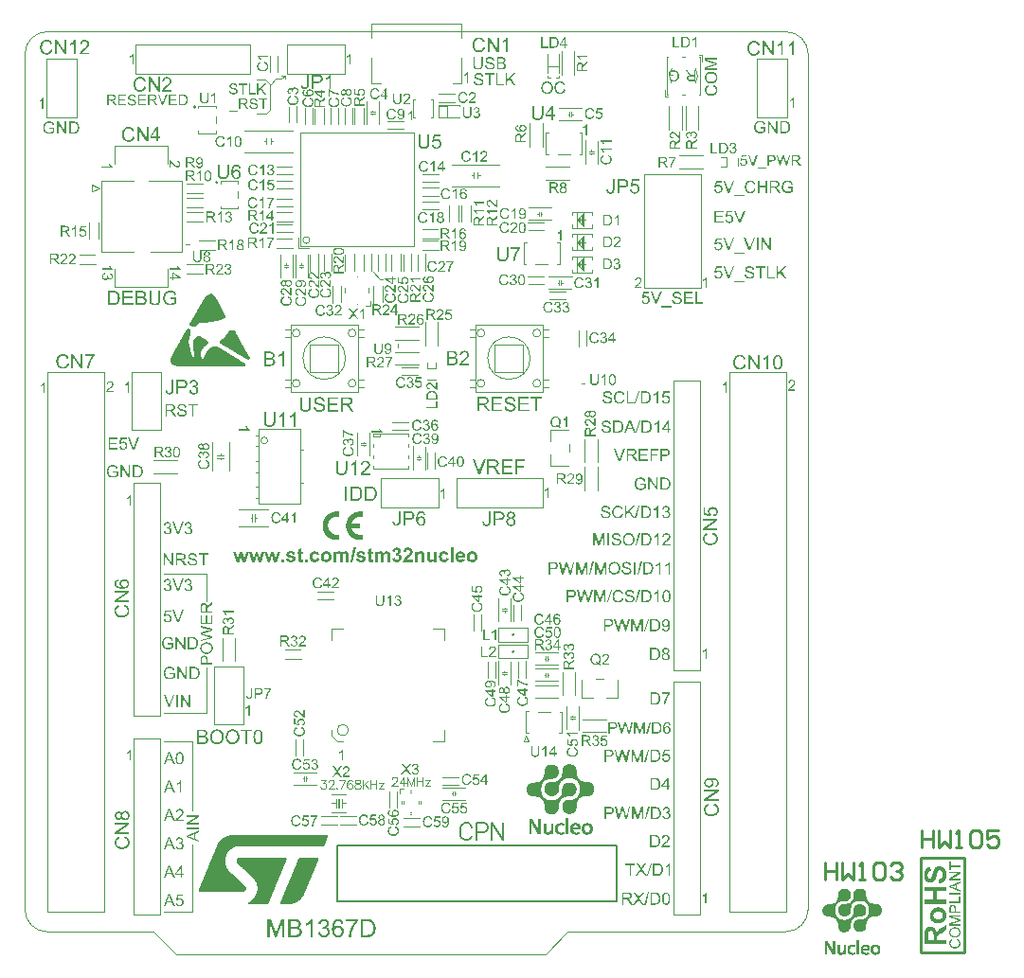
<source format=gto>
G04*
G04 #@! TF.GenerationSoftware,Altium Limited,Altium Designer,22.10.1 (41)*
G04*
G04 Layer_Color=65535*
%FSLAX43Y43*%
%MOMM*%
G71*
G04*
G04 #@! TF.SameCoordinates,653730E2-FE11-40ED-88C2-BB3E2325E701*
G04*
G04*
G04 #@! TF.FilePolarity,Positive*
G04*
G01*
G75*
%ADD10C,0.120*%
%ADD11C,0.100*%
%ADD12C,0.080*%
%ADD13C,0.013*%
%ADD14C,0.025*%
%ADD15C,0.127*%
%ADD16C,0.254*%
%ADD17C,0.029*%
%ADD18C,0.076*%
%ADD19C,0.200*%
%ADD20C,0.150*%
G36*
X58003Y79038D02*
X58015D01*
X58030Y79037D01*
X58047Y79034D01*
X58065Y79033D01*
X58105Y79024D01*
X58148Y79015D01*
X58193Y79000D01*
X58215Y78991D01*
X58237Y78980D01*
X58238Y78979D01*
X58243Y78977D01*
X58248Y78973D01*
X58256Y78969D01*
X58266Y78962D01*
X58276Y78955D01*
X58302Y78936D01*
X58330Y78911D01*
X58359Y78880D01*
X58387Y78846D01*
X58412Y78805D01*
Y78804D01*
X58415Y78800D01*
X58417Y78794D01*
X58421Y78785D01*
X58426Y78775D01*
X58430Y78761D01*
X58435Y78747D01*
X58441Y78730D01*
X58446Y78712D01*
X58452Y78692D01*
X58456Y78671D01*
X58460Y78649D01*
X58467Y78600D01*
X58470Y78549D01*
Y78547D01*
Y78542D01*
Y78535D01*
X58469Y78525D01*
Y78513D01*
X58467Y78497D01*
X58464Y78482D01*
X58463Y78464D01*
X58459Y78445D01*
X58456Y78424D01*
X58445Y78380D01*
X58431Y78334D01*
X58412Y78288D01*
X58410Y78287D01*
X58409Y78283D01*
X58406Y78277D01*
X58401Y78269D01*
X58395Y78258D01*
X58388Y78246D01*
X58369Y78220D01*
X58345Y78190D01*
X58316Y78160D01*
X58283Y78131D01*
X58263Y78119D01*
X58244Y78106D01*
X58243Y78105D01*
X58238Y78104D01*
X58233Y78101D01*
X58225Y78097D01*
X58213Y78093D01*
X58201Y78087D01*
X58187Y78081D01*
X58170Y78076D01*
X58152Y78070D01*
X58133Y78066D01*
X58112Y78061D01*
X58090Y78056D01*
X58041Y78050D01*
X58017Y78047D01*
X57972D01*
X57964Y78048D01*
X57953D01*
X57926Y78051D01*
X57897Y78055D01*
X57867Y78062D01*
X57833Y78070D01*
X57802Y78081D01*
X57800D01*
X57797Y78083D01*
X57793Y78084D01*
X57788Y78087D01*
X57772Y78095D01*
X57753Y78105D01*
X57732Y78119D01*
X57710Y78136D01*
X57689Y78154D01*
X57670Y78176D01*
X57667Y78179D01*
X57661Y78187D01*
X57653Y78199D01*
X57642Y78217D01*
X57631Y78240D01*
X57618Y78267D01*
X57606Y78298D01*
X57596Y78332D01*
X57711Y78363D01*
Y78362D01*
X57713Y78360D01*
X57714Y78356D01*
X57716Y78350D01*
X57720Y78338D01*
X57725Y78321D01*
X57734Y78302D01*
X57743Y78284D01*
X57753Y78264D01*
X57766Y78248D01*
X57767Y78246D01*
X57771Y78241D01*
X57779Y78234D01*
X57789Y78224D01*
X57802Y78213D01*
X57818Y78202D01*
X57836Y78191D01*
X57857Y78181D01*
X57860Y78180D01*
X57867Y78177D01*
X57879Y78173D01*
X57896Y78167D01*
X57915Y78163D01*
X57937Y78159D01*
X57962Y78156D01*
X57989Y78155D01*
X58004D01*
X58011Y78156D01*
X58019D01*
X58040Y78158D01*
X58064Y78162D01*
X58090Y78166D01*
X58115Y78173D01*
X58140Y78183D01*
X58143Y78184D01*
X58151Y78187D01*
X58162Y78194D01*
X58176Y78201D01*
X58193Y78212D01*
X58211Y78223D01*
X58227Y78237D01*
X58243Y78252D01*
X58244Y78253D01*
X58250Y78259D01*
X58256Y78269D01*
X58265Y78280D01*
X58274Y78294D01*
X58284Y78310D01*
X58294Y78328D01*
X58304Y78348D01*
Y78349D01*
X58305Y78352D01*
X58306Y78356D01*
X58309Y78363D01*
X58312Y78371D01*
X58315Y78381D01*
X58319Y78392D01*
X58322Y78405D01*
X58329Y78434D01*
X58334Y78467D01*
X58338Y78502D01*
X58340Y78540D01*
Y78542D01*
Y78546D01*
Y78553D01*
X58338Y78561D01*
Y78572D01*
X58337Y78586D01*
X58335Y78600D01*
X58334Y78615D01*
X58329Y78650D01*
X58322Y78686D01*
X58311Y78722D01*
X58297Y78757D01*
Y78758D01*
X58294Y78761D01*
X58292Y78765D01*
X58288Y78771D01*
X58279Y78786D01*
X58263Y78805D01*
X58245Y78826D01*
X58223Y78847D01*
X58197Y78866D01*
X58168Y78884D01*
X58166D01*
X58164Y78886D01*
X58159Y78889D01*
X58152Y78891D01*
X58146Y78894D01*
X58136Y78897D01*
X58114Y78905D01*
X58086Y78912D01*
X58055Y78919D01*
X58022Y78925D01*
X57987Y78926D01*
X57974D01*
X57965Y78925D01*
X57957D01*
X57936Y78922D01*
X57911Y78919D01*
X57885Y78914D01*
X57856Y78905D01*
X57827Y78896D01*
X57825D01*
X57822Y78894D01*
X57820Y78893D01*
X57814Y78890D01*
X57799Y78883D01*
X57782Y78875D01*
X57763Y78865D01*
X57742Y78854D01*
X57723Y78841D01*
X57706Y78828D01*
Y78647D01*
X57989D01*
Y78534D01*
X57581D01*
Y78890D01*
X57582Y78891D01*
X57585Y78893D01*
X57591Y78897D01*
X57598Y78902D01*
X57606Y78908D01*
X57616Y78915D01*
X57628Y78923D01*
X57641Y78932D01*
X57670Y78950D01*
X57703Y78969D01*
X57738Y78987D01*
X57775Y79002D01*
X57777D01*
X57779Y79004D01*
X57785Y79005D01*
X57792Y79008D01*
X57802Y79011D01*
X57813Y79015D01*
X57825Y79018D01*
X57838Y79020D01*
X57868Y79027D01*
X57903Y79034D01*
X57940Y79038D01*
X57979Y79040D01*
X57993D01*
X58003Y79038D01*
D02*
G37*
G36*
X59919Y78080D02*
X59473D01*
X59462Y78081D01*
X59450D01*
X59421Y78082D01*
X59390Y78086D01*
X59357Y78091D01*
X59326Y78098D01*
X59311Y78102D01*
X59299Y78106D01*
X59297D01*
X59296Y78107D01*
X59288Y78111D01*
X59275Y78117D01*
X59260Y78127D01*
X59243Y78139D01*
X59225Y78156D01*
X59209Y78175D01*
X59192Y78197D01*
Y78199D01*
X59191Y78200D01*
X59185Y78209D01*
X59179Y78222D01*
X59171Y78240D01*
X59164Y78261D01*
X59157Y78286D01*
X59153Y78313D01*
X59152Y78342D01*
Y78343D01*
Y78346D01*
Y78351D01*
X59153Y78358D01*
Y78368D01*
X59154Y78378D01*
X59160Y78401D01*
X59168Y78429D01*
X59179Y78458D01*
X59196Y78487D01*
X59207Y78501D01*
X59218Y78515D01*
X59220Y78516D01*
X59221Y78518D01*
X59225Y78522D01*
X59231Y78526D01*
X59238Y78532D01*
X59246Y78537D01*
X59257Y78544D01*
X59268Y78552D01*
X59282Y78559D01*
X59297Y78566D01*
X59314Y78575D01*
X59332Y78582D01*
X59353Y78587D01*
X59374Y78594D01*
X59397Y78598D01*
X59422Y78602D01*
X59419Y78604D01*
X59414Y78607D01*
X59405Y78612D01*
X59394Y78618D01*
X59369Y78633D01*
X59357Y78643D01*
X59346Y78651D01*
X59343Y78654D01*
X59336Y78661D01*
X59325Y78672D01*
X59311Y78686D01*
X59296Y78705D01*
X59278Y78726D01*
X59260Y78751D01*
X59240Y78779D01*
X59075Y79039D01*
X59234D01*
X59360Y78840D01*
Y78838D01*
X59362Y78835D01*
X59365Y78831D01*
X59369Y78826D01*
X59379Y78810D01*
X59392Y78791D01*
X59407Y78770D01*
X59422Y78748D01*
X59437Y78727D01*
X59451Y78708D01*
X59453Y78706D01*
X59457Y78701D01*
X59464Y78693D01*
X59473Y78683D01*
X59494Y78662D01*
X59505Y78652D01*
X59516Y78644D01*
X59518Y78643D01*
X59521Y78641D01*
X59526Y78638D01*
X59534Y78634D01*
X59543Y78630D01*
X59552Y78626D01*
X59575Y78619D01*
X59576D01*
X59579Y78618D01*
X59584D01*
X59591Y78616D01*
X59601Y78615D01*
X59612D01*
X59627Y78613D01*
X59791D01*
Y79039D01*
X59919D01*
Y78080D01*
D02*
G37*
G36*
X23129Y52600D02*
X22972D01*
Y53602D01*
X22970Y53600D01*
X22961Y53592D01*
X22950Y53581D01*
X22931Y53568D01*
X22911Y53552D01*
X22885Y53533D01*
X22855Y53513D01*
X22822Y53493D01*
X22820D01*
X22818Y53491D01*
X22807Y53483D01*
X22789Y53474D01*
X22767Y53463D01*
X22741Y53450D01*
X22713Y53437D01*
X22685Y53424D01*
X22657Y53413D01*
Y53565D01*
X22659D01*
X22663Y53568D01*
X22670Y53570D01*
X22680Y53576D01*
X22691Y53581D01*
X22704Y53589D01*
X22735Y53607D01*
X22772Y53628D01*
X22809Y53654D01*
X22848Y53683D01*
X22887Y53715D01*
X22889Y53717D01*
X22891Y53718D01*
X22896Y53724D01*
X22904Y53730D01*
X22920Y53748D01*
X22942Y53770D01*
X22965Y53796D01*
X22989Y53826D01*
X23009Y53855D01*
X23028Y53887D01*
X23129D01*
Y52600D01*
D02*
G37*
G36*
X21917Y53880D02*
X21931D01*
X21965Y53876D01*
X22002Y53872D01*
X22041Y53865D01*
X22080Y53855D01*
X22115Y53842D01*
X22117D01*
X22118Y53841D01*
X22130Y53835D01*
X22146Y53826D01*
X22165Y53813D01*
X22187Y53796D01*
X22211Y53776D01*
X22233Y53750D01*
X22254Y53722D01*
X22255Y53718D01*
X22261Y53707D01*
X22270Y53692D01*
X22280Y53670D01*
X22289Y53644D01*
X22298Y53617D01*
X22304Y53585D01*
X22305Y53554D01*
Y53550D01*
Y53541D01*
X22304Y53524D01*
X22300Y53504D01*
X22294Y53480D01*
X22285Y53454D01*
X22274Y53428D01*
X22259Y53400D01*
X22257Y53396D01*
X22252Y53389D01*
X22241Y53374D01*
X22226Y53359D01*
X22207Y53341D01*
X22185Y53320D01*
X22157Y53302D01*
X22126Y53283D01*
X22128D01*
X22131Y53281D01*
X22137Y53280D01*
X22144Y53276D01*
X22167Y53268D01*
X22193Y53255D01*
X22220Y53239D01*
X22252Y53218D01*
X22280Y53194D01*
X22305Y53165D01*
X22307Y53161D01*
X22315Y53150D01*
X22326Y53133D01*
X22337Y53111D01*
X22348Y53081D01*
X22359Y53050D01*
X22367Y53013D01*
X22368Y52972D01*
Y52970D01*
Y52968D01*
Y52957D01*
X22367Y52939D01*
X22363Y52917D01*
X22359Y52891D01*
X22352Y52863D01*
X22343Y52833D01*
X22330Y52804D01*
X22328Y52800D01*
X22322Y52791D01*
X22315Y52778D01*
X22304Y52759D01*
X22289Y52741D01*
X22274Y52720D01*
X22255Y52700D01*
X22235Y52683D01*
X22233Y52681D01*
X22226Y52676D01*
X22213Y52669D01*
X22196Y52661D01*
X22176Y52650D01*
X22152Y52639D01*
X22126Y52630D01*
X22094Y52620D01*
X22091D01*
X22080Y52617D01*
X22061Y52615D01*
X22037Y52611D01*
X22007Y52607D01*
X21972Y52604D01*
X21933Y52602D01*
X21889Y52600D01*
X21400D01*
Y53881D01*
X21904D01*
X21917Y53880D01*
D02*
G37*
G36*
X39317Y53960D02*
X39332Y53958D01*
X39351Y53956D01*
X39371Y53953D01*
X39391Y53949D01*
X39440Y53936D01*
X39488Y53917D01*
X39512Y53906D01*
X39536Y53893D01*
X39558Y53877D01*
X39579Y53858D01*
X39580Y53856D01*
X39584Y53855D01*
X39588Y53847D01*
X39595Y53840D01*
X39604Y53830D01*
X39614Y53817D01*
X39623Y53805D01*
X39634Y53788D01*
X39653Y53753D01*
X39671Y53708D01*
X39679Y53686D01*
X39682Y53660D01*
X39686Y53634D01*
X39688Y53606D01*
Y53603D01*
Y53593D01*
X39686Y53579D01*
X39684Y53558D01*
X39680Y53536D01*
X39673Y53510D01*
X39666Y53482D01*
X39654Y53455D01*
X39653Y53451D01*
X39649Y53442D01*
X39641Y53427D01*
X39630Y53406D01*
X39616Y53384D01*
X39597Y53356D01*
X39575Y53329D01*
X39549Y53297D01*
X39545Y53293D01*
X39536Y53282D01*
X39527Y53273D01*
X39517Y53264D01*
X39506Y53253D01*
X39491Y53238D01*
X39477Y53223D01*
X39458Y53206D01*
X39440Y53188D01*
X39417Y53168D01*
X39393Y53147D01*
X39367Y53123D01*
X39338Y53099D01*
X39308Y53073D01*
X39306Y53071D01*
X39303Y53068D01*
X39295Y53062D01*
X39286Y53055D01*
X39275Y53043D01*
X39262Y53032D01*
X39232Y53008D01*
X39201Y52981D01*
X39171Y52953D01*
X39145Y52929D01*
X39134Y52919D01*
X39125Y52910D01*
X39123Y52908D01*
X39117Y52903D01*
X39110Y52895D01*
X39101Y52884D01*
X39092Y52871D01*
X39080Y52858D01*
X39058Y52827D01*
X39690D01*
Y52675D01*
X38840D01*
Y52677D01*
Y52684D01*
Y52695D01*
X38842Y52710D01*
X38843Y52727D01*
X38847Y52745D01*
X38851Y52764D01*
X38858Y52784D01*
Y52786D01*
X38860Y52788D01*
X38864Y52799D01*
X38871Y52816D01*
X38882Y52838D01*
X38897Y52864D01*
X38916Y52894D01*
X38936Y52923D01*
X38962Y52955D01*
Y52956D01*
X38966Y52958D01*
X38975Y52969D01*
X38992Y52986D01*
X39016Y53010D01*
X39043Y53038D01*
X39079Y53071D01*
X39121Y53108D01*
X39167Y53147D01*
X39169Y53149D01*
X39177Y53155D01*
X39188Y53164D01*
X39201Y53175D01*
X39217Y53190D01*
X39238Y53206D01*
X39258Y53225D01*
X39282Y53245D01*
X39329Y53290D01*
X39375Y53334D01*
X39397Y53356D01*
X39417Y53379D01*
X39436Y53399D01*
X39451Y53419D01*
Y53421D01*
X39454Y53423D01*
X39458Y53429D01*
X39462Y53436D01*
X39475Y53456D01*
X39490Y53480D01*
X39503Y53510D01*
X39516Y53542D01*
X39523Y53577D01*
X39527Y53610D01*
Y53612D01*
Y53614D01*
X39525Y53625D01*
X39523Y53643D01*
X39517Y53664D01*
X39510Y53690D01*
X39497Y53716D01*
X39480Y53742D01*
X39458Y53767D01*
X39454Y53771D01*
X39445Y53779D01*
X39432Y53788D01*
X39412Y53801D01*
X39386Y53812D01*
X39356Y53823D01*
X39321Y53830D01*
X39282Y53832D01*
X39271D01*
X39264Y53830D01*
X39242Y53829D01*
X39216Y53823D01*
X39188Y53816D01*
X39156Y53803D01*
X39127Y53786D01*
X39099Y53764D01*
X39095Y53760D01*
X39088Y53751D01*
X39077Y53736D01*
X39066Y53714D01*
X39053Y53688D01*
X39042Y53655D01*
X39034Y53617D01*
X39030Y53575D01*
X38869Y53592D01*
Y53593D01*
X38871Y53599D01*
Y53608D01*
X38873Y53621D01*
X38877Y53636D01*
X38880Y53653D01*
X38886Y53673D01*
X38892Y53693D01*
X38906Y53738D01*
X38929Y53782D01*
X38942Y53805D01*
X38958Y53827D01*
X38975Y53847D01*
X38993Y53866D01*
X38995Y53867D01*
X38999Y53869D01*
X39005Y53875D01*
X39014Y53880D01*
X39025Y53888D01*
X39038Y53895D01*
X39053Y53904D01*
X39071Y53914D01*
X39092Y53923D01*
X39114Y53932D01*
X39138Y53940D01*
X39164Y53947D01*
X39192Y53953D01*
X39221Y53958D01*
X39253Y53960D01*
X39286Y53962D01*
X39304D01*
X39317Y53960D01*
D02*
G37*
G36*
X38242Y53954D02*
X38256D01*
X38290Y53951D01*
X38327Y53947D01*
X38366Y53940D01*
X38405Y53930D01*
X38440Y53917D01*
X38442D01*
X38443Y53916D01*
X38455Y53910D01*
X38471Y53901D01*
X38490Y53888D01*
X38512Y53871D01*
X38536Y53851D01*
X38558Y53825D01*
X38579Y53797D01*
X38580Y53793D01*
X38586Y53782D01*
X38595Y53767D01*
X38605Y53745D01*
X38614Y53719D01*
X38623Y53692D01*
X38629Y53660D01*
X38630Y53629D01*
Y53625D01*
Y53616D01*
X38629Y53599D01*
X38625Y53579D01*
X38619Y53555D01*
X38610Y53529D01*
X38599Y53503D01*
X38584Y53475D01*
X38582Y53471D01*
X38577Y53464D01*
X38566Y53449D01*
X38551Y53434D01*
X38532Y53416D01*
X38510Y53395D01*
X38482Y53377D01*
X38451Y53358D01*
X38453D01*
X38456Y53356D01*
X38462Y53355D01*
X38469Y53351D01*
X38492Y53343D01*
X38518Y53330D01*
X38545Y53314D01*
X38577Y53293D01*
X38605Y53269D01*
X38630Y53240D01*
X38632Y53236D01*
X38640Y53225D01*
X38651Y53208D01*
X38662Y53186D01*
X38673Y53156D01*
X38684Y53125D01*
X38692Y53088D01*
X38693Y53047D01*
Y53045D01*
Y53043D01*
Y53032D01*
X38692Y53014D01*
X38688Y52992D01*
X38684Y52966D01*
X38677Y52938D01*
X38667Y52908D01*
X38655Y52879D01*
X38653Y52875D01*
X38647Y52866D01*
X38640Y52853D01*
X38629Y52834D01*
X38614Y52816D01*
X38599Y52795D01*
X38580Y52775D01*
X38560Y52758D01*
X38558Y52756D01*
X38551Y52751D01*
X38538Y52744D01*
X38521Y52736D01*
X38501Y52725D01*
X38477Y52714D01*
X38451Y52705D01*
X38419Y52695D01*
X38416D01*
X38405Y52692D01*
X38386Y52690D01*
X38362Y52686D01*
X38332Y52682D01*
X38297Y52679D01*
X38258Y52677D01*
X38214Y52675D01*
X37725D01*
Y53956D01*
X38229D01*
X38242Y53954D01*
D02*
G37*
G36*
X43207Y62516D02*
Y62514D01*
Y62506D01*
Y62497D01*
Y62484D01*
X43205Y62468D01*
Y62449D01*
X43204Y62427D01*
X43202Y62405D01*
X43196Y62355D01*
X43189Y62303D01*
X43178Y62253D01*
X43170Y62229D01*
X43163Y62206D01*
Y62205D01*
X43161Y62201D01*
X43157Y62195D01*
X43154Y62188D01*
X43142Y62168D01*
X43126Y62142D01*
X43104Y62112D01*
X43078Y62082D01*
X43044Y62051D01*
X43004Y62023D01*
X43002D01*
X42998Y62019D01*
X42993Y62018D01*
X42983Y62012D01*
X42972Y62006D01*
X42957Y62001D01*
X42943Y61995D01*
X42924Y61988D01*
X42904Y61981D01*
X42881Y61975D01*
X42857Y61969D01*
X42830Y61964D01*
X42802Y61960D01*
X42772Y61956D01*
X42706Y61953D01*
X42689D01*
X42676Y61955D01*
X42661D01*
X42643Y61956D01*
X42622Y61958D01*
X42602Y61960D01*
X42556Y61968D01*
X42506Y61979D01*
X42457Y61994D01*
X42411Y62014D01*
X42409D01*
X42406Y62018D01*
X42400Y62021D01*
X42393Y62025D01*
X42372Y62040D01*
X42348Y62060D01*
X42320Y62086D01*
X42294Y62116D01*
X42269Y62153D01*
X42248Y62194D01*
Y62195D01*
X42246Y62199D01*
X42244Y62206D01*
X42241Y62216D01*
X42237Y62227D01*
X42233Y62242D01*
X42228Y62258D01*
X42224Y62279D01*
X42220Y62301D01*
X42215Y62325D01*
X42211Y62351D01*
X42207Y62379D01*
X42204Y62410D01*
X42202Y62443D01*
X42200Y62479D01*
Y62516D01*
Y63256D01*
X42370D01*
Y62516D01*
Y62514D01*
Y62508D01*
Y62499D01*
Y62488D01*
X42372Y62475D01*
Y62458D01*
X42374Y62423D01*
X42378Y62382D01*
X42383Y62342D01*
X42391Y62303D01*
X42394Y62286D01*
X42400Y62269D01*
X42402Y62266D01*
X42406Y62256D01*
X42415Y62243D01*
X42426Y62225D01*
X42439Y62206D01*
X42457Y62186D01*
X42480Y62166D01*
X42506Y62149D01*
X42509Y62147D01*
X42518Y62142D01*
X42535Y62136D01*
X42557Y62129D01*
X42583Y62119D01*
X42617Y62114D01*
X42652Y62108D01*
X42691Y62106D01*
X42709D01*
X42720Y62108D01*
X42737D01*
X42754Y62110D01*
X42794Y62118D01*
X42839Y62127D01*
X42881Y62142D01*
X42922Y62162D01*
X42941Y62175D01*
X42957Y62190D01*
X42959Y62192D01*
X42961Y62194D01*
X42965Y62199D01*
X42970Y62206D01*
X42976Y62218D01*
X42983Y62229D01*
X42991Y62245D01*
X42998Y62262D01*
X43005Y62282D01*
X43011Y62306D01*
X43018Y62334D01*
X43024Y62364D01*
X43030Y62397D01*
X43033Y62432D01*
X43037Y62473D01*
Y62516D01*
Y63256D01*
X43207D01*
Y62516D01*
D02*
G37*
G36*
X44266Y63116D02*
X44265Y63114D01*
X44261Y63110D01*
X44253Y63103D01*
X44246Y63092D01*
X44235Y63079D01*
X44220Y63064D01*
X44205Y63045D01*
X44189Y63023D01*
X44172Y63001D01*
X44152Y62975D01*
X44131Y62945D01*
X44111Y62916D01*
X44089Y62882D01*
X44066Y62847D01*
X44044Y62808D01*
X44022Y62769D01*
X44020Y62768D01*
X44016Y62760D01*
X44011Y62749D01*
X44002Y62732D01*
X43992Y62712D01*
X43981Y62690D01*
X43968Y62664D01*
X43955Y62634D01*
X43941Y62601D01*
X43924Y62568D01*
X43909Y62530D01*
X43894Y62492D01*
X43865Y62412D01*
X43837Y62327D01*
Y62325D01*
X43835Y62319D01*
X43833Y62310D01*
X43829Y62299D01*
X43826Y62284D01*
X43822Y62266D01*
X43817Y62245D01*
X43813Y62223D01*
X43807Y62197D01*
X43802Y62169D01*
X43792Y62110D01*
X43783Y62045D01*
X43778Y61975D01*
X43617D01*
Y61977D01*
Y61982D01*
Y61990D01*
X43618Y62001D01*
Y62016D01*
X43620Y62034D01*
X43622Y62055D01*
X43624Y62077D01*
X43628Y62103D01*
X43631Y62129D01*
X43637Y62160D01*
X43642Y62192D01*
X43648Y62225D01*
X43655Y62262D01*
X43674Y62338D01*
Y62340D01*
X43676Y62347D01*
X43679Y62358D01*
X43685Y62375D01*
X43691Y62393D01*
X43698Y62416D01*
X43705Y62442D01*
X43717Y62469D01*
X43728Y62501D01*
X43739Y62532D01*
X43766Y62603D01*
X43800Y62677D01*
X43837Y62751D01*
X43839Y62753D01*
X43842Y62760D01*
X43848Y62769D01*
X43855Y62784D01*
X43865Y62801D01*
X43878Y62821D01*
X43891Y62843D01*
X43905Y62868D01*
X43941Y62921D01*
X43978Y62977D01*
X44020Y63034D01*
X44065Y63088D01*
X43437D01*
Y63240D01*
X44266D01*
Y63116D01*
D02*
G37*
G36*
X47954Y63800D02*
X47836D01*
Y64550D01*
X47834Y64549D01*
X47827Y64543D01*
X47819Y64535D01*
X47805Y64525D01*
X47790Y64513D01*
X47771Y64499D01*
X47748Y64484D01*
X47723Y64468D01*
X47722D01*
X47721Y64467D01*
X47712Y64462D01*
X47698Y64455D01*
X47682Y64446D01*
X47662Y64437D01*
X47642Y64427D01*
X47621Y64417D01*
X47600Y64409D01*
Y64523D01*
X47601D01*
X47604Y64525D01*
X47610Y64527D01*
X47617Y64531D01*
X47625Y64535D01*
X47635Y64541D01*
X47658Y64554D01*
X47686Y64570D01*
X47714Y64589D01*
X47743Y64611D01*
X47772Y64635D01*
X47773Y64636D01*
X47775Y64638D01*
X47779Y64642D01*
X47784Y64646D01*
X47797Y64660D01*
X47814Y64676D01*
X47830Y64696D01*
X47848Y64718D01*
X47863Y64740D01*
X47877Y64764D01*
X47954D01*
Y63800D01*
D02*
G37*
G36*
X22382Y47716D02*
Y47714D01*
Y47706D01*
Y47697D01*
Y47684D01*
X22380Y47668D01*
Y47649D01*
X22379Y47627D01*
X22377Y47605D01*
X22371Y47555D01*
X22364Y47503D01*
X22353Y47453D01*
X22345Y47429D01*
X22338Y47406D01*
Y47405D01*
X22336Y47401D01*
X22332Y47395D01*
X22329Y47388D01*
X22317Y47368D01*
X22301Y47342D01*
X22279Y47312D01*
X22253Y47282D01*
X22219Y47251D01*
X22179Y47223D01*
X22177D01*
X22173Y47219D01*
X22168Y47218D01*
X22158Y47212D01*
X22147Y47206D01*
X22132Y47201D01*
X22118Y47195D01*
X22099Y47188D01*
X22079Y47181D01*
X22056Y47175D01*
X22032Y47169D01*
X22005Y47164D01*
X21977Y47160D01*
X21947Y47156D01*
X21881Y47153D01*
X21864D01*
X21851Y47155D01*
X21836D01*
X21818Y47156D01*
X21797Y47158D01*
X21777Y47160D01*
X21731Y47168D01*
X21681Y47179D01*
X21632Y47194D01*
X21586Y47214D01*
X21584D01*
X21581Y47218D01*
X21575Y47221D01*
X21568Y47225D01*
X21547Y47240D01*
X21523Y47260D01*
X21495Y47286D01*
X21469Y47316D01*
X21444Y47353D01*
X21423Y47394D01*
Y47395D01*
X21421Y47399D01*
X21419Y47406D01*
X21416Y47416D01*
X21412Y47427D01*
X21408Y47442D01*
X21403Y47458D01*
X21399Y47479D01*
X21395Y47501D01*
X21390Y47525D01*
X21386Y47551D01*
X21382Y47579D01*
X21379Y47610D01*
X21377Y47643D01*
X21375Y47679D01*
Y47716D01*
Y48456D01*
X21545D01*
Y47716D01*
Y47714D01*
Y47708D01*
Y47699D01*
Y47688D01*
X21547Y47675D01*
Y47658D01*
X21549Y47623D01*
X21553Y47582D01*
X21558Y47542D01*
X21566Y47503D01*
X21569Y47486D01*
X21575Y47469D01*
X21577Y47466D01*
X21581Y47456D01*
X21590Y47443D01*
X21601Y47425D01*
X21614Y47406D01*
X21632Y47386D01*
X21655Y47366D01*
X21681Y47349D01*
X21684Y47347D01*
X21693Y47342D01*
X21710Y47336D01*
X21732Y47329D01*
X21758Y47319D01*
X21792Y47314D01*
X21827Y47308D01*
X21866Y47306D01*
X21884D01*
X21895Y47308D01*
X21912D01*
X21929Y47310D01*
X21969Y47318D01*
X22014Y47327D01*
X22056Y47342D01*
X22097Y47362D01*
X22116Y47375D01*
X22132Y47390D01*
X22134Y47392D01*
X22136Y47394D01*
X22140Y47399D01*
X22145Y47406D01*
X22151Y47418D01*
X22158Y47429D01*
X22166Y47445D01*
X22173Y47462D01*
X22180Y47482D01*
X22186Y47506D01*
X22193Y47534D01*
X22199Y47564D01*
X22205Y47597D01*
X22208Y47632D01*
X22212Y47673D01*
Y47716D01*
Y48456D01*
X22382D01*
Y47716D01*
D02*
G37*
G36*
X24190Y47175D02*
X24032D01*
Y48177D01*
X24030Y48175D01*
X24021Y48167D01*
X24010Y48156D01*
X23991Y48143D01*
X23971Y48127D01*
X23945Y48108D01*
X23915Y48088D01*
X23882Y48068D01*
X23880D01*
X23878Y48066D01*
X23867Y48058D01*
X23849Y48049D01*
X23827Y48038D01*
X23801Y48025D01*
X23773Y48012D01*
X23745Y47999D01*
X23717Y47988D01*
Y48140D01*
X23719D01*
X23723Y48143D01*
X23730Y48145D01*
X23740Y48151D01*
X23751Y48156D01*
X23764Y48164D01*
X23795Y48182D01*
X23832Y48203D01*
X23869Y48229D01*
X23908Y48258D01*
X23947Y48290D01*
X23949Y48292D01*
X23951Y48293D01*
X23956Y48299D01*
X23964Y48305D01*
X23980Y48323D01*
X24003Y48345D01*
X24025Y48371D01*
X24049Y48401D01*
X24069Y48430D01*
X24088Y48462D01*
X24190D01*
Y47175D01*
D02*
G37*
G36*
X23193D02*
X23036D01*
Y48177D01*
X23034Y48175D01*
X23025Y48167D01*
X23014Y48156D01*
X22995Y48143D01*
X22975Y48127D01*
X22949Y48108D01*
X22919Y48088D01*
X22886Y48068D01*
X22884D01*
X22882Y48066D01*
X22871Y48058D01*
X22853Y48049D01*
X22830Y48038D01*
X22804Y48025D01*
X22777Y48012D01*
X22749Y47999D01*
X22721Y47988D01*
Y48140D01*
X22723D01*
X22727Y48143D01*
X22734Y48145D01*
X22743Y48151D01*
X22754Y48156D01*
X22767Y48164D01*
X22799Y48182D01*
X22836Y48203D01*
X22873Y48229D01*
X22912Y48258D01*
X22951Y48290D01*
X22953Y48292D01*
X22954Y48293D01*
X22960Y48299D01*
X22967Y48305D01*
X22984Y48323D01*
X23006Y48345D01*
X23029Y48371D01*
X23053Y48401D01*
X23073Y48430D01*
X23091Y48462D01*
X23193D01*
Y47175D01*
D02*
G37*
G36*
X19848Y47199D02*
X19850Y47196D01*
X19852Y47190D01*
X19856Y47183D01*
X19860Y47175D01*
X19866Y47165D01*
X19879Y47142D01*
X19895Y47114D01*
X19914Y47086D01*
X19936Y47057D01*
X19960Y47028D01*
X19961Y47027D01*
X19963Y47025D01*
X19967Y47021D01*
X19971Y47016D01*
X19985Y47003D01*
X20001Y46986D01*
X20021Y46970D01*
X20043Y46952D01*
X20065Y46937D01*
X20089Y46923D01*
Y46846D01*
X19125D01*
Y46964D01*
X19875D01*
X19874Y46966D01*
X19868Y46973D01*
X19860Y46981D01*
X19850Y46995D01*
X19838Y47010D01*
X19824Y47029D01*
X19809Y47052D01*
X19793Y47077D01*
Y47078D01*
X19792Y47079D01*
X19787Y47088D01*
X19780Y47102D01*
X19771Y47118D01*
X19762Y47138D01*
X19752Y47158D01*
X19742Y47179D01*
X19734Y47200D01*
X19848D01*
Y47199D01*
D02*
G37*
G36*
X48813Y27767D02*
X48824Y27766D01*
X48836Y27763D01*
X48850Y27761D01*
X48866Y27758D01*
X48899Y27747D01*
X48917Y27738D01*
X48934Y27730D01*
X48952Y27719D01*
X48970Y27706D01*
X48988Y27693D01*
X49004Y27676D01*
X49006Y27675D01*
X49008Y27672D01*
X49013Y27666D01*
X49018Y27659D01*
X49025Y27651D01*
X49032Y27640D01*
X49040Y27627D01*
X49047Y27612D01*
X49056Y27597D01*
X49064Y27579D01*
X49071Y27561D01*
X49078Y27540D01*
X49083Y27518D01*
X49087Y27494D01*
X49090Y27471D01*
X49092Y27444D01*
Y27432D01*
X49090Y27424D01*
X49089Y27412D01*
X49087Y27400D01*
X49085Y27386D01*
X49082Y27371D01*
X49074Y27338D01*
X49060Y27303D01*
X49051Y27285D01*
X49042Y27268D01*
X49029Y27252D01*
X49017Y27235D01*
X49015Y27234D01*
X49013Y27231D01*
X49008Y27227D01*
X49003Y27222D01*
X48996Y27215D01*
X48986Y27209D01*
X48977Y27200D01*
X48964Y27192D01*
X48950Y27184D01*
X48936Y27175D01*
X48903Y27160D01*
X48864Y27148D01*
X48843Y27143D01*
X48821Y27141D01*
X48806Y27258D01*
X48807D01*
X48810Y27260D01*
X48816Y27261D01*
X48823Y27263D01*
X48831Y27264D01*
X48841Y27267D01*
X48861Y27274D01*
X48886Y27283D01*
X48910Y27296D01*
X48932Y27310D01*
X48952Y27326D01*
X48953Y27329D01*
X48959Y27335D01*
X48965Y27346D01*
X48972Y27360D01*
X48981Y27376D01*
X48988Y27397D01*
X48993Y27421D01*
X48995Y27446D01*
Y27454D01*
X48993Y27460D01*
X48992Y27475D01*
X48988Y27494D01*
X48981Y27516D01*
X48971Y27540D01*
X48957Y27564D01*
X48938Y27586D01*
X48935Y27589D01*
X48927Y27595D01*
X48914Y27604D01*
X48897Y27615D01*
X48877Y27626D01*
X48853Y27634D01*
X48825Y27641D01*
X48795Y27644D01*
X48793D01*
X48791D01*
X48787D01*
X48781Y27643D01*
X48766Y27641D01*
X48748Y27637D01*
X48726Y27632D01*
X48703Y27622D01*
X48681Y27608D01*
X48660Y27590D01*
X48658Y27587D01*
X48652Y27580D01*
X48644Y27569D01*
X48634Y27554D01*
X48624Y27534D01*
X48616Y27511D01*
X48610Y27485D01*
X48608Y27455D01*
Y27443D01*
X48609Y27433D01*
X48610Y27421D01*
X48613Y27407D01*
X48616Y27390D01*
X48620Y27372D01*
X48516Y27386D01*
Y27393D01*
X48517Y27399D01*
Y27417D01*
X48515Y27432D01*
X48512Y27450D01*
X48508Y27471D01*
X48501Y27494D01*
X48491Y27516D01*
X48479Y27540D01*
Y27541D01*
X48477Y27543D01*
X48472Y27550D01*
X48462Y27559D01*
X48450Y27571D01*
X48432Y27582D01*
X48411Y27591D01*
X48387Y27598D01*
X48373Y27601D01*
X48358D01*
X48357D01*
X48355D01*
X48347D01*
X48336Y27598D01*
X48321Y27595D01*
X48304Y27590D01*
X48286Y27583D01*
X48268Y27572D01*
X48251Y27557D01*
X48250Y27555D01*
X48244Y27548D01*
X48237Y27539D01*
X48229Y27526D01*
X48222Y27510D01*
X48215Y27490D01*
X48210Y27468D01*
X48208Y27443D01*
Y27432D01*
X48211Y27419D01*
X48214Y27403D01*
X48219Y27385D01*
X48226Y27367D01*
X48237Y27347D01*
X48251Y27329D01*
X48253Y27328D01*
X48260Y27322D01*
X48269Y27314D01*
X48283Y27304D01*
X48301Y27295D01*
X48323Y27285D01*
X48350Y27277D01*
X48380Y27271D01*
X48359Y27153D01*
X48358D01*
X48354Y27154D01*
X48348Y27156D01*
X48340Y27157D01*
X48330Y27160D01*
X48319Y27164D01*
X48293Y27172D01*
X48262Y27186D01*
X48232Y27203D01*
X48203Y27224D01*
X48176Y27250D01*
X48175Y27252D01*
X48174Y27254D01*
X48171Y27258D01*
X48167Y27264D01*
X48161Y27271D01*
X48156Y27281D01*
X48150Y27290D01*
X48143Y27303D01*
X48132Y27331D01*
X48121Y27362D01*
X48114Y27400D01*
X48111Y27419D01*
Y27454D01*
X48113Y27469D01*
X48115Y27487D01*
X48119Y27510D01*
X48126Y27534D01*
X48135Y27559D01*
X48146Y27584D01*
Y27586D01*
X48147Y27587D01*
X48151Y27595D01*
X48160Y27608D01*
X48169Y27622D01*
X48183Y27638D01*
X48199Y27655D01*
X48217Y27672D01*
X48237Y27686D01*
X48240Y27687D01*
X48247Y27691D01*
X48260Y27697D01*
X48275Y27704D01*
X48293Y27711D01*
X48314Y27716D01*
X48337Y27720D01*
X48361Y27722D01*
X48364D01*
X48372D01*
X48383Y27720D01*
X48398Y27718D01*
X48416Y27713D01*
X48436Y27706D01*
X48455Y27698D01*
X48474Y27687D01*
X48477Y27686D01*
X48483Y27681D01*
X48493Y27673D01*
X48504Y27662D01*
X48516Y27648D01*
X48530Y27632D01*
X48542Y27612D01*
X48555Y27589D01*
Y27590D01*
X48556Y27593D01*
X48558Y27597D01*
X48559Y27602D01*
X48565Y27618D01*
X48573Y27637D01*
X48584Y27659D01*
X48598Y27681D01*
X48616Y27702D01*
X48637Y27722D01*
X48640Y27723D01*
X48648Y27729D01*
X48662Y27737D01*
X48680Y27745D01*
X48702Y27754D01*
X48728Y27762D01*
X48759Y27767D01*
X48792Y27769D01*
X48793D01*
X48798D01*
X48805D01*
X48813Y27767D01*
D02*
G37*
G36*
Y27021D02*
X48824Y27020D01*
X48836Y27017D01*
X48850Y27014D01*
X48866Y27012D01*
X48899Y27001D01*
X48917Y26992D01*
X48934Y26984D01*
X48952Y26973D01*
X48970Y26960D01*
X48988Y26946D01*
X49004Y26930D01*
X49006Y26928D01*
X49008Y26926D01*
X49013Y26920D01*
X49018Y26913D01*
X49025Y26905D01*
X49032Y26894D01*
X49040Y26881D01*
X49047Y26866D01*
X49056Y26851D01*
X49064Y26833D01*
X49071Y26815D01*
X49078Y26794D01*
X49083Y26772D01*
X49087Y26748D01*
X49090Y26725D01*
X49092Y26698D01*
Y26686D01*
X49090Y26677D01*
X49089Y26666D01*
X49087Y26654D01*
X49085Y26640D01*
X49082Y26625D01*
X49074Y26591D01*
X49060Y26557D01*
X49051Y26539D01*
X49042Y26522D01*
X49029Y26505D01*
X49017Y26489D01*
X49015Y26487D01*
X49013Y26485D01*
X49008Y26480D01*
X49003Y26476D01*
X48996Y26469D01*
X48986Y26462D01*
X48977Y26454D01*
X48964Y26446D01*
X48950Y26437D01*
X48936Y26429D01*
X48903Y26414D01*
X48864Y26401D01*
X48843Y26397D01*
X48821Y26394D01*
X48806Y26512D01*
X48807D01*
X48810Y26514D01*
X48816Y26515D01*
X48823Y26517D01*
X48831Y26518D01*
X48841Y26521D01*
X48861Y26528D01*
X48886Y26537D01*
X48910Y26550D01*
X48932Y26564D01*
X48952Y26580D01*
X48953Y26583D01*
X48959Y26589D01*
X48965Y26600D01*
X48972Y26614D01*
X48981Y26630D01*
X48988Y26651D01*
X48993Y26675D01*
X48995Y26700D01*
Y26708D01*
X48993Y26713D01*
X48992Y26729D01*
X48988Y26748D01*
X48981Y26770D01*
X48971Y26794D01*
X48957Y26817D01*
X48938Y26840D01*
X48935Y26842D01*
X48927Y26849D01*
X48914Y26858D01*
X48897Y26869D01*
X48877Y26880D01*
X48853Y26888D01*
X48825Y26895D01*
X48795Y26898D01*
X48793D01*
X48791D01*
X48787D01*
X48781Y26897D01*
X48766Y26895D01*
X48748Y26891D01*
X48726Y26885D01*
X48703Y26876D01*
X48681Y26862D01*
X48660Y26844D01*
X48658Y26841D01*
X48652Y26834D01*
X48644Y26823D01*
X48634Y26808D01*
X48624Y26788D01*
X48616Y26765D01*
X48610Y26738D01*
X48608Y26709D01*
Y26697D01*
X48609Y26687D01*
X48610Y26675D01*
X48613Y26661D01*
X48616Y26644D01*
X48620Y26626D01*
X48516Y26640D01*
Y26647D01*
X48517Y26652D01*
Y26670D01*
X48515Y26686D01*
X48512Y26704D01*
X48508Y26725D01*
X48501Y26748D01*
X48491Y26770D01*
X48479Y26794D01*
Y26795D01*
X48477Y26797D01*
X48472Y26804D01*
X48462Y26813D01*
X48450Y26824D01*
X48432Y26835D01*
X48411Y26845D01*
X48387Y26852D01*
X48373Y26855D01*
X48358D01*
X48357D01*
X48355D01*
X48347D01*
X48336Y26852D01*
X48321Y26849D01*
X48304Y26844D01*
X48286Y26837D01*
X48268Y26826D01*
X48251Y26811D01*
X48250Y26809D01*
X48244Y26802D01*
X48237Y26792D01*
X48229Y26780D01*
X48222Y26763D01*
X48215Y26744D01*
X48210Y26722D01*
X48208Y26697D01*
Y26686D01*
X48211Y26673D01*
X48214Y26657D01*
X48219Y26639D01*
X48226Y26621D01*
X48237Y26601D01*
X48251Y26583D01*
X48253Y26582D01*
X48260Y26576D01*
X48269Y26568D01*
X48283Y26558D01*
X48301Y26548D01*
X48323Y26539D01*
X48350Y26530D01*
X48380Y26525D01*
X48359Y26407D01*
X48358D01*
X48354Y26408D01*
X48348Y26410D01*
X48340Y26411D01*
X48330Y26414D01*
X48319Y26418D01*
X48293Y26426D01*
X48262Y26440D01*
X48232Y26457D01*
X48203Y26478D01*
X48176Y26504D01*
X48175Y26505D01*
X48174Y26508D01*
X48171Y26512D01*
X48167Y26518D01*
X48161Y26525D01*
X48156Y26535D01*
X48150Y26544D01*
X48143Y26557D01*
X48132Y26584D01*
X48121Y26616D01*
X48114Y26654D01*
X48111Y26673D01*
Y26708D01*
X48113Y26723D01*
X48115Y26741D01*
X48119Y26763D01*
X48126Y26788D01*
X48135Y26813D01*
X48146Y26838D01*
Y26840D01*
X48147Y26841D01*
X48151Y26849D01*
X48160Y26862D01*
X48169Y26876D01*
X48183Y26892D01*
X48199Y26909D01*
X48217Y26926D01*
X48237Y26940D01*
X48240Y26941D01*
X48247Y26945D01*
X48260Y26951D01*
X48275Y26958D01*
X48293Y26964D01*
X48314Y26970D01*
X48337Y26974D01*
X48361Y26976D01*
X48364D01*
X48372D01*
X48383Y26974D01*
X48398Y26971D01*
X48416Y26967D01*
X48436Y26960D01*
X48455Y26952D01*
X48474Y26941D01*
X48477Y26940D01*
X48483Y26935D01*
X48493Y26927D01*
X48504Y26916D01*
X48516Y26902D01*
X48530Y26885D01*
X48542Y26866D01*
X48555Y26842D01*
Y26844D01*
X48556Y26847D01*
X48558Y26851D01*
X48559Y26856D01*
X48565Y26872D01*
X48573Y26891D01*
X48584Y26913D01*
X48598Y26935D01*
X48616Y26956D01*
X48637Y26976D01*
X48640Y26977D01*
X48648Y26983D01*
X48662Y26991D01*
X48680Y26999D01*
X48702Y27007D01*
X48728Y27016D01*
X48759Y27021D01*
X48792Y27023D01*
X48793D01*
X48798D01*
X48805D01*
X48813Y27021D01*
D02*
G37*
G36*
X49075Y26160D02*
X48875Y26034D01*
X48874D01*
X48871Y26031D01*
X48867Y26028D01*
X48861Y26024D01*
X48846Y26014D01*
X48827Y26002D01*
X48806Y25987D01*
X48784Y25971D01*
X48763Y25956D01*
X48744Y25942D01*
X48742Y25941D01*
X48737Y25937D01*
X48728Y25930D01*
X48719Y25920D01*
X48698Y25899D01*
X48688Y25888D01*
X48680Y25877D01*
X48678Y25876D01*
X48677Y25873D01*
X48674Y25867D01*
X48670Y25859D01*
X48666Y25851D01*
X48662Y25841D01*
X48655Y25819D01*
Y25818D01*
X48653Y25815D01*
Y25809D01*
X48652Y25802D01*
X48651Y25793D01*
Y25781D01*
X48649Y25766D01*
Y25603D01*
X49075D01*
Y25475D01*
X48115D01*
Y25920D01*
X48117Y25931D01*
Y25944D01*
X48118Y25973D01*
X48122Y26003D01*
X48126Y26037D01*
X48133Y26067D01*
X48138Y26082D01*
X48142Y26095D01*
Y26096D01*
X48143Y26098D01*
X48147Y26106D01*
X48153Y26118D01*
X48162Y26134D01*
X48175Y26150D01*
X48192Y26168D01*
X48211Y26185D01*
X48233Y26202D01*
X48235D01*
X48236Y26203D01*
X48244Y26209D01*
X48258Y26214D01*
X48276Y26223D01*
X48297Y26229D01*
X48322Y26236D01*
X48348Y26241D01*
X48377Y26242D01*
X48379D01*
X48382D01*
X48387D01*
X48394Y26241D01*
X48404D01*
X48413Y26239D01*
X48437Y26234D01*
X48465Y26225D01*
X48494Y26214D01*
X48523Y26198D01*
X48537Y26186D01*
X48551Y26175D01*
X48552Y26174D01*
X48554Y26173D01*
X48558Y26168D01*
X48562Y26163D01*
X48567Y26156D01*
X48573Y26148D01*
X48580Y26137D01*
X48588Y26125D01*
X48595Y26112D01*
X48602Y26096D01*
X48610Y26080D01*
X48617Y26062D01*
X48623Y26041D01*
X48630Y26020D01*
X48634Y25996D01*
X48638Y25971D01*
X48640Y25974D01*
X48642Y25980D01*
X48648Y25988D01*
X48653Y25999D01*
X48669Y26024D01*
X48678Y26037D01*
X48687Y26048D01*
X48689Y26051D01*
X48696Y26057D01*
X48707Y26069D01*
X48721Y26082D01*
X48741Y26098D01*
X48762Y26116D01*
X48787Y26134D01*
X48814Y26153D01*
X49075Y26318D01*
Y26160D01*
D02*
G37*
G36*
X28070Y63165D02*
X28087D01*
X28105Y63163D01*
X28124Y63162D01*
X28169Y63158D01*
X28214Y63151D01*
X28259Y63142D01*
X28279Y63137D01*
X28300Y63130D01*
X28302D01*
X28304Y63129D01*
X28310Y63126D01*
X28317Y63123D01*
X28327Y63120D01*
X28336Y63115D01*
X28360Y63104D01*
X28385Y63090D01*
X28413Y63072D01*
X28438Y63051D01*
X28461Y63026D01*
Y63025D01*
X28464Y63023D01*
X28467Y63019D01*
X28469Y63014D01*
X28474Y63007D01*
X28479Y63000D01*
X28489Y62979D01*
X28499Y62954D01*
X28508Y62925D01*
X28514Y62890D01*
X28517Y62853D01*
Y62839D01*
X28515Y62829D01*
X28514Y62818D01*
X28511Y62804D01*
X28508Y62789D01*
X28504Y62772D01*
X28499Y62756D01*
X28493Y62738D01*
X28485Y62720D01*
X28475Y62701D01*
X28464Y62683D01*
X28450Y62665D01*
X28435Y62649D01*
X28418Y62634D01*
X28417Y62632D01*
X28413Y62629D01*
X28406Y62625D01*
X28395Y62618D01*
X28382Y62611D01*
X28365Y62604D01*
X28346Y62595D01*
X28324Y62586D01*
X28299Y62578D01*
X28270Y62570D01*
X28238Y62561D01*
X28202Y62554D01*
X28163Y62548D01*
X28121Y62543D01*
X28076Y62541D01*
X28027Y62539D01*
X28026D01*
X28020D01*
X28010D01*
X27999D01*
X27984Y62541D01*
X27967D01*
X27949Y62542D01*
X27929Y62543D01*
X27886Y62548D01*
X27840Y62554D01*
X27794Y62563D01*
X27773Y62568D01*
X27752Y62574D01*
X27751D01*
X27748Y62575D01*
X27743Y62578D01*
X27736Y62581D01*
X27726Y62584D01*
X27716Y62589D01*
X27693Y62600D01*
X27668Y62614D01*
X27642Y62632D01*
X27615Y62653D01*
X27593Y62678D01*
Y62679D01*
X27590Y62681D01*
X27587Y62685D01*
X27585Y62690D01*
X27579Y62697D01*
X27575Y62706D01*
X27564Y62726D01*
X27554Y62751D01*
X27544Y62781D01*
X27539Y62815D01*
X27536Y62853D01*
Y62865D01*
X27538Y62880D01*
X27540Y62898D01*
X27544Y62919D01*
X27550Y62941D01*
X27557Y62965D01*
X27568Y62987D01*
Y62989D01*
X27569Y62990D01*
X27574Y62997D01*
X27581Y63008D01*
X27590Y63022D01*
X27604Y63037D01*
X27619Y63054D01*
X27637Y63069D01*
X27658Y63084D01*
X27661Y63086D01*
X27668Y63091D01*
X27680Y63097D01*
X27698Y63106D01*
X27719Y63115D01*
X27743Y63126D01*
X27771Y63136D01*
X27801Y63144D01*
X27802D01*
X27805Y63145D01*
X27809Y63147D01*
X27816Y63148D01*
X27825Y63149D01*
X27834Y63151D01*
X27847Y63154D01*
X27861Y63155D01*
X27876Y63158D01*
X27893Y63159D01*
X27912Y63161D01*
X27931Y63163D01*
X27954Y63165D01*
X27976D01*
X28001Y63166D01*
X28027D01*
X28028D01*
X28034D01*
X28044D01*
X28055D01*
X28070Y63165D01*
D02*
G37*
G36*
X28500Y61776D02*
X28499D01*
X28493D01*
X28485D01*
X28474Y61778D01*
X28461Y61779D01*
X28447Y61782D01*
X28433Y61785D01*
X28418Y61790D01*
X28417D01*
X28415Y61792D01*
X28407Y61794D01*
X28395Y61800D01*
X28378Y61808D01*
X28359Y61819D01*
X28336Y61833D01*
X28314Y61849D01*
X28291Y61868D01*
X28289D01*
X28288Y61871D01*
X28279Y61878D01*
X28267Y61890D01*
X28249Y61908D01*
X28228Y61929D01*
X28203Y61955D01*
X28175Y61987D01*
X28146Y62022D01*
X28145Y62023D01*
X28141Y62029D01*
X28134Y62037D01*
X28126Y62047D01*
X28114Y62059D01*
X28102Y62075D01*
X28088Y62090D01*
X28073Y62108D01*
X28040Y62143D01*
X28006Y62177D01*
X27990Y62194D01*
X27973Y62209D01*
X27958Y62223D01*
X27942Y62234D01*
X27941D01*
X27940Y62237D01*
X27936Y62240D01*
X27930Y62242D01*
X27915Y62252D01*
X27897Y62263D01*
X27875Y62273D01*
X27851Y62283D01*
X27825Y62288D01*
X27800Y62291D01*
X27798D01*
X27797D01*
X27789Y62290D01*
X27775Y62288D01*
X27759Y62284D01*
X27740Y62278D01*
X27721Y62269D01*
X27701Y62256D01*
X27682Y62240D01*
X27679Y62237D01*
X27673Y62230D01*
X27667Y62220D01*
X27657Y62205D01*
X27648Y62186D01*
X27640Y62163D01*
X27635Y62137D01*
X27633Y62108D01*
Y62100D01*
X27635Y62094D01*
X27636Y62077D01*
X27640Y62058D01*
X27646Y62037D01*
X27655Y62014D01*
X27668Y61991D01*
X27685Y61971D01*
X27687Y61968D01*
X27694Y61962D01*
X27705Y61954D01*
X27722Y61946D01*
X27741Y61936D01*
X27766Y61928D01*
X27794Y61922D01*
X27826Y61919D01*
X27814Y61799D01*
X27812D01*
X27808Y61800D01*
X27801D01*
X27791Y61801D01*
X27780Y61804D01*
X27768Y61807D01*
X27752Y61811D01*
X27737Y61815D01*
X27704Y61826D01*
X27671Y61843D01*
X27654Y61853D01*
X27637Y61865D01*
X27622Y61878D01*
X27608Y61892D01*
X27607Y61893D01*
X27605Y61896D01*
X27601Y61900D01*
X27597Y61907D01*
X27592Y61915D01*
X27586Y61925D01*
X27579Y61936D01*
X27572Y61950D01*
X27565Y61965D01*
X27558Y61982D01*
X27553Y62000D01*
X27547Y62019D01*
X27543Y62040D01*
X27539Y62062D01*
X27538Y62086D01*
X27536Y62111D01*
Y62125D01*
X27538Y62134D01*
X27539Y62145D01*
X27540Y62159D01*
X27543Y62174D01*
X27546Y62190D01*
X27556Y62226D01*
X27569Y62262D01*
X27578Y62280D01*
X27587Y62298D01*
X27600Y62315D01*
X27614Y62330D01*
X27615Y62331D01*
X27617Y62334D01*
X27622Y62337D01*
X27628Y62342D01*
X27635Y62349D01*
X27644Y62356D01*
X27654Y62363D01*
X27667Y62371D01*
X27693Y62385D01*
X27726Y62399D01*
X27743Y62405D01*
X27762Y62407D01*
X27782Y62410D01*
X27802Y62412D01*
X27805D01*
X27812D01*
X27823Y62410D01*
X27838Y62409D01*
X27855Y62406D01*
X27875Y62401D01*
X27895Y62395D01*
X27916Y62387D01*
X27919Y62385D01*
X27926Y62382D01*
X27937Y62377D01*
X27952Y62369D01*
X27969Y62358D01*
X27990Y62344D01*
X28010Y62327D01*
X28034Y62308D01*
X28037Y62305D01*
X28045Y62298D01*
X28052Y62291D01*
X28059Y62284D01*
X28067Y62276D01*
X28078Y62265D01*
X28089Y62254D01*
X28102Y62240D01*
X28116Y62226D01*
X28131Y62209D01*
X28146Y62191D01*
X28164Y62172D01*
X28182Y62150D01*
X28202Y62127D01*
X28203Y62126D01*
X28206Y62123D01*
X28210Y62118D01*
X28216Y62111D01*
X28224Y62102D01*
X28232Y62093D01*
X28250Y62070D01*
X28271Y62047D01*
X28292Y62025D01*
X28310Y62005D01*
X28317Y61997D01*
X28324Y61990D01*
X28325Y61989D01*
X28329Y61984D01*
X28335Y61979D01*
X28343Y61972D01*
X28353Y61965D01*
X28363Y61957D01*
X28386Y61940D01*
Y62413D01*
X28500D01*
Y61776D01*
D02*
G37*
G36*
Y61560D02*
X28300Y61434D01*
X28299D01*
X28296Y61431D01*
X28292Y61428D01*
X28286Y61424D01*
X28271Y61414D01*
X28252Y61402D01*
X28231Y61387D01*
X28209Y61371D01*
X28188Y61356D01*
X28169Y61342D01*
X28167Y61341D01*
X28162Y61337D01*
X28153Y61330D01*
X28144Y61320D01*
X28123Y61299D01*
X28113Y61288D01*
X28105Y61277D01*
X28103Y61276D01*
X28102Y61273D01*
X28099Y61267D01*
X28095Y61259D01*
X28091Y61251D01*
X28087Y61241D01*
X28080Y61219D01*
Y61218D01*
X28078Y61215D01*
Y61209D01*
X28077Y61202D01*
X28076Y61193D01*
Y61181D01*
X28074Y61166D01*
Y61003D01*
X28500D01*
Y60875D01*
X27540D01*
Y61320D01*
X27542Y61331D01*
Y61344D01*
X27543Y61373D01*
X27547Y61403D01*
X27551Y61437D01*
X27558Y61467D01*
X27562Y61482D01*
X27567Y61495D01*
Y61496D01*
X27568Y61498D01*
X27572Y61506D01*
X27578Y61518D01*
X27587Y61534D01*
X27600Y61550D01*
X27617Y61568D01*
X27636Y61585D01*
X27658Y61602D01*
X27660D01*
X27661Y61603D01*
X27669Y61609D01*
X27683Y61614D01*
X27701Y61623D01*
X27722Y61629D01*
X27747Y61636D01*
X27773Y61641D01*
X27802Y61642D01*
X27804D01*
X27807D01*
X27812D01*
X27819Y61641D01*
X27829D01*
X27838Y61639D01*
X27862Y61634D01*
X27890Y61625D01*
X27919Y61614D01*
X27948Y61598D01*
X27962Y61586D01*
X27976Y61575D01*
X27977Y61574D01*
X27979Y61573D01*
X27983Y61568D01*
X27987Y61563D01*
X27992Y61556D01*
X27998Y61548D01*
X28005Y61537D01*
X28013Y61525D01*
X28020Y61512D01*
X28027Y61496D01*
X28035Y61480D01*
X28042Y61462D01*
X28048Y61441D01*
X28055Y61420D01*
X28059Y61396D01*
X28063Y61371D01*
X28065Y61374D01*
X28067Y61380D01*
X28073Y61388D01*
X28078Y61399D01*
X28094Y61424D01*
X28103Y61437D01*
X28112Y61448D01*
X28114Y61451D01*
X28121Y61457D01*
X28132Y61469D01*
X28146Y61482D01*
X28166Y61498D01*
X28187Y61516D01*
X28212Y61534D01*
X28239Y61553D01*
X28500Y61718D01*
Y61560D01*
D02*
G37*
G36*
X29445Y57278D02*
X29804Y56775D01*
X29648D01*
X29405Y57116D01*
X29403Y57118D01*
X29401Y57122D01*
X29398Y57127D01*
X29392Y57134D01*
X29380Y57154D01*
X29366Y57174D01*
X29365Y57173D01*
X29360Y57167D01*
X29355Y57159D01*
X29348Y57148D01*
X29333Y57126D01*
X29326Y57116D01*
X29320Y57108D01*
X29078Y56775D01*
X28925D01*
X29295Y57271D01*
X28968Y57735D01*
X29119D01*
X29294Y57488D01*
Y57486D01*
X29297Y57485D01*
X29299Y57481D01*
X29304Y57475D01*
X29312Y57461D01*
X29324Y57445D01*
X29337Y57425D01*
X29349Y57406D01*
X29360Y57388D01*
X29370Y57371D01*
X29372Y57374D01*
X29376Y57380D01*
X29383Y57391D01*
X29392Y57405D01*
X29403Y57420D01*
X29417Y57439D01*
X29431Y57459D01*
X29448Y57480D01*
X29639Y57735D01*
X29778D01*
X29445Y57278D01*
D02*
G37*
G36*
X30313Y56775D02*
X30195D01*
Y57525D01*
X30194Y57524D01*
X30187Y57518D01*
X30179Y57510D01*
X30165Y57500D01*
X30150Y57488D01*
X30130Y57474D01*
X30108Y57459D01*
X30083Y57443D01*
X30082D01*
X30080Y57442D01*
X30072Y57437D01*
X30058Y57430D01*
X30041Y57421D01*
X30022Y57412D01*
X30001Y57402D01*
X29980Y57392D01*
X29960Y57384D01*
Y57498D01*
X29961D01*
X29964Y57500D01*
X29969Y57502D01*
X29976Y57506D01*
X29985Y57510D01*
X29994Y57516D01*
X30018Y57529D01*
X30046Y57545D01*
X30073Y57564D01*
X30102Y57586D01*
X30132Y57610D01*
X30133Y57611D01*
X30134Y57613D01*
X30138Y57617D01*
X30144Y57621D01*
X30157Y57635D01*
X30173Y57651D01*
X30190Y57671D01*
X30208Y57693D01*
X30223Y57715D01*
X30237Y57739D01*
X30313D01*
Y56775D01*
D02*
G37*
G36*
X51931Y26862D02*
X51942Y26861D01*
X51956Y26860D01*
X51972Y26857D01*
X51987Y26854D01*
X52023Y26844D01*
X52059Y26831D01*
X52077Y26822D01*
X52095Y26813D01*
X52112Y26800D01*
X52127Y26786D01*
X52128Y26785D01*
X52131Y26783D01*
X52134Y26778D01*
X52139Y26772D01*
X52146Y26765D01*
X52153Y26756D01*
X52160Y26746D01*
X52168Y26733D01*
X52182Y26707D01*
X52196Y26674D01*
X52202Y26657D01*
X52204Y26638D01*
X52207Y26618D01*
X52209Y26598D01*
Y26595D01*
Y26588D01*
X52207Y26577D01*
X52206Y26562D01*
X52203Y26545D01*
X52198Y26525D01*
X52192Y26505D01*
X52184Y26484D01*
X52182Y26481D01*
X52180Y26474D01*
X52174Y26463D01*
X52166Y26448D01*
X52155Y26431D01*
X52141Y26410D01*
X52124Y26390D01*
X52105Y26366D01*
X52102Y26363D01*
X52095Y26355D01*
X52088Y26348D01*
X52081Y26341D01*
X52073Y26333D01*
X52062Y26322D01*
X52051Y26310D01*
X52037Y26298D01*
X52023Y26284D01*
X52006Y26269D01*
X51988Y26254D01*
X51969Y26236D01*
X51947Y26218D01*
X51924Y26198D01*
X51923Y26197D01*
X51920Y26194D01*
X51915Y26190D01*
X51908Y26184D01*
X51899Y26176D01*
X51890Y26168D01*
X51868Y26150D01*
X51844Y26129D01*
X51822Y26108D01*
X51802Y26090D01*
X51794Y26083D01*
X51787Y26076D01*
X51786Y26075D01*
X51782Y26071D01*
X51776Y26065D01*
X51769Y26057D01*
X51762Y26047D01*
X51754Y26037D01*
X51737Y26014D01*
X52210D01*
Y25900D01*
X51573D01*
Y25901D01*
Y25907D01*
Y25915D01*
X51575Y25926D01*
X51576Y25939D01*
X51579Y25953D01*
X51582Y25967D01*
X51587Y25982D01*
Y25983D01*
X51589Y25985D01*
X51592Y25993D01*
X51597Y26005D01*
X51605Y26022D01*
X51616Y26041D01*
X51630Y26064D01*
X51646Y26086D01*
X51665Y26109D01*
Y26111D01*
X51668Y26112D01*
X51675Y26121D01*
X51687Y26133D01*
X51705Y26151D01*
X51726Y26172D01*
X51752Y26197D01*
X51784Y26225D01*
X51819Y26254D01*
X51820Y26255D01*
X51826Y26259D01*
X51834Y26266D01*
X51844Y26274D01*
X51856Y26286D01*
X51872Y26298D01*
X51887Y26312D01*
X51905Y26327D01*
X51940Y26360D01*
X51974Y26394D01*
X51991Y26410D01*
X52006Y26427D01*
X52020Y26442D01*
X52031Y26458D01*
Y26459D01*
X52034Y26460D01*
X52037Y26464D01*
X52039Y26470D01*
X52049Y26485D01*
X52060Y26503D01*
X52070Y26525D01*
X52080Y26549D01*
X52085Y26575D01*
X52088Y26600D01*
Y26602D01*
Y26603D01*
X52087Y26611D01*
X52085Y26625D01*
X52081Y26641D01*
X52076Y26660D01*
X52066Y26679D01*
X52053Y26699D01*
X52037Y26718D01*
X52034Y26721D01*
X52027Y26727D01*
X52017Y26733D01*
X52002Y26743D01*
X51983Y26752D01*
X51960Y26760D01*
X51934Y26765D01*
X51905Y26767D01*
X51897D01*
X51891Y26765D01*
X51874Y26764D01*
X51855Y26760D01*
X51834Y26754D01*
X51811Y26745D01*
X51788Y26732D01*
X51768Y26715D01*
X51765Y26713D01*
X51759Y26706D01*
X51751Y26695D01*
X51743Y26678D01*
X51733Y26659D01*
X51725Y26634D01*
X51719Y26606D01*
X51716Y26574D01*
X51596Y26586D01*
Y26588D01*
X51597Y26592D01*
Y26599D01*
X51598Y26609D01*
X51601Y26620D01*
X51604Y26632D01*
X51608Y26648D01*
X51612Y26663D01*
X51623Y26696D01*
X51640Y26729D01*
X51650Y26746D01*
X51662Y26763D01*
X51675Y26778D01*
X51689Y26792D01*
X51690Y26793D01*
X51693Y26795D01*
X51697Y26799D01*
X51704Y26803D01*
X51712Y26808D01*
X51722Y26814D01*
X51733Y26821D01*
X51747Y26828D01*
X51762Y26835D01*
X51779Y26842D01*
X51797Y26847D01*
X51816Y26853D01*
X51837Y26857D01*
X51859Y26861D01*
X51883Y26862D01*
X51908Y26864D01*
X51922D01*
X51931Y26862D01*
D02*
G37*
G36*
X51031Y26875D02*
X51044D01*
X51056Y26874D01*
X51073Y26871D01*
X51089Y26868D01*
X51126Y26861D01*
X51167Y26850D01*
X51207Y26833D01*
X51228Y26824D01*
X51249Y26813D01*
X51250Y26811D01*
X51253Y26810D01*
X51259Y26806D01*
X51267Y26801D01*
X51275Y26795D01*
X51286Y26786D01*
X51310Y26767D01*
X51335Y26742D01*
X51363Y26711D01*
X51389Y26675D01*
X51411Y26635D01*
Y26634D01*
X51414Y26629D01*
X51417Y26624D01*
X51420Y26616D01*
X51425Y26605D01*
X51429Y26592D01*
X51435Y26577D01*
X51440Y26560D01*
X51445Y26542D01*
X51450Y26523D01*
X51456Y26502D01*
X51460Y26480D01*
X51465Y26431D01*
X51468Y26380D01*
Y26378D01*
Y26374D01*
Y26369D01*
Y26360D01*
X51467Y26349D01*
Y26337D01*
X51465Y26323D01*
X51464Y26309D01*
X51460Y26276D01*
X51453Y26240D01*
X51445Y26202D01*
X51432Y26166D01*
Y26165D01*
X51431Y26162D01*
X51428Y26157D01*
X51425Y26151D01*
X51421Y26143D01*
X51417Y26133D01*
X51406Y26111D01*
X51390Y26084D01*
X51371Y26057D01*
X51349Y26029D01*
X51324Y26001D01*
X51325D01*
X51328Y25998D01*
X51332Y25996D01*
X51339Y25992D01*
X51346Y25986D01*
X51356Y25980D01*
X51377Y25968D01*
X51402Y25953D01*
X51429Y25937D01*
X51458Y25925D01*
X51486Y25912D01*
X51449Y25825D01*
X51447D01*
X51445Y25826D01*
X51439Y25829D01*
X51431Y25832D01*
X51421Y25836D01*
X51410Y25842D01*
X51397Y25847D01*
X51383Y25854D01*
X51353Y25871D01*
X51318Y25890D01*
X51281Y25915D01*
X51242Y25943D01*
X51241D01*
X51238Y25940D01*
X51231Y25937D01*
X51224Y25933D01*
X51213Y25929D01*
X51202Y25924D01*
X51188Y25919D01*
X51173Y25914D01*
X51156Y25908D01*
X51138Y25903D01*
X51098Y25893D01*
X51053Y25886D01*
X51030Y25885D01*
X51006Y25883D01*
X50994D01*
X50984Y25885D01*
X50973D01*
X50959Y25886D01*
X50944Y25889D01*
X50927Y25892D01*
X50891Y25899D01*
X50851Y25910D01*
X50809Y25925D01*
X50790Y25935D01*
X50769Y25946D01*
X50768Y25947D01*
X50765Y25949D01*
X50759Y25953D01*
X50752Y25957D01*
X50743Y25964D01*
X50733Y25972D01*
X50709Y25992D01*
X50683Y26016D01*
X50657Y26047D01*
X50630Y26082D01*
X50607Y26122D01*
Y26123D01*
X50604Y26127D01*
X50601Y26133D01*
X50599Y26141D01*
X50594Y26152D01*
X50589Y26165D01*
X50583Y26180D01*
X50579Y26197D01*
X50574Y26215D01*
X50568Y26234D01*
X50564Y26255D01*
X50558Y26279D01*
X50553Y26327D01*
X50550Y26378D01*
Y26380D01*
Y26385D01*
Y26392D01*
X50551Y26402D01*
Y26415D01*
X50553Y26430D01*
X50554Y26446D01*
X50557Y26464D01*
X50564Y26505D01*
X50574Y26548D01*
X50587Y26593D01*
X50607Y26638D01*
X50608Y26639D01*
X50610Y26643D01*
X50612Y26649D01*
X50618Y26657D01*
X50624Y26667D01*
X50630Y26678D01*
X50650Y26704D01*
X50672Y26732D01*
X50701Y26761D01*
X50733Y26790D01*
X50771Y26815D01*
X50772Y26817D01*
X50776Y26818D01*
X50782Y26821D01*
X50790Y26825D01*
X50800Y26829D01*
X50811Y26835D01*
X50825Y26840D01*
X50840Y26846D01*
X50858Y26851D01*
X50876Y26857D01*
X50916Y26867D01*
X50961Y26874D01*
X50984Y26876D01*
X51022D01*
X51031Y26875D01*
D02*
G37*
G36*
X46332Y75141D02*
Y75139D01*
Y75131D01*
Y75122D01*
Y75109D01*
X46330Y75093D01*
Y75074D01*
X46329Y75052D01*
X46327Y75030D01*
X46321Y74980D01*
X46314Y74928D01*
X46303Y74878D01*
X46295Y74854D01*
X46288Y74831D01*
Y74830D01*
X46286Y74826D01*
X46282Y74820D01*
X46279Y74813D01*
X46267Y74793D01*
X46251Y74767D01*
X46229Y74737D01*
X46203Y74707D01*
X46169Y74676D01*
X46129Y74648D01*
X46127D01*
X46123Y74644D01*
X46118Y74643D01*
X46108Y74637D01*
X46097Y74631D01*
X46082Y74626D01*
X46068Y74620D01*
X46049Y74613D01*
X46029Y74606D01*
X46006Y74600D01*
X45982Y74594D01*
X45955Y74589D01*
X45927Y74585D01*
X45897Y74581D01*
X45831Y74578D01*
X45814D01*
X45801Y74580D01*
X45786D01*
X45768Y74581D01*
X45747Y74583D01*
X45727Y74585D01*
X45681Y74593D01*
X45631Y74604D01*
X45582Y74619D01*
X45536Y74639D01*
X45534D01*
X45531Y74643D01*
X45525Y74646D01*
X45518Y74650D01*
X45497Y74665D01*
X45473Y74685D01*
X45445Y74711D01*
X45419Y74741D01*
X45394Y74778D01*
X45373Y74818D01*
Y74820D01*
X45371Y74824D01*
X45369Y74831D01*
X45366Y74841D01*
X45362Y74852D01*
X45358Y74867D01*
X45353Y74883D01*
X45349Y74904D01*
X45345Y74926D01*
X45340Y74950D01*
X45336Y74976D01*
X45332Y75004D01*
X45329Y75035D01*
X45327Y75068D01*
X45325Y75104D01*
Y75141D01*
Y75881D01*
X45495D01*
Y75141D01*
Y75139D01*
Y75133D01*
Y75124D01*
Y75113D01*
X45497Y75100D01*
Y75083D01*
X45499Y75048D01*
X45503Y75007D01*
X45508Y74967D01*
X45516Y74928D01*
X45519Y74911D01*
X45525Y74894D01*
X45527Y74891D01*
X45531Y74881D01*
X45540Y74868D01*
X45551Y74850D01*
X45564Y74831D01*
X45582Y74811D01*
X45605Y74791D01*
X45631Y74774D01*
X45634Y74772D01*
X45643Y74767D01*
X45660Y74761D01*
X45682Y74754D01*
X45708Y74744D01*
X45742Y74739D01*
X45777Y74733D01*
X45816Y74731D01*
X45834D01*
X45845Y74733D01*
X45862D01*
X45879Y74735D01*
X45919Y74743D01*
X45964Y74752D01*
X46006Y74767D01*
X46047Y74787D01*
X46066Y74800D01*
X46082Y74815D01*
X46084Y74817D01*
X46086Y74818D01*
X46090Y74824D01*
X46095Y74831D01*
X46101Y74843D01*
X46108Y74854D01*
X46116Y74870D01*
X46123Y74887D01*
X46130Y74907D01*
X46136Y74931D01*
X46143Y74959D01*
X46149Y74989D01*
X46155Y75022D01*
X46158Y75057D01*
X46162Y75098D01*
Y75141D01*
Y75881D01*
X46332D01*
Y75141D01*
D02*
G37*
G36*
X47212Y75052D02*
X47386D01*
Y74907D01*
X47212D01*
Y74600D01*
X47054D01*
Y74907D01*
X46497D01*
Y75052D01*
X47084Y75881D01*
X47212D01*
Y75052D01*
D02*
G37*
G36*
X50229Y73250D02*
X50111D01*
Y74000D01*
X50109Y73999D01*
X50102Y73993D01*
X50094Y73985D01*
X50080Y73975D01*
X50065Y73963D01*
X50046Y73949D01*
X50023Y73934D01*
X49998Y73918D01*
X49997D01*
X49996Y73917D01*
X49987Y73912D01*
X49973Y73905D01*
X49957Y73896D01*
X49937Y73887D01*
X49917Y73877D01*
X49896Y73867D01*
X49875Y73859D01*
Y73973D01*
X49876D01*
X49879Y73975D01*
X49885Y73977D01*
X49892Y73981D01*
X49900Y73985D01*
X49910Y73991D01*
X49933Y74004D01*
X49961Y74020D01*
X49989Y74039D01*
X50018Y74061D01*
X50047Y74085D01*
X50048Y74086D01*
X50050Y74088D01*
X50054Y74092D01*
X50059Y74096D01*
X50072Y74110D01*
X50089Y74126D01*
X50105Y74146D01*
X50123Y74168D01*
X50139Y74190D01*
X50152Y74214D01*
X50229D01*
Y73250D01*
D02*
G37*
G36*
X60015Y81075D02*
X59897D01*
Y81825D01*
X59896Y81824D01*
X59889Y81818D01*
X59880Y81810D01*
X59867Y81800D01*
X59851Y81788D01*
X59832Y81774D01*
X59810Y81759D01*
X59785Y81743D01*
X59783D01*
X59782Y81742D01*
X59774Y81737D01*
X59760Y81730D01*
X59743Y81721D01*
X59724Y81712D01*
X59703Y81702D01*
X59682Y81692D01*
X59661Y81684D01*
Y81798D01*
X59663D01*
X59665Y81800D01*
X59671Y81802D01*
X59678Y81806D01*
X59686Y81810D01*
X59696Y81816D01*
X59720Y81829D01*
X59747Y81845D01*
X59775Y81864D01*
X59804Y81886D01*
X59833Y81910D01*
X59835Y81911D01*
X59836Y81913D01*
X59840Y81917D01*
X59846Y81921D01*
X59858Y81935D01*
X59875Y81951D01*
X59891Y81971D01*
X59910Y81993D01*
X59925Y82015D01*
X59939Y82039D01*
X60015D01*
Y81075D01*
D02*
G37*
G36*
X59046Y82033D02*
X59073Y82032D01*
X59101Y82029D01*
X59129Y82025D01*
X59152Y82021D01*
X59154D01*
X59156Y82019D01*
X59161D01*
X59166Y82017D01*
X59181Y82012D01*
X59201Y82006D01*
X59223Y81996D01*
X59247Y81983D01*
X59270Y81970D01*
X59292Y81951D01*
X59294Y81950D01*
X59295Y81949D01*
X59299Y81945D01*
X59305Y81940D01*
X59319Y81927D01*
X59335Y81907D01*
X59353Y81884D01*
X59373Y81856D01*
X59391Y81824D01*
X59406Y81788D01*
Y81786D01*
X59408Y81784D01*
X59410Y81778D01*
X59412Y81770D01*
X59416Y81760D01*
X59419Y81749D01*
X59421Y81737D01*
X59426Y81721D01*
X59430Y81706D01*
X59432Y81688D01*
X59439Y81649D01*
X59444Y81606D01*
X59445Y81559D01*
Y81558D01*
Y81555D01*
Y81548D01*
Y81541D01*
X59444Y81531D01*
Y81520D01*
X59442Y81494D01*
X59438Y81463D01*
X59434Y81431D01*
X59427Y81398D01*
X59419Y81365D01*
Y81363D01*
X59417Y81361D01*
X59416Y81357D01*
X59414Y81351D01*
X59409Y81336D01*
X59401Y81316D01*
X59392Y81294D01*
X59381Y81272D01*
X59367Y81248D01*
X59353Y81226D01*
X59352Y81223D01*
X59346Y81216D01*
X59338Y81207D01*
X59327Y81194D01*
X59315Y81180D01*
X59299Y81167D01*
X59284Y81151D01*
X59266Y81139D01*
X59263Y81137D01*
X59258Y81133D01*
X59248Y81128D01*
X59234Y81121D01*
X59217Y81112D01*
X59198Y81106D01*
X59176Y81097D01*
X59151Y81090D01*
X59148D01*
X59144Y81089D01*
X59140Y81087D01*
X59126Y81086D01*
X59107Y81083D01*
X59084Y81081D01*
X59058Y81078D01*
X59029Y81076D01*
X58997Y81075D01*
X58652D01*
Y82035D01*
X59021D01*
X59046Y82033D01*
D02*
G37*
G36*
X58028Y81189D02*
X58500D01*
Y81075D01*
X57900D01*
Y82035D01*
X58028D01*
Y81189D01*
D02*
G37*
G36*
X48316Y81388D02*
X48447D01*
Y81280D01*
X48316D01*
Y81050D01*
X48198D01*
Y81280D01*
X47781D01*
Y81388D01*
X48221Y82010D01*
X48316D01*
Y81388D01*
D02*
G37*
G36*
X47296Y82008D02*
X47323Y82007D01*
X47351Y82004D01*
X47379Y82000D01*
X47402Y81996D01*
X47404D01*
X47406Y81994D01*
X47411D01*
X47416Y81992D01*
X47431Y81988D01*
X47451Y81981D01*
X47473Y81971D01*
X47497Y81958D01*
X47520Y81945D01*
X47542Y81926D01*
X47544Y81925D01*
X47545Y81924D01*
X47549Y81920D01*
X47555Y81915D01*
X47569Y81902D01*
X47585Y81882D01*
X47603Y81859D01*
X47623Y81831D01*
X47641Y81799D01*
X47656Y81763D01*
Y81761D01*
X47657Y81759D01*
X47660Y81753D01*
X47662Y81745D01*
X47666Y81735D01*
X47669Y81724D01*
X47671Y81712D01*
X47676Y81696D01*
X47680Y81681D01*
X47682Y81663D01*
X47689Y81624D01*
X47694Y81581D01*
X47695Y81534D01*
Y81533D01*
Y81530D01*
Y81523D01*
Y81516D01*
X47694Y81506D01*
Y81495D01*
X47692Y81469D01*
X47688Y81438D01*
X47684Y81406D01*
X47677Y81373D01*
X47669Y81340D01*
Y81338D01*
X47667Y81336D01*
X47666Y81332D01*
X47664Y81326D01*
X47659Y81311D01*
X47651Y81291D01*
X47642Y81269D01*
X47631Y81247D01*
X47617Y81223D01*
X47603Y81201D01*
X47602Y81198D01*
X47596Y81191D01*
X47588Y81182D01*
X47577Y81169D01*
X47565Y81155D01*
X47549Y81142D01*
X47534Y81126D01*
X47516Y81114D01*
X47513Y81112D01*
X47508Y81108D01*
X47498Y81103D01*
X47484Y81096D01*
X47467Y81087D01*
X47448Y81081D01*
X47426Y81072D01*
X47401Y81065D01*
X47398D01*
X47394Y81064D01*
X47390Y81062D01*
X47376Y81061D01*
X47357Y81058D01*
X47334Y81056D01*
X47308Y81053D01*
X47279Y81051D01*
X47247Y81050D01*
X46902D01*
Y82010D01*
X47271D01*
X47296Y82008D01*
D02*
G37*
G36*
X46278Y81164D02*
X46750D01*
Y81050D01*
X46150D01*
Y82010D01*
X46278D01*
Y81164D01*
D02*
G37*
G36*
X36850Y50479D02*
X36849D01*
X36843D01*
X36835D01*
X36824Y50481D01*
X36811Y50482D01*
X36797Y50485D01*
X36783Y50488D01*
X36768Y50493D01*
X36767D01*
X36765Y50495D01*
X36757Y50498D01*
X36745Y50503D01*
X36728Y50511D01*
X36709Y50522D01*
X36686Y50536D01*
X36664Y50552D01*
X36641Y50571D01*
X36639D01*
X36638Y50574D01*
X36629Y50581D01*
X36617Y50593D01*
X36599Y50611D01*
X36578Y50632D01*
X36553Y50658D01*
X36525Y50690D01*
X36496Y50725D01*
X36495Y50726D01*
X36491Y50732D01*
X36484Y50740D01*
X36476Y50750D01*
X36464Y50762D01*
X36452Y50778D01*
X36438Y50793D01*
X36423Y50811D01*
X36390Y50846D01*
X36356Y50880D01*
X36340Y50897D01*
X36323Y50912D01*
X36308Y50926D01*
X36292Y50937D01*
X36291D01*
X36290Y50940D01*
X36286Y50943D01*
X36280Y50945D01*
X36265Y50955D01*
X36247Y50966D01*
X36225Y50976D01*
X36201Y50986D01*
X36175Y50991D01*
X36150Y50994D01*
X36148D01*
X36147D01*
X36139Y50993D01*
X36125Y50991D01*
X36109Y50987D01*
X36090Y50982D01*
X36071Y50972D01*
X36051Y50959D01*
X36032Y50943D01*
X36029Y50940D01*
X36023Y50933D01*
X36017Y50923D01*
X36007Y50908D01*
X35998Y50889D01*
X35990Y50866D01*
X35985Y50840D01*
X35983Y50811D01*
Y50803D01*
X35985Y50797D01*
X35986Y50780D01*
X35990Y50761D01*
X35996Y50740D01*
X36005Y50717D01*
X36018Y50694D01*
X36035Y50674D01*
X36037Y50671D01*
X36044Y50665D01*
X36055Y50657D01*
X36072Y50649D01*
X36091Y50639D01*
X36116Y50631D01*
X36144Y50625D01*
X36176Y50622D01*
X36164Y50502D01*
X36162D01*
X36158Y50503D01*
X36151D01*
X36141Y50504D01*
X36130Y50507D01*
X36118Y50510D01*
X36102Y50514D01*
X36087Y50518D01*
X36054Y50529D01*
X36021Y50546D01*
X36004Y50556D01*
X35987Y50568D01*
X35972Y50581D01*
X35958Y50595D01*
X35957Y50596D01*
X35955Y50599D01*
X35951Y50603D01*
X35947Y50610D01*
X35942Y50618D01*
X35936Y50628D01*
X35929Y50639D01*
X35922Y50653D01*
X35915Y50668D01*
X35908Y50685D01*
X35903Y50703D01*
X35897Y50722D01*
X35893Y50743D01*
X35889Y50765D01*
X35888Y50789D01*
X35886Y50814D01*
Y50828D01*
X35888Y50837D01*
X35889Y50848D01*
X35890Y50862D01*
X35893Y50878D01*
X35896Y50893D01*
X35906Y50929D01*
X35919Y50965D01*
X35928Y50983D01*
X35937Y51001D01*
X35950Y51018D01*
X35964Y51033D01*
X35965Y51034D01*
X35967Y51037D01*
X35972Y51040D01*
X35978Y51045D01*
X35985Y51052D01*
X35994Y51059D01*
X36004Y51066D01*
X36017Y51074D01*
X36043Y51088D01*
X36076Y51102D01*
X36093Y51108D01*
X36112Y51111D01*
X36132Y51113D01*
X36152Y51115D01*
X36155D01*
X36162D01*
X36173Y51113D01*
X36188Y51112D01*
X36205Y51109D01*
X36225Y51104D01*
X36245Y51098D01*
X36266Y51090D01*
X36269Y51088D01*
X36276Y51086D01*
X36287Y51080D01*
X36302Y51072D01*
X36319Y51061D01*
X36340Y51047D01*
X36360Y51030D01*
X36384Y51011D01*
X36387Y51008D01*
X36395Y51001D01*
X36402Y50994D01*
X36409Y50987D01*
X36417Y50979D01*
X36428Y50968D01*
X36439Y50957D01*
X36452Y50943D01*
X36466Y50929D01*
X36481Y50912D01*
X36496Y50894D01*
X36514Y50875D01*
X36532Y50853D01*
X36552Y50830D01*
X36553Y50829D01*
X36556Y50826D01*
X36560Y50821D01*
X36566Y50814D01*
X36574Y50805D01*
X36582Y50796D01*
X36600Y50774D01*
X36621Y50750D01*
X36642Y50728D01*
X36660Y50708D01*
X36667Y50700D01*
X36674Y50693D01*
X36675Y50692D01*
X36679Y50688D01*
X36685Y50682D01*
X36693Y50675D01*
X36703Y50668D01*
X36713Y50660D01*
X36736Y50643D01*
Y51116D01*
X36850D01*
Y50479D01*
D02*
G37*
G36*
X36394Y50369D02*
X36405D01*
X36431Y50367D01*
X36462Y50363D01*
X36494Y50359D01*
X36527Y50352D01*
X36560Y50344D01*
X36562D01*
X36564Y50342D01*
X36568Y50341D01*
X36574Y50339D01*
X36589Y50334D01*
X36609Y50326D01*
X36631Y50317D01*
X36653Y50306D01*
X36677Y50292D01*
X36699Y50278D01*
X36702Y50277D01*
X36709Y50271D01*
X36718Y50263D01*
X36731Y50252D01*
X36745Y50240D01*
X36758Y50224D01*
X36774Y50209D01*
X36786Y50191D01*
X36788Y50188D01*
X36792Y50183D01*
X36797Y50173D01*
X36804Y50159D01*
X36813Y50143D01*
X36819Y50123D01*
X36828Y50101D01*
X36835Y50076D01*
Y50073D01*
X36836Y50069D01*
X36838Y50065D01*
X36839Y50051D01*
X36842Y50032D01*
X36844Y50009D01*
X36847Y49983D01*
X36849Y49954D01*
X36850Y49922D01*
Y49577D01*
X35890D01*
Y49946D01*
X35892Y49971D01*
X35893Y49998D01*
X35896Y50026D01*
X35900Y50054D01*
X35904Y50077D01*
Y50079D01*
X35906Y50081D01*
Y50086D01*
X35908Y50091D01*
X35912Y50106D01*
X35919Y50126D01*
X35929Y50148D01*
X35942Y50172D01*
X35955Y50195D01*
X35974Y50217D01*
X35975Y50219D01*
X35976Y50220D01*
X35980Y50224D01*
X35985Y50230D01*
X35998Y50244D01*
X36018Y50260D01*
X36041Y50278D01*
X36069Y50298D01*
X36101Y50316D01*
X36137Y50331D01*
X36139D01*
X36141Y50333D01*
X36147Y50335D01*
X36155Y50337D01*
X36165Y50341D01*
X36176Y50344D01*
X36188Y50346D01*
X36204Y50351D01*
X36219Y50355D01*
X36237Y50357D01*
X36276Y50364D01*
X36319Y50369D01*
X36366Y50370D01*
X36367D01*
X36370D01*
X36377D01*
X36384D01*
X36394Y50369D01*
D02*
G37*
G36*
X36850Y48825D02*
X35890D01*
Y48953D01*
X36736D01*
Y49425D01*
X36850D01*
Y48825D01*
D02*
G37*
G36*
X42097Y28100D02*
X41979D01*
Y28850D01*
X41978Y28849D01*
X41971Y28843D01*
X41962Y28835D01*
X41949Y28825D01*
X41933Y28813D01*
X41914Y28799D01*
X41892Y28784D01*
X41867Y28768D01*
X41865D01*
X41864Y28767D01*
X41856Y28762D01*
X41842Y28755D01*
X41825Y28746D01*
X41806Y28737D01*
X41785Y28727D01*
X41764Y28717D01*
X41743Y28709D01*
Y28823D01*
X41745D01*
X41747Y28825D01*
X41753Y28827D01*
X41760Y28831D01*
X41768Y28835D01*
X41778Y28841D01*
X41802Y28854D01*
X41829Y28870D01*
X41857Y28889D01*
X41886Y28911D01*
X41915Y28935D01*
X41917Y28936D01*
X41918Y28938D01*
X41922Y28942D01*
X41928Y28946D01*
X41940Y28960D01*
X41957Y28976D01*
X41973Y28996D01*
X41992Y29018D01*
X42007Y29040D01*
X42021Y29064D01*
X42097D01*
Y28100D01*
D02*
G37*
G36*
X41078Y28214D02*
X41550D01*
Y28100D01*
X40950D01*
Y29060D01*
X41078D01*
Y28214D01*
D02*
G37*
G36*
X36157Y72591D02*
Y72589D01*
Y72581D01*
Y72572D01*
Y72559D01*
X36155Y72543D01*
Y72524D01*
X36154Y72502D01*
X36152Y72480D01*
X36146Y72430D01*
X36139Y72378D01*
X36128Y72328D01*
X36120Y72304D01*
X36113Y72281D01*
Y72280D01*
X36111Y72276D01*
X36107Y72270D01*
X36104Y72263D01*
X36092Y72243D01*
X36076Y72217D01*
X36054Y72187D01*
X36028Y72157D01*
X35994Y72126D01*
X35954Y72098D01*
X35952D01*
X35948Y72094D01*
X35943Y72093D01*
X35933Y72087D01*
X35922Y72081D01*
X35907Y72076D01*
X35893Y72070D01*
X35874Y72063D01*
X35854Y72056D01*
X35831Y72050D01*
X35807Y72044D01*
X35780Y72039D01*
X35752Y72035D01*
X35722Y72031D01*
X35655Y72028D01*
X35639D01*
X35626Y72030D01*
X35611D01*
X35593Y72031D01*
X35572Y72033D01*
X35552Y72035D01*
X35506Y72043D01*
X35456Y72054D01*
X35407Y72069D01*
X35361Y72089D01*
X35359D01*
X35356Y72093D01*
X35350Y72096D01*
X35343Y72100D01*
X35322Y72115D01*
X35298Y72135D01*
X35270Y72161D01*
X35244Y72191D01*
X35219Y72228D01*
X35198Y72269D01*
Y72270D01*
X35196Y72274D01*
X35194Y72281D01*
X35191Y72291D01*
X35187Y72302D01*
X35183Y72317D01*
X35178Y72333D01*
X35174Y72354D01*
X35170Y72376D01*
X35165Y72400D01*
X35161Y72426D01*
X35157Y72454D01*
X35154Y72485D01*
X35152Y72518D01*
X35150Y72554D01*
Y72591D01*
Y73331D01*
X35320D01*
Y72591D01*
Y72589D01*
Y72583D01*
Y72574D01*
Y72563D01*
X35322Y72550D01*
Y72533D01*
X35324Y72498D01*
X35328Y72457D01*
X35333Y72417D01*
X35341Y72378D01*
X35344Y72361D01*
X35350Y72344D01*
X35352Y72341D01*
X35356Y72331D01*
X35365Y72318D01*
X35376Y72300D01*
X35389Y72281D01*
X35407Y72261D01*
X35430Y72241D01*
X35456Y72224D01*
X35459Y72222D01*
X35468Y72217D01*
X35485Y72211D01*
X35507Y72204D01*
X35533Y72194D01*
X35567Y72189D01*
X35602Y72183D01*
X35641Y72181D01*
X35659D01*
X35670Y72183D01*
X35687D01*
X35704Y72185D01*
X35744Y72193D01*
X35789Y72202D01*
X35831Y72217D01*
X35872Y72237D01*
X35891Y72250D01*
X35907Y72265D01*
X35909Y72267D01*
X35911Y72269D01*
X35915Y72274D01*
X35920Y72281D01*
X35926Y72293D01*
X35933Y72304D01*
X35941Y72320D01*
X35948Y72337D01*
X35955Y72357D01*
X35961Y72381D01*
X35968Y72409D01*
X35974Y72439D01*
X35980Y72472D01*
X35983Y72507D01*
X35987Y72548D01*
Y72591D01*
Y73331D01*
X36157D01*
Y72591D01*
D02*
G37*
G36*
X37165Y73165D02*
X36652D01*
X36583Y72818D01*
X36585Y72820D01*
X36589Y72822D01*
X36594Y72826D01*
X36604Y72831D01*
X36615Y72837D01*
X36628Y72844D01*
X36657Y72859D01*
X36694Y72874D01*
X36735Y72887D01*
X36779Y72896D01*
X36802Y72900D01*
X36842D01*
X36854Y72898D01*
X36868Y72896D01*
X36885Y72894D01*
X36904Y72891D01*
X36924Y72885D01*
X36968Y72872D01*
X36992Y72863D01*
X37016Y72850D01*
X37041Y72837D01*
X37065Y72822D01*
X37087Y72804D01*
X37109Y72783D01*
X37111Y72781D01*
X37115Y72778D01*
X37120Y72772D01*
X37128Y72763D01*
X37137Y72750D01*
X37146Y72737D01*
X37157Y72720D01*
X37168Y72702D01*
X37178Y72681D01*
X37189Y72659D01*
X37198Y72633D01*
X37207Y72607D01*
X37215Y72580D01*
X37220Y72548D01*
X37224Y72517D01*
X37226Y72483D01*
Y72481D01*
Y72476D01*
Y72467D01*
X37224Y72454D01*
X37222Y72439D01*
X37220Y72422D01*
X37216Y72402D01*
X37213Y72381D01*
X37202Y72333D01*
X37183Y72283D01*
X37172Y72257D01*
X37157Y72233D01*
X37142Y72207D01*
X37124Y72183D01*
X37122Y72181D01*
X37118Y72176D01*
X37111Y72169D01*
X37102Y72159D01*
X37089Y72148D01*
X37074Y72133D01*
X37055Y72120D01*
X37035Y72106D01*
X37013Y72091D01*
X36987Y72078D01*
X36959Y72065D01*
X36929Y72052D01*
X36898Y72043D01*
X36863Y72035D01*
X36826Y72030D01*
X36787Y72028D01*
X36770D01*
X36757Y72030D01*
X36742Y72031D01*
X36726Y72033D01*
X36705Y72035D01*
X36685Y72041D01*
X36639Y72052D01*
X36592Y72069D01*
X36568Y72080D01*
X36544Y72093D01*
X36522Y72107D01*
X36500Y72124D01*
X36498Y72126D01*
X36494Y72128D01*
X36491Y72135D01*
X36483Y72143D01*
X36474Y72152D01*
X36465Y72163D01*
X36454Y72178D01*
X36444Y72194D01*
X36433Y72211D01*
X36422Y72231D01*
X36402Y72276D01*
X36385Y72328D01*
X36380Y72356D01*
X36376Y72385D01*
X36541Y72398D01*
Y72396D01*
Y72393D01*
X36542Y72387D01*
X36544Y72378D01*
X36550Y72357D01*
X36557Y72330D01*
X36568Y72302D01*
X36583Y72270D01*
X36602Y72243D01*
X36624Y72217D01*
X36628Y72215D01*
X36635Y72207D01*
X36650Y72198D01*
X36670Y72187D01*
X36692Y72176D01*
X36720Y72167D01*
X36752Y72159D01*
X36787Y72157D01*
X36798D01*
X36805Y72159D01*
X36828Y72161D01*
X36854Y72169D01*
X36885Y72178D01*
X36916Y72193D01*
X36950Y72215D01*
X36965Y72228D01*
X36979Y72243D01*
X36981Y72244D01*
X36983Y72246D01*
X36987Y72252D01*
X36992Y72257D01*
X37005Y72278D01*
X37020Y72304D01*
X37033Y72335D01*
X37046Y72374D01*
X37055Y72420D01*
X37059Y72444D01*
Y72470D01*
Y72472D01*
Y72476D01*
Y72483D01*
X37057Y72493D01*
Y72504D01*
X37055Y72517D01*
X37050Y72546D01*
X37041Y72581D01*
X37028Y72617D01*
X37009Y72650D01*
X36983Y72681D01*
Y72683D01*
X36979Y72685D01*
X36970Y72694D01*
X36954Y72707D01*
X36931Y72722D01*
X36902Y72735D01*
X36868Y72748D01*
X36829Y72757D01*
X36807Y72761D01*
X36772D01*
X36757Y72759D01*
X36739Y72757D01*
X36717Y72752D01*
X36694Y72746D01*
X36670Y72737D01*
X36646Y72726D01*
X36644Y72724D01*
X36637Y72720D01*
X36626Y72711D01*
X36611Y72702D01*
X36596Y72689D01*
X36581Y72672D01*
X36565Y72655D01*
X36552Y72635D01*
X36404Y72655D01*
X36528Y73315D01*
X37165D01*
Y73165D01*
D02*
G37*
G36*
X45979Y18055D02*
Y18054D01*
Y18048D01*
Y18041D01*
Y18031D01*
X45978Y18019D01*
Y18005D01*
X45977Y17988D01*
X45975Y17972D01*
X45971Y17934D01*
X45966Y17895D01*
X45957Y17858D01*
X45952Y17840D01*
X45946Y17823D01*
Y17822D01*
X45945Y17819D01*
X45942Y17815D01*
X45939Y17809D01*
X45931Y17794D01*
X45918Y17775D01*
X45902Y17753D01*
X45882Y17730D01*
X45857Y17707D01*
X45827Y17686D01*
X45826D01*
X45823Y17683D01*
X45819Y17682D01*
X45812Y17678D01*
X45803Y17674D01*
X45792Y17669D01*
X45781Y17665D01*
X45767Y17660D01*
X45752Y17654D01*
X45735Y17650D01*
X45717Y17646D01*
X45697Y17642D01*
X45676Y17639D01*
X45654Y17636D01*
X45604Y17633D01*
X45591D01*
X45581Y17635D01*
X45570D01*
X45556Y17636D01*
X45541Y17638D01*
X45526Y17639D01*
X45491Y17644D01*
X45454Y17653D01*
X45418Y17664D01*
X45383Y17679D01*
X45382D01*
X45379Y17682D01*
X45375Y17685D01*
X45369Y17687D01*
X45354Y17699D01*
X45336Y17714D01*
X45315Y17733D01*
X45296Y17755D01*
X45276Y17783D01*
X45261Y17814D01*
Y17815D01*
X45260Y17818D01*
X45258Y17823D01*
X45256Y17830D01*
X45253Y17839D01*
X45250Y17850D01*
X45246Y17862D01*
X45243Y17877D01*
X45240Y17894D01*
X45236Y17912D01*
X45233Y17932D01*
X45231Y17952D01*
X45228Y17976D01*
X45226Y18001D01*
X45225Y18027D01*
Y18055D01*
Y18610D01*
X45353D01*
Y18055D01*
Y18054D01*
Y18049D01*
Y18042D01*
Y18034D01*
X45354Y18024D01*
Y18012D01*
X45355Y17986D01*
X45358Y17955D01*
X45362Y17925D01*
X45368Y17895D01*
X45371Y17883D01*
X45375Y17871D01*
X45376Y17868D01*
X45379Y17861D01*
X45386Y17851D01*
X45394Y17837D01*
X45404Y17823D01*
X45418Y17808D01*
X45434Y17793D01*
X45454Y17780D01*
X45457Y17779D01*
X45464Y17775D01*
X45476Y17771D01*
X45493Y17765D01*
X45512Y17758D01*
X45537Y17754D01*
X45563Y17750D01*
X45593Y17748D01*
X45606D01*
X45615Y17750D01*
X45627D01*
X45640Y17751D01*
X45670Y17757D01*
X45703Y17764D01*
X45735Y17775D01*
X45766Y17790D01*
X45780Y17800D01*
X45792Y17811D01*
X45794Y17812D01*
X45795Y17814D01*
X45798Y17818D01*
X45802Y17823D01*
X45806Y17832D01*
X45812Y17840D01*
X45817Y17852D01*
X45823Y17865D01*
X45828Y17880D01*
X45832Y17898D01*
X45838Y17919D01*
X45842Y17941D01*
X45846Y17966D01*
X45849Y17993D01*
X45852Y18023D01*
Y18055D01*
Y18610D01*
X45979D01*
Y18055D01*
D02*
G37*
G36*
X47384Y17988D02*
X47515D01*
Y17880D01*
X47384D01*
Y17650D01*
X47266D01*
Y17880D01*
X46849D01*
Y17988D01*
X47289Y18610D01*
X47384D01*
Y17988D01*
D02*
G37*
G36*
X46587Y17650D02*
X46469D01*
Y18400D01*
X46468Y18399D01*
X46461Y18393D01*
X46452Y18385D01*
X46438Y18375D01*
X46423Y18363D01*
X46404Y18349D01*
X46382Y18334D01*
X46357Y18318D01*
X46355D01*
X46354Y18317D01*
X46346Y18312D01*
X46332Y18305D01*
X46315Y18296D01*
X46296Y18287D01*
X46275Y18277D01*
X46254Y18267D01*
X46233Y18259D01*
Y18373D01*
X46235D01*
X46237Y18375D01*
X46243Y18377D01*
X46250Y18381D01*
X46258Y18385D01*
X46268Y18391D01*
X46291Y18404D01*
X46319Y18420D01*
X46347Y18439D01*
X46376Y18461D01*
X46405Y18485D01*
X46407Y18486D01*
X46408Y18488D01*
X46412Y18492D01*
X46418Y18496D01*
X46430Y18510D01*
X46447Y18526D01*
X46463Y18546D01*
X46481Y18568D01*
X46497Y18590D01*
X46511Y18614D01*
X46587D01*
Y17650D01*
D02*
G37*
G36*
X33344Y32112D02*
X33362Y32110D01*
X33384Y32106D01*
X33409Y32099D01*
X33434Y32090D01*
X33459Y32079D01*
X33461D01*
X33462Y32078D01*
X33470Y32074D01*
X33483Y32065D01*
X33497Y32056D01*
X33513Y32042D01*
X33530Y32026D01*
X33547Y32008D01*
X33561Y31988D01*
X33562Y31985D01*
X33566Y31978D01*
X33572Y31965D01*
X33579Y31950D01*
X33586Y31932D01*
X33591Y31911D01*
X33595Y31888D01*
X33597Y31864D01*
Y31861D01*
Y31853D01*
X33595Y31842D01*
X33593Y31827D01*
X33588Y31809D01*
X33581Y31789D01*
X33573Y31770D01*
X33562Y31750D01*
X33561Y31748D01*
X33556Y31742D01*
X33548Y31732D01*
X33537Y31721D01*
X33523Y31709D01*
X33507Y31695D01*
X33487Y31683D01*
X33464Y31670D01*
X33465D01*
X33468Y31669D01*
X33472Y31667D01*
X33477Y31666D01*
X33493Y31660D01*
X33512Y31652D01*
X33534Y31641D01*
X33556Y31627D01*
X33577Y31609D01*
X33597Y31588D01*
X33598Y31585D01*
X33604Y31577D01*
X33612Y31563D01*
X33620Y31545D01*
X33629Y31523D01*
X33637Y31497D01*
X33642Y31466D01*
X33644Y31433D01*
Y31432D01*
Y31427D01*
Y31420D01*
X33642Y31412D01*
X33641Y31401D01*
X33638Y31389D01*
X33636Y31375D01*
X33633Y31359D01*
X33622Y31326D01*
X33613Y31308D01*
X33605Y31291D01*
X33594Y31273D01*
X33581Y31255D01*
X33568Y31237D01*
X33551Y31221D01*
X33550Y31219D01*
X33547Y31217D01*
X33541Y31212D01*
X33534Y31207D01*
X33526Y31200D01*
X33515Y31193D01*
X33502Y31185D01*
X33487Y31178D01*
X33472Y31169D01*
X33454Y31161D01*
X33436Y31154D01*
X33415Y31147D01*
X33393Y31142D01*
X33369Y31138D01*
X33346Y31135D01*
X33319Y31133D01*
X33307D01*
X33299Y31135D01*
X33287Y31136D01*
X33275Y31138D01*
X33261Y31140D01*
X33246Y31143D01*
X33213Y31151D01*
X33178Y31165D01*
X33160Y31174D01*
X33143Y31183D01*
X33127Y31196D01*
X33110Y31208D01*
X33109Y31210D01*
X33106Y31212D01*
X33102Y31217D01*
X33097Y31222D01*
X33090Y31229D01*
X33084Y31239D01*
X33075Y31248D01*
X33067Y31261D01*
X33059Y31275D01*
X33050Y31289D01*
X33035Y31322D01*
X33023Y31361D01*
X33018Y31382D01*
X33016Y31404D01*
X33133Y31419D01*
Y31418D01*
X33135Y31415D01*
X33136Y31409D01*
X33138Y31402D01*
X33139Y31394D01*
X33142Y31384D01*
X33149Y31364D01*
X33158Y31339D01*
X33171Y31315D01*
X33185Y31293D01*
X33201Y31273D01*
X33204Y31272D01*
X33210Y31267D01*
X33221Y31260D01*
X33235Y31253D01*
X33251Y31244D01*
X33272Y31237D01*
X33296Y31232D01*
X33321Y31230D01*
X33329D01*
X33335Y31232D01*
X33350Y31233D01*
X33369Y31237D01*
X33391Y31244D01*
X33415Y31254D01*
X33439Y31268D01*
X33461Y31287D01*
X33464Y31290D01*
X33470Y31298D01*
X33479Y31311D01*
X33490Y31328D01*
X33501Y31348D01*
X33509Y31372D01*
X33516Y31400D01*
X33519Y31430D01*
Y31432D01*
Y31434D01*
Y31438D01*
X33518Y31444D01*
X33516Y31459D01*
X33512Y31477D01*
X33507Y31499D01*
X33497Y31522D01*
X33483Y31544D01*
X33465Y31565D01*
X33462Y31567D01*
X33455Y31573D01*
X33444Y31581D01*
X33429Y31591D01*
X33409Y31601D01*
X33386Y31609D01*
X33360Y31615D01*
X33330Y31617D01*
X33318D01*
X33308Y31616D01*
X33296Y31615D01*
X33282Y31612D01*
X33265Y31609D01*
X33247Y31605D01*
X33261Y31709D01*
X33268D01*
X33274Y31708D01*
X33292D01*
X33307Y31710D01*
X33325Y31713D01*
X33346Y31717D01*
X33369Y31724D01*
X33391Y31734D01*
X33415Y31746D01*
X33416D01*
X33418Y31748D01*
X33425Y31753D01*
X33434Y31763D01*
X33446Y31775D01*
X33457Y31793D01*
X33466Y31814D01*
X33473Y31838D01*
X33476Y31852D01*
Y31867D01*
Y31868D01*
Y31870D01*
Y31878D01*
X33473Y31889D01*
X33470Y31904D01*
X33465Y31921D01*
X33458Y31939D01*
X33447Y31957D01*
X33432Y31974D01*
X33430Y31975D01*
X33423Y31981D01*
X33414Y31988D01*
X33401Y31996D01*
X33384Y32003D01*
X33365Y32010D01*
X33343Y32015D01*
X33318Y32017D01*
X33307D01*
X33294Y32014D01*
X33278Y32011D01*
X33260Y32006D01*
X33242Y31999D01*
X33222Y31988D01*
X33204Y31974D01*
X33203Y31972D01*
X33197Y31965D01*
X33189Y31956D01*
X33179Y31942D01*
X33170Y31924D01*
X33160Y31902D01*
X33152Y31875D01*
X33146Y31845D01*
X33028Y31866D01*
Y31867D01*
X33029Y31871D01*
X33031Y31877D01*
X33032Y31885D01*
X33035Y31895D01*
X33039Y31906D01*
X33047Y31932D01*
X33061Y31963D01*
X33078Y31993D01*
X33099Y32022D01*
X33125Y32049D01*
X33127Y32050D01*
X33129Y32051D01*
X33133Y32054D01*
X33139Y32058D01*
X33146Y32064D01*
X33156Y32069D01*
X33165Y32075D01*
X33178Y32082D01*
X33206Y32093D01*
X33237Y32104D01*
X33275Y32111D01*
X33294Y32114D01*
X33329D01*
X33344Y32112D01*
D02*
G37*
G36*
X32104Y31555D02*
Y31554D01*
Y31548D01*
Y31541D01*
Y31531D01*
X32103Y31519D01*
Y31505D01*
X32102Y31488D01*
X32100Y31472D01*
X32096Y31434D01*
X32091Y31395D01*
X32082Y31358D01*
X32077Y31340D01*
X32071Y31323D01*
Y31322D01*
X32070Y31319D01*
X32067Y31315D01*
X32064Y31309D01*
X32056Y31294D01*
X32043Y31275D01*
X32027Y31253D01*
X32007Y31230D01*
X31982Y31207D01*
X31952Y31186D01*
X31951D01*
X31948Y31183D01*
X31944Y31182D01*
X31937Y31178D01*
X31928Y31174D01*
X31917Y31169D01*
X31906Y31165D01*
X31892Y31160D01*
X31877Y31154D01*
X31860Y31150D01*
X31842Y31146D01*
X31822Y31142D01*
X31801Y31139D01*
X31779Y31136D01*
X31729Y31133D01*
X31716D01*
X31706Y31135D01*
X31695D01*
X31681Y31136D01*
X31666Y31138D01*
X31651Y31139D01*
X31616Y31144D01*
X31579Y31153D01*
X31543Y31164D01*
X31508Y31179D01*
X31507D01*
X31504Y31182D01*
X31500Y31185D01*
X31494Y31187D01*
X31479Y31199D01*
X31461Y31214D01*
X31440Y31233D01*
X31421Y31255D01*
X31401Y31283D01*
X31386Y31314D01*
Y31315D01*
X31385Y31318D01*
X31383Y31323D01*
X31381Y31330D01*
X31378Y31339D01*
X31375Y31350D01*
X31371Y31362D01*
X31368Y31377D01*
X31365Y31394D01*
X31361Y31412D01*
X31358Y31432D01*
X31356Y31452D01*
X31353Y31476D01*
X31351Y31501D01*
X31350Y31527D01*
Y31555D01*
Y32110D01*
X31478D01*
Y31555D01*
Y31554D01*
Y31549D01*
Y31542D01*
Y31534D01*
X31479Y31524D01*
Y31512D01*
X31480Y31486D01*
X31483Y31455D01*
X31487Y31425D01*
X31493Y31395D01*
X31496Y31383D01*
X31500Y31371D01*
X31501Y31368D01*
X31504Y31361D01*
X31511Y31351D01*
X31519Y31337D01*
X31529Y31323D01*
X31543Y31308D01*
X31559Y31293D01*
X31579Y31280D01*
X31582Y31279D01*
X31589Y31275D01*
X31601Y31271D01*
X31618Y31265D01*
X31637Y31258D01*
X31662Y31254D01*
X31688Y31250D01*
X31718Y31248D01*
X31731D01*
X31740Y31250D01*
X31752D01*
X31765Y31251D01*
X31795Y31257D01*
X31828Y31264D01*
X31860Y31275D01*
X31891Y31290D01*
X31905Y31300D01*
X31917Y31311D01*
X31919Y31312D01*
X31920Y31314D01*
X31923Y31318D01*
X31927Y31323D01*
X31931Y31332D01*
X31937Y31340D01*
X31942Y31352D01*
X31948Y31365D01*
X31953Y31380D01*
X31957Y31398D01*
X31963Y31419D01*
X31967Y31441D01*
X31971Y31466D01*
X31974Y31493D01*
X31977Y31523D01*
Y31555D01*
Y32110D01*
X32104D01*
Y31555D01*
D02*
G37*
G36*
X32712Y31150D02*
X32594D01*
Y31900D01*
X32593Y31899D01*
X32586Y31893D01*
X32577Y31885D01*
X32563Y31875D01*
X32548Y31863D01*
X32529Y31849D01*
X32507Y31834D01*
X32482Y31818D01*
X32480D01*
X32479Y31817D01*
X32471Y31812D01*
X32457Y31805D01*
X32440Y31796D01*
X32421Y31787D01*
X32400Y31777D01*
X32379Y31767D01*
X32358Y31759D01*
Y31873D01*
X32360D01*
X32362Y31875D01*
X32368Y31877D01*
X32375Y31881D01*
X32383Y31885D01*
X32393Y31891D01*
X32416Y31904D01*
X32444Y31920D01*
X32472Y31939D01*
X32501Y31961D01*
X32530Y31985D01*
X32532Y31986D01*
X32533Y31988D01*
X32537Y31992D01*
X32543Y31996D01*
X32555Y32010D01*
X32572Y32026D01*
X32588Y32046D01*
X32606Y32068D01*
X32622Y32090D01*
X32636Y32114D01*
X32712D01*
Y31150D01*
D02*
G37*
G36*
X28414Y17315D02*
X28296D01*
Y18065D01*
X28294Y18064D01*
X28287Y18058D01*
X28279Y18050D01*
X28265Y18040D01*
X28250Y18028D01*
X28231Y18014D01*
X28208Y17999D01*
X28183Y17983D01*
X28182D01*
X28181Y17982D01*
X28172Y17977D01*
X28158Y17970D01*
X28142Y17961D01*
X28122Y17952D01*
X28102Y17942D01*
X28081Y17932D01*
X28060Y17924D01*
Y18038D01*
X28061D01*
X28064Y18040D01*
X28070Y18042D01*
X28077Y18046D01*
X28085Y18050D01*
X28095Y18056D01*
X28118Y18069D01*
X28146Y18085D01*
X28174Y18104D01*
X28203Y18126D01*
X28232Y18150D01*
X28233Y18151D01*
X28235Y18153D01*
X28239Y18157D01*
X28244Y18161D01*
X28257Y18175D01*
X28274Y18191D01*
X28290Y18211D01*
X28308Y18233D01*
X28323Y18255D01*
X28337Y18279D01*
X28414D01*
Y17315D01*
D02*
G37*
G36*
X28807Y43391D02*
Y43389D01*
Y43381D01*
Y43372D01*
Y43359D01*
X28805Y43343D01*
Y43324D01*
X28804Y43302D01*
X28802Y43280D01*
X28796Y43230D01*
X28789Y43178D01*
X28778Y43128D01*
X28770Y43104D01*
X28763Y43081D01*
Y43080D01*
X28761Y43076D01*
X28757Y43070D01*
X28754Y43063D01*
X28743Y43043D01*
X28726Y43017D01*
X28704Y42987D01*
X28678Y42957D01*
X28644Y42926D01*
X28604Y42898D01*
X28602D01*
X28598Y42894D01*
X28593Y42893D01*
X28583Y42887D01*
X28572Y42881D01*
X28557Y42876D01*
X28543Y42870D01*
X28524Y42863D01*
X28504Y42856D01*
X28481Y42850D01*
X28457Y42844D01*
X28430Y42839D01*
X28402Y42835D01*
X28372Y42831D01*
X28306Y42828D01*
X28289D01*
X28276Y42830D01*
X28261D01*
X28243Y42831D01*
X28222Y42833D01*
X28202Y42835D01*
X28156Y42843D01*
X28106Y42854D01*
X28057Y42869D01*
X28011Y42889D01*
X28009D01*
X28006Y42893D01*
X28000Y42896D01*
X27993Y42900D01*
X27972Y42915D01*
X27948Y42935D01*
X27920Y42961D01*
X27894Y42991D01*
X27869Y43028D01*
X27848Y43069D01*
Y43070D01*
X27846Y43074D01*
X27844Y43081D01*
X27841Y43091D01*
X27837Y43102D01*
X27833Y43117D01*
X27828Y43133D01*
X27824Y43154D01*
X27820Y43176D01*
X27815Y43200D01*
X27811Y43226D01*
X27807Y43254D01*
X27804Y43285D01*
X27802Y43318D01*
X27800Y43354D01*
Y43391D01*
Y44131D01*
X27970D01*
Y43391D01*
Y43389D01*
Y43383D01*
Y43374D01*
Y43363D01*
X27972Y43350D01*
Y43333D01*
X27974Y43298D01*
X27978Y43257D01*
X27983Y43217D01*
X27991Y43178D01*
X27994Y43161D01*
X28000Y43144D01*
X28002Y43141D01*
X28006Y43131D01*
X28015Y43118D01*
X28026Y43100D01*
X28039Y43081D01*
X28057Y43061D01*
X28080Y43041D01*
X28106Y43024D01*
X28109Y43022D01*
X28118Y43017D01*
X28135Y43011D01*
X28157Y43004D01*
X28183Y42994D01*
X28217Y42989D01*
X28252Y42983D01*
X28291Y42981D01*
X28309D01*
X28320Y42983D01*
X28337D01*
X28354Y42985D01*
X28394Y42993D01*
X28439Y43002D01*
X28481Y43017D01*
X28522Y43037D01*
X28541Y43050D01*
X28557Y43065D01*
X28559Y43067D01*
X28561Y43069D01*
X28565Y43074D01*
X28570Y43081D01*
X28576Y43093D01*
X28583Y43104D01*
X28591Y43120D01*
X28598Y43137D01*
X28605Y43157D01*
X28611Y43181D01*
X28618Y43209D01*
X28624Y43239D01*
X28630Y43272D01*
X28633Y43307D01*
X28637Y43348D01*
Y43391D01*
Y44131D01*
X28807D01*
Y43391D01*
D02*
G37*
G36*
X30478Y44135D02*
X30492Y44133D01*
X30511Y44131D01*
X30531Y44128D01*
X30552Y44124D01*
X30600Y44111D01*
X30648Y44092D01*
X30672Y44081D01*
X30696Y44068D01*
X30718Y44052D01*
X30739Y44033D01*
X30740Y44031D01*
X30744Y44030D01*
X30748Y44022D01*
X30755Y44015D01*
X30765Y44005D01*
X30774Y43992D01*
X30783Y43980D01*
X30794Y43963D01*
X30813Y43928D01*
X30831Y43883D01*
X30839Y43861D01*
X30842Y43835D01*
X30846Y43809D01*
X30848Y43781D01*
Y43778D01*
Y43768D01*
X30846Y43754D01*
X30844Y43733D01*
X30840Y43711D01*
X30833Y43685D01*
X30826Y43657D01*
X30815Y43630D01*
X30813Y43626D01*
X30809Y43617D01*
X30802Y43602D01*
X30790Y43581D01*
X30776Y43559D01*
X30757Y43531D01*
X30735Y43504D01*
X30709Y43472D01*
X30705Y43468D01*
X30696Y43457D01*
X30687Y43448D01*
X30677Y43439D01*
X30666Y43428D01*
X30652Y43413D01*
X30637Y43398D01*
X30618Y43381D01*
X30600Y43363D01*
X30577Y43343D01*
X30553Y43322D01*
X30528Y43298D01*
X30498Y43274D01*
X30468Y43248D01*
X30466Y43246D01*
X30463Y43243D01*
X30455Y43237D01*
X30446Y43230D01*
X30435Y43218D01*
X30422Y43207D01*
X30392Y43183D01*
X30361Y43156D01*
X30331Y43128D01*
X30305Y43104D01*
X30294Y43094D01*
X30285Y43085D01*
X30283Y43083D01*
X30278Y43078D01*
X30270Y43070D01*
X30261Y43059D01*
X30252Y43046D01*
X30240Y43033D01*
X30218Y43002D01*
X30850D01*
Y42850D01*
X30000D01*
Y42852D01*
Y42859D01*
Y42870D01*
X30002Y42885D01*
X30003Y42902D01*
X30007Y42920D01*
X30011Y42939D01*
X30018Y42959D01*
Y42961D01*
X30020Y42963D01*
X30024Y42974D01*
X30031Y42991D01*
X30042Y43013D01*
X30057Y43039D01*
X30076Y43069D01*
X30096Y43098D01*
X30122Y43130D01*
Y43131D01*
X30126Y43133D01*
X30135Y43144D01*
X30152Y43161D01*
X30176Y43185D01*
X30203Y43213D01*
X30239Y43246D01*
X30281Y43283D01*
X30328Y43322D01*
X30329Y43324D01*
X30337Y43330D01*
X30348Y43339D01*
X30361Y43350D01*
X30378Y43365D01*
X30398Y43381D01*
X30418Y43400D01*
X30442Y43420D01*
X30489Y43465D01*
X30535Y43509D01*
X30557Y43531D01*
X30577Y43554D01*
X30596Y43574D01*
X30611Y43594D01*
Y43596D01*
X30615Y43598D01*
X30618Y43604D01*
X30622Y43611D01*
X30635Y43631D01*
X30650Y43655D01*
X30663Y43685D01*
X30676Y43717D01*
X30683Y43752D01*
X30687Y43785D01*
Y43787D01*
Y43789D01*
X30685Y43800D01*
X30683Y43818D01*
X30677Y43839D01*
X30670Y43865D01*
X30657Y43891D01*
X30640Y43917D01*
X30618Y43942D01*
X30615Y43946D01*
X30605Y43954D01*
X30592Y43963D01*
X30572Y43976D01*
X30546Y43987D01*
X30516Y43998D01*
X30481Y44005D01*
X30442Y44007D01*
X30431D01*
X30424Y44005D01*
X30402Y44004D01*
X30376Y43998D01*
X30348Y43991D01*
X30316Y43978D01*
X30287Y43961D01*
X30259Y43939D01*
X30255Y43935D01*
X30248Y43926D01*
X30237Y43911D01*
X30226Y43889D01*
X30213Y43863D01*
X30202Y43830D01*
X30194Y43792D01*
X30190Y43750D01*
X30029Y43767D01*
Y43768D01*
X30031Y43774D01*
Y43783D01*
X30033Y43796D01*
X30037Y43811D01*
X30041Y43828D01*
X30046Y43848D01*
X30052Y43868D01*
X30066Y43913D01*
X30089Y43957D01*
X30102Y43980D01*
X30118Y44002D01*
X30135Y44022D01*
X30153Y44041D01*
X30155Y44042D01*
X30159Y44044D01*
X30165Y44050D01*
X30174Y44055D01*
X30185Y44063D01*
X30198Y44070D01*
X30213Y44079D01*
X30231Y44089D01*
X30252Y44098D01*
X30274Y44107D01*
X30298Y44115D01*
X30324Y44122D01*
X30352Y44128D01*
X30381Y44133D01*
X30413Y44135D01*
X30446Y44137D01*
X30465D01*
X30478Y44135D01*
D02*
G37*
G36*
X29618Y42850D02*
X29461D01*
Y43852D01*
X29459Y43850D01*
X29450Y43842D01*
X29439Y43831D01*
X29420Y43818D01*
X29400Y43802D01*
X29374Y43783D01*
X29344Y43763D01*
X29311Y43743D01*
X29309D01*
X29307Y43741D01*
X29296Y43733D01*
X29278Y43724D01*
X29255Y43713D01*
X29229Y43700D01*
X29202Y43687D01*
X29174Y43674D01*
X29146Y43663D01*
Y43815D01*
X29148D01*
X29152Y43818D01*
X29159Y43820D01*
X29168Y43826D01*
X29179Y43831D01*
X29192Y43839D01*
X29224Y43857D01*
X29261Y43878D01*
X29298Y43904D01*
X29337Y43933D01*
X29376Y43965D01*
X29378Y43967D01*
X29379Y43968D01*
X29385Y43974D01*
X29392Y43980D01*
X29409Y43998D01*
X29431Y44020D01*
X29454Y44046D01*
X29478Y44076D01*
X29498Y44105D01*
X29516Y44137D01*
X29618D01*
Y42850D01*
D02*
G37*
G36*
X31718Y47014D02*
X31720Y47011D01*
X31722Y47005D01*
X31726Y46998D01*
X31730Y46990D01*
X31736Y46980D01*
X31749Y46957D01*
X31765Y46929D01*
X31784Y46901D01*
X31806Y46872D01*
X31830Y46843D01*
X31831Y46842D01*
X31833Y46840D01*
X31837Y46836D01*
X31841Y46831D01*
X31855Y46818D01*
X31871Y46801D01*
X31891Y46785D01*
X31913Y46767D01*
X31935Y46751D01*
X31959Y46738D01*
Y46661D01*
X30995D01*
Y46779D01*
X31745D01*
X31744Y46781D01*
X31738Y46788D01*
X31730Y46796D01*
X31720Y46810D01*
X31708Y46825D01*
X31694Y46844D01*
X31679Y46867D01*
X31663Y46892D01*
Y46893D01*
X31662Y46894D01*
X31657Y46903D01*
X31650Y46917D01*
X31641Y46933D01*
X31632Y46953D01*
X31622Y46973D01*
X31612Y46994D01*
X31604Y47015D01*
X31718D01*
Y47014D01*
D02*
G37*
G36*
X16404Y76505D02*
Y76504D01*
Y76498D01*
Y76491D01*
Y76481D01*
X16403Y76469D01*
Y76455D01*
X16402Y76438D01*
X16400Y76422D01*
X16396Y76384D01*
X16391Y76345D01*
X16382Y76308D01*
X16377Y76290D01*
X16371Y76273D01*
Y76272D01*
X16370Y76269D01*
X16367Y76265D01*
X16364Y76259D01*
X16356Y76244D01*
X16343Y76225D01*
X16327Y76203D01*
X16307Y76180D01*
X16282Y76157D01*
X16252Y76136D01*
X16250D01*
X16248Y76133D01*
X16244Y76132D01*
X16237Y76128D01*
X16228Y76124D01*
X16217Y76119D01*
X16206Y76115D01*
X16192Y76110D01*
X16177Y76104D01*
X16160Y76100D01*
X16142Y76096D01*
X16122Y76092D01*
X16101Y76089D01*
X16079Y76086D01*
X16029Y76083D01*
X16016D01*
X16006Y76085D01*
X15995D01*
X15981Y76086D01*
X15966Y76088D01*
X15951Y76089D01*
X15916Y76094D01*
X15879Y76103D01*
X15843Y76114D01*
X15808Y76129D01*
X15807D01*
X15804Y76132D01*
X15800Y76135D01*
X15794Y76137D01*
X15779Y76149D01*
X15761Y76164D01*
X15740Y76183D01*
X15721Y76205D01*
X15701Y76233D01*
X15686Y76264D01*
Y76265D01*
X15685Y76268D01*
X15683Y76273D01*
X15681Y76280D01*
X15678Y76289D01*
X15675Y76300D01*
X15671Y76312D01*
X15668Y76327D01*
X15665Y76344D01*
X15661Y76362D01*
X15658Y76382D01*
X15656Y76402D01*
X15653Y76426D01*
X15651Y76451D01*
X15650Y76477D01*
Y76505D01*
Y77060D01*
X15778D01*
Y76505D01*
Y76504D01*
Y76499D01*
Y76492D01*
Y76484D01*
X15779Y76474D01*
Y76462D01*
X15780Y76436D01*
X15783Y76405D01*
X15787Y76375D01*
X15793Y76345D01*
X15796Y76333D01*
X15800Y76321D01*
X15801Y76318D01*
X15804Y76311D01*
X15811Y76301D01*
X15819Y76287D01*
X15829Y76273D01*
X15843Y76258D01*
X15859Y76243D01*
X15879Y76230D01*
X15882Y76229D01*
X15889Y76225D01*
X15901Y76221D01*
X15918Y76215D01*
X15937Y76208D01*
X15962Y76204D01*
X15988Y76200D01*
X16018Y76198D01*
X16031D01*
X16040Y76200D01*
X16052D01*
X16065Y76201D01*
X16095Y76207D01*
X16128Y76214D01*
X16160Y76225D01*
X16191Y76240D01*
X16205Y76250D01*
X16217Y76261D01*
X16219Y76262D01*
X16220Y76264D01*
X16223Y76268D01*
X16227Y76273D01*
X16231Y76282D01*
X16237Y76290D01*
X16242Y76302D01*
X16248Y76315D01*
X16253Y76330D01*
X16257Y76348D01*
X16263Y76369D01*
X16267Y76391D01*
X16271Y76416D01*
X16274Y76443D01*
X16277Y76473D01*
Y76505D01*
Y77060D01*
X16404D01*
Y76505D01*
D02*
G37*
G36*
X17012Y76100D02*
X16894D01*
Y76850D01*
X16893Y76849D01*
X16886Y76843D01*
X16877Y76835D01*
X16863Y76825D01*
X16848Y76813D01*
X16829Y76799D01*
X16807Y76784D01*
X16782Y76768D01*
X16780D01*
X16779Y76767D01*
X16771Y76762D01*
X16757Y76755D01*
X16740Y76746D01*
X16721Y76737D01*
X16700Y76727D01*
X16679Y76717D01*
X16658Y76709D01*
Y76823D01*
X16660D01*
X16662Y76825D01*
X16668Y76827D01*
X16675Y76831D01*
X16683Y76835D01*
X16693Y76841D01*
X16716Y76854D01*
X16744Y76870D01*
X16772Y76889D01*
X16801Y76911D01*
X16830Y76935D01*
X16832Y76936D01*
X16833Y76938D01*
X16837Y76942D01*
X16843Y76946D01*
X16855Y76960D01*
X16872Y76976D01*
X16888Y76996D01*
X16906Y77018D01*
X16922Y77040D01*
X16936Y77064D01*
X17012D01*
Y76100D01*
D02*
G37*
G36*
X33654Y76430D02*
Y76429D01*
Y76423D01*
Y76416D01*
Y76406D01*
X33653Y76394D01*
Y76380D01*
X33652Y76363D01*
X33650Y76347D01*
X33646Y76309D01*
X33641Y76270D01*
X33632Y76233D01*
X33627Y76215D01*
X33621Y76198D01*
Y76197D01*
X33620Y76194D01*
X33617Y76190D01*
X33614Y76184D01*
X33606Y76169D01*
X33593Y76150D01*
X33577Y76128D01*
X33557Y76105D01*
X33532Y76082D01*
X33502Y76061D01*
X33500D01*
X33498Y76058D01*
X33494Y76057D01*
X33487Y76053D01*
X33478Y76049D01*
X33467Y76044D01*
X33456Y76040D01*
X33442Y76035D01*
X33427Y76029D01*
X33410Y76025D01*
X33392Y76021D01*
X33372Y76017D01*
X33351Y76014D01*
X33329Y76011D01*
X33279Y76008D01*
X33266D01*
X33256Y76010D01*
X33245D01*
X33231Y76011D01*
X33216Y76013D01*
X33201Y76014D01*
X33166Y76019D01*
X33129Y76028D01*
X33093Y76039D01*
X33058Y76054D01*
X33057D01*
X33054Y76057D01*
X33050Y76060D01*
X33044Y76062D01*
X33029Y76074D01*
X33011Y76089D01*
X32990Y76108D01*
X32971Y76130D01*
X32951Y76158D01*
X32936Y76189D01*
Y76190D01*
X32935Y76193D01*
X32933Y76198D01*
X32931Y76205D01*
X32928Y76214D01*
X32925Y76225D01*
X32921Y76237D01*
X32918Y76252D01*
X32915Y76269D01*
X32911Y76287D01*
X32908Y76307D01*
X32906Y76327D01*
X32903Y76351D01*
X32901Y76376D01*
X32900Y76402D01*
Y76430D01*
Y76985D01*
X33028D01*
Y76430D01*
Y76429D01*
Y76424D01*
Y76417D01*
Y76409D01*
X33029Y76399D01*
Y76387D01*
X33030Y76361D01*
X33033Y76330D01*
X33037Y76300D01*
X33043Y76270D01*
X33046Y76258D01*
X33050Y76246D01*
X33051Y76243D01*
X33054Y76236D01*
X33061Y76226D01*
X33069Y76212D01*
X33079Y76198D01*
X33093Y76183D01*
X33109Y76168D01*
X33129Y76155D01*
X33132Y76154D01*
X33139Y76150D01*
X33151Y76146D01*
X33168Y76140D01*
X33187Y76133D01*
X33212Y76129D01*
X33238Y76125D01*
X33268Y76123D01*
X33281D01*
X33290Y76125D01*
X33302D01*
X33315Y76126D01*
X33345Y76132D01*
X33378Y76139D01*
X33410Y76150D01*
X33441Y76165D01*
X33455Y76175D01*
X33467Y76186D01*
X33469Y76187D01*
X33470Y76189D01*
X33473Y76193D01*
X33477Y76198D01*
X33481Y76207D01*
X33487Y76215D01*
X33492Y76227D01*
X33498Y76240D01*
X33503Y76255D01*
X33507Y76273D01*
X33513Y76294D01*
X33517Y76316D01*
X33521Y76341D01*
X33524Y76368D01*
X33527Y76398D01*
Y76430D01*
Y76985D01*
X33654D01*
Y76430D01*
D02*
G37*
G36*
X34159Y76987D02*
X34170Y76986D01*
X34184Y76985D01*
X34199Y76982D01*
X34215Y76979D01*
X34251Y76969D01*
X34287Y76956D01*
X34305Y76947D01*
X34323Y76938D01*
X34340Y76925D01*
X34355Y76911D01*
X34356Y76910D01*
X34359Y76908D01*
X34362Y76903D01*
X34367Y76897D01*
X34374Y76890D01*
X34381Y76881D01*
X34388Y76871D01*
X34396Y76858D01*
X34410Y76832D01*
X34424Y76799D01*
X34430Y76782D01*
X34432Y76763D01*
X34435Y76743D01*
X34437Y76723D01*
Y76720D01*
Y76713D01*
X34435Y76702D01*
X34434Y76687D01*
X34431Y76670D01*
X34426Y76650D01*
X34420Y76630D01*
X34412Y76609D01*
X34410Y76606D01*
X34408Y76599D01*
X34402Y76588D01*
X34394Y76573D01*
X34383Y76556D01*
X34369Y76535D01*
X34352Y76515D01*
X34333Y76491D01*
X34330Y76488D01*
X34323Y76480D01*
X34316Y76473D01*
X34309Y76466D01*
X34301Y76458D01*
X34290Y76447D01*
X34279Y76436D01*
X34265Y76423D01*
X34251Y76409D01*
X34234Y76394D01*
X34216Y76379D01*
X34197Y76361D01*
X34175Y76343D01*
X34152Y76323D01*
X34151Y76322D01*
X34148Y76319D01*
X34143Y76315D01*
X34136Y76309D01*
X34127Y76301D01*
X34118Y76293D01*
X34095Y76275D01*
X34072Y76254D01*
X34050Y76233D01*
X34030Y76215D01*
X34022Y76208D01*
X34015Y76201D01*
X34014Y76200D01*
X34009Y76196D01*
X34004Y76190D01*
X33997Y76182D01*
X33990Y76172D01*
X33982Y76162D01*
X33965Y76139D01*
X34438D01*
Y76025D01*
X33801D01*
Y76026D01*
Y76032D01*
Y76040D01*
X33803Y76051D01*
X33804Y76064D01*
X33807Y76078D01*
X33810Y76092D01*
X33815Y76107D01*
Y76108D01*
X33817Y76110D01*
X33819Y76118D01*
X33825Y76130D01*
X33833Y76147D01*
X33844Y76166D01*
X33858Y76189D01*
X33874Y76211D01*
X33893Y76234D01*
Y76236D01*
X33896Y76237D01*
X33903Y76246D01*
X33915Y76258D01*
X33933Y76276D01*
X33954Y76297D01*
X33980Y76322D01*
X34012Y76350D01*
X34047Y76379D01*
X34048Y76380D01*
X34054Y76384D01*
X34062Y76391D01*
X34072Y76399D01*
X34084Y76411D01*
X34100Y76423D01*
X34115Y76437D01*
X34133Y76452D01*
X34168Y76485D01*
X34202Y76519D01*
X34219Y76535D01*
X34234Y76552D01*
X34248Y76567D01*
X34259Y76583D01*
Y76584D01*
X34262Y76585D01*
X34265Y76589D01*
X34267Y76595D01*
X34277Y76610D01*
X34288Y76628D01*
X34298Y76650D01*
X34308Y76674D01*
X34313Y76700D01*
X34316Y76725D01*
Y76727D01*
Y76728D01*
X34315Y76736D01*
X34313Y76750D01*
X34309Y76766D01*
X34303Y76785D01*
X34294Y76804D01*
X34281Y76824D01*
X34265Y76843D01*
X34262Y76846D01*
X34255Y76852D01*
X34245Y76858D01*
X34230Y76868D01*
X34211Y76877D01*
X34188Y76885D01*
X34162Y76890D01*
X34133Y76892D01*
X34125D01*
X34119Y76890D01*
X34102Y76889D01*
X34083Y76885D01*
X34062Y76879D01*
X34039Y76870D01*
X34016Y76857D01*
X33996Y76840D01*
X33993Y76838D01*
X33987Y76831D01*
X33979Y76820D01*
X33971Y76803D01*
X33961Y76784D01*
X33953Y76759D01*
X33947Y76731D01*
X33944Y76699D01*
X33824Y76711D01*
Y76713D01*
X33825Y76717D01*
Y76724D01*
X33826Y76734D01*
X33829Y76745D01*
X33832Y76757D01*
X33836Y76773D01*
X33840Y76788D01*
X33851Y76821D01*
X33868Y76854D01*
X33878Y76871D01*
X33890Y76888D01*
X33903Y76903D01*
X33917Y76917D01*
X33918Y76918D01*
X33921Y76920D01*
X33925Y76924D01*
X33932Y76928D01*
X33940Y76933D01*
X33950Y76939D01*
X33961Y76946D01*
X33975Y76953D01*
X33990Y76960D01*
X34007Y76967D01*
X34025Y76972D01*
X34044Y76978D01*
X34065Y76982D01*
X34087Y76986D01*
X34111Y76987D01*
X34136Y76989D01*
X34150D01*
X34159Y76987D01*
D02*
G37*
G36*
X34581Y74550D02*
X34479D01*
Y75200D01*
X34478Y75199D01*
X34472Y75194D01*
X34465Y75187D01*
X34453Y75178D01*
X34440Y75168D01*
X34423Y75156D01*
X34404Y75142D01*
X34382Y75129D01*
X34381D01*
X34380Y75128D01*
X34372Y75123D01*
X34360Y75117D01*
X34346Y75110D01*
X34329Y75101D01*
X34311Y75093D01*
X34293Y75085D01*
X34275Y75077D01*
Y75176D01*
X34276D01*
X34279Y75178D01*
X34283Y75180D01*
X34289Y75183D01*
X34297Y75187D01*
X34305Y75192D01*
X34325Y75204D01*
X34349Y75217D01*
X34374Y75234D01*
X34399Y75253D01*
X34424Y75273D01*
X34425Y75274D01*
X34426Y75276D01*
X34430Y75279D01*
X34435Y75283D01*
X34446Y75295D01*
X34460Y75309D01*
X34474Y75326D01*
X34490Y75345D01*
X34503Y75365D01*
X34515Y75385D01*
X34581D01*
Y74550D01*
D02*
G37*
G36*
X40393Y75747D02*
X40411Y75745D01*
X40433Y75741D01*
X40458Y75734D01*
X40483Y75725D01*
X40508Y75714D01*
X40510D01*
X40511Y75713D01*
X40519Y75709D01*
X40532Y75700D01*
X40546Y75691D01*
X40562Y75677D01*
X40579Y75661D01*
X40596Y75643D01*
X40610Y75623D01*
X40611Y75620D01*
X40615Y75613D01*
X40621Y75600D01*
X40628Y75585D01*
X40634Y75567D01*
X40640Y75546D01*
X40644Y75523D01*
X40646Y75499D01*
Y75496D01*
Y75488D01*
X40644Y75477D01*
X40641Y75462D01*
X40637Y75444D01*
X40630Y75424D01*
X40622Y75405D01*
X40611Y75385D01*
X40610Y75383D01*
X40605Y75377D01*
X40597Y75367D01*
X40586Y75356D01*
X40572Y75344D01*
X40555Y75330D01*
X40536Y75318D01*
X40512Y75305D01*
X40514D01*
X40517Y75304D01*
X40521Y75302D01*
X40526Y75301D01*
X40542Y75295D01*
X40561Y75287D01*
X40583Y75276D01*
X40605Y75262D01*
X40626Y75244D01*
X40646Y75223D01*
X40647Y75220D01*
X40652Y75212D01*
X40661Y75198D01*
X40669Y75180D01*
X40677Y75158D01*
X40686Y75132D01*
X40691Y75101D01*
X40693Y75068D01*
Y75067D01*
Y75062D01*
Y75055D01*
X40691Y75047D01*
X40690Y75036D01*
X40687Y75024D01*
X40684Y75010D01*
X40682Y74994D01*
X40671Y74961D01*
X40662Y74943D01*
X40654Y74926D01*
X40643Y74908D01*
X40630Y74890D01*
X40616Y74872D01*
X40600Y74856D01*
X40598Y74854D01*
X40596Y74852D01*
X40590Y74847D01*
X40583Y74842D01*
X40575Y74835D01*
X40564Y74828D01*
X40551Y74820D01*
X40536Y74813D01*
X40521Y74804D01*
X40503Y74796D01*
X40485Y74789D01*
X40464Y74782D01*
X40442Y74777D01*
X40418Y74773D01*
X40395Y74770D01*
X40368Y74768D01*
X40356D01*
X40347Y74770D01*
X40336Y74771D01*
X40324Y74773D01*
X40310Y74775D01*
X40295Y74778D01*
X40261Y74786D01*
X40227Y74800D01*
X40209Y74809D01*
X40192Y74818D01*
X40175Y74831D01*
X40159Y74843D01*
X40157Y74845D01*
X40155Y74847D01*
X40150Y74852D01*
X40146Y74857D01*
X40139Y74864D01*
X40132Y74874D01*
X40124Y74883D01*
X40116Y74896D01*
X40107Y74910D01*
X40099Y74924D01*
X40084Y74957D01*
X40071Y74996D01*
X40067Y75017D01*
X40064Y75039D01*
X40182Y75054D01*
Y75053D01*
X40184Y75050D01*
X40185Y75044D01*
X40187Y75037D01*
X40188Y75029D01*
X40191Y75019D01*
X40198Y74999D01*
X40207Y74974D01*
X40220Y74950D01*
X40234Y74928D01*
X40250Y74908D01*
X40253Y74907D01*
X40259Y74901D01*
X40270Y74895D01*
X40284Y74888D01*
X40300Y74879D01*
X40321Y74872D01*
X40345Y74867D01*
X40370Y74865D01*
X40378D01*
X40383Y74867D01*
X40399Y74868D01*
X40418Y74872D01*
X40440Y74879D01*
X40464Y74889D01*
X40487Y74903D01*
X40510Y74922D01*
X40512Y74925D01*
X40519Y74933D01*
X40528Y74946D01*
X40539Y74963D01*
X40550Y74983D01*
X40558Y75007D01*
X40565Y75035D01*
X40568Y75065D01*
Y75067D01*
Y75069D01*
Y75073D01*
X40567Y75079D01*
X40565Y75094D01*
X40561Y75112D01*
X40555Y75134D01*
X40546Y75157D01*
X40532Y75179D01*
X40514Y75200D01*
X40511Y75202D01*
X40504Y75208D01*
X40493Y75216D01*
X40478Y75226D01*
X40458Y75236D01*
X40435Y75244D01*
X40408Y75250D01*
X40379Y75252D01*
X40367D01*
X40357Y75251D01*
X40345Y75250D01*
X40331Y75247D01*
X40314Y75244D01*
X40296Y75240D01*
X40310Y75344D01*
X40317D01*
X40322Y75343D01*
X40340D01*
X40356Y75345D01*
X40374Y75348D01*
X40395Y75352D01*
X40418Y75359D01*
X40440Y75369D01*
X40464Y75381D01*
X40465D01*
X40467Y75383D01*
X40474Y75388D01*
X40483Y75398D01*
X40494Y75410D01*
X40505Y75428D01*
X40515Y75449D01*
X40522Y75473D01*
X40525Y75487D01*
Y75502D01*
Y75503D01*
Y75505D01*
Y75513D01*
X40522Y75524D01*
X40519Y75539D01*
X40514Y75556D01*
X40507Y75574D01*
X40496Y75592D01*
X40481Y75609D01*
X40479Y75610D01*
X40472Y75616D01*
X40462Y75623D01*
X40450Y75631D01*
X40433Y75638D01*
X40414Y75645D01*
X40392Y75650D01*
X40367Y75652D01*
X40356D01*
X40343Y75649D01*
X40327Y75646D01*
X40309Y75641D01*
X40291Y75634D01*
X40271Y75623D01*
X40253Y75609D01*
X40252Y75607D01*
X40246Y75600D01*
X40238Y75591D01*
X40228Y75577D01*
X40218Y75559D01*
X40209Y75537D01*
X40200Y75510D01*
X40195Y75480D01*
X40077Y75501D01*
Y75502D01*
X40078Y75506D01*
X40080Y75512D01*
X40081Y75520D01*
X40084Y75530D01*
X40088Y75541D01*
X40096Y75567D01*
X40110Y75598D01*
X40127Y75628D01*
X40148Y75657D01*
X40174Y75684D01*
X40175Y75685D01*
X40178Y75686D01*
X40182Y75689D01*
X40188Y75693D01*
X40195Y75699D01*
X40205Y75704D01*
X40214Y75710D01*
X40227Y75717D01*
X40254Y75728D01*
X40286Y75739D01*
X40324Y75746D01*
X40343Y75749D01*
X40378D01*
X40393Y75747D01*
D02*
G37*
G36*
X39899Y75190D02*
Y75189D01*
Y75183D01*
Y75176D01*
Y75166D01*
X39898Y75154D01*
Y75140D01*
X39897Y75123D01*
X39895Y75107D01*
X39891Y75069D01*
X39886Y75030D01*
X39877Y74993D01*
X39872Y74975D01*
X39866Y74958D01*
Y74957D01*
X39865Y74954D01*
X39862Y74950D01*
X39859Y74944D01*
X39851Y74929D01*
X39838Y74910D01*
X39822Y74888D01*
X39802Y74865D01*
X39777Y74842D01*
X39747Y74821D01*
X39745D01*
X39743Y74818D01*
X39739Y74817D01*
X39732Y74813D01*
X39723Y74809D01*
X39712Y74804D01*
X39701Y74800D01*
X39687Y74795D01*
X39672Y74789D01*
X39655Y74785D01*
X39637Y74781D01*
X39617Y74777D01*
X39596Y74774D01*
X39574Y74771D01*
X39524Y74768D01*
X39511D01*
X39501Y74770D01*
X39490D01*
X39476Y74771D01*
X39461Y74773D01*
X39446Y74774D01*
X39411Y74779D01*
X39374Y74788D01*
X39338Y74799D01*
X39303Y74814D01*
X39302D01*
X39299Y74817D01*
X39295Y74820D01*
X39289Y74822D01*
X39274Y74834D01*
X39256Y74849D01*
X39235Y74868D01*
X39216Y74890D01*
X39196Y74918D01*
X39181Y74949D01*
Y74950D01*
X39180Y74953D01*
X39178Y74958D01*
X39176Y74965D01*
X39173Y74974D01*
X39170Y74985D01*
X39166Y74997D01*
X39163Y75012D01*
X39160Y75029D01*
X39156Y75047D01*
X39153Y75067D01*
X39151Y75087D01*
X39148Y75111D01*
X39146Y75136D01*
X39145Y75162D01*
Y75190D01*
Y75745D01*
X39273D01*
Y75190D01*
Y75189D01*
Y75184D01*
Y75177D01*
Y75169D01*
X39274Y75159D01*
Y75147D01*
X39275Y75121D01*
X39278Y75090D01*
X39282Y75060D01*
X39288Y75030D01*
X39291Y75018D01*
X39295Y75006D01*
X39296Y75003D01*
X39299Y74996D01*
X39306Y74986D01*
X39314Y74972D01*
X39324Y74958D01*
X39338Y74943D01*
X39354Y74928D01*
X39374Y74915D01*
X39377Y74914D01*
X39384Y74910D01*
X39396Y74906D01*
X39413Y74900D01*
X39432Y74893D01*
X39457Y74889D01*
X39483Y74885D01*
X39513Y74883D01*
X39526D01*
X39535Y74885D01*
X39547D01*
X39560Y74886D01*
X39590Y74892D01*
X39623Y74899D01*
X39655Y74910D01*
X39686Y74925D01*
X39700Y74935D01*
X39712Y74946D01*
X39714Y74947D01*
X39715Y74949D01*
X39718Y74953D01*
X39722Y74958D01*
X39726Y74967D01*
X39732Y74975D01*
X39737Y74987D01*
X39743Y75000D01*
X39748Y75015D01*
X39752Y75033D01*
X39758Y75054D01*
X39762Y75076D01*
X39766Y75101D01*
X39769Y75128D01*
X39772Y75158D01*
Y75190D01*
Y75745D01*
X39899D01*
Y75190D01*
D02*
G37*
G36*
X31979Y54080D02*
Y54079D01*
Y54073D01*
Y54066D01*
Y54056D01*
X31978Y54044D01*
Y54030D01*
X31977Y54013D01*
X31975Y53997D01*
X31971Y53959D01*
X31966Y53920D01*
X31957Y53883D01*
X31952Y53865D01*
X31946Y53848D01*
Y53847D01*
X31945Y53844D01*
X31942Y53840D01*
X31939Y53834D01*
X31931Y53819D01*
X31918Y53800D01*
X31902Y53778D01*
X31882Y53755D01*
X31857Y53732D01*
X31827Y53711D01*
X31826D01*
X31823Y53708D01*
X31819Y53707D01*
X31812Y53703D01*
X31803Y53699D01*
X31792Y53694D01*
X31781Y53690D01*
X31767Y53685D01*
X31752Y53679D01*
X31735Y53675D01*
X31717Y53671D01*
X31697Y53667D01*
X31676Y53664D01*
X31654Y53661D01*
X31604Y53658D01*
X31591D01*
X31581Y53660D01*
X31570D01*
X31556Y53661D01*
X31541Y53663D01*
X31526Y53664D01*
X31491Y53669D01*
X31454Y53678D01*
X31418Y53689D01*
X31383Y53704D01*
X31382D01*
X31379Y53707D01*
X31375Y53710D01*
X31369Y53712D01*
X31354Y53724D01*
X31336Y53739D01*
X31315Y53758D01*
X31296Y53780D01*
X31276Y53808D01*
X31261Y53839D01*
Y53840D01*
X31260Y53843D01*
X31258Y53848D01*
X31256Y53855D01*
X31253Y53864D01*
X31250Y53875D01*
X31246Y53887D01*
X31243Y53902D01*
X31240Y53919D01*
X31236Y53937D01*
X31233Y53957D01*
X31231Y53977D01*
X31228Y54001D01*
X31226Y54026D01*
X31225Y54052D01*
Y54080D01*
Y54635D01*
X31353D01*
Y54080D01*
Y54079D01*
Y54074D01*
Y54067D01*
Y54059D01*
X31354Y54049D01*
Y54037D01*
X31355Y54011D01*
X31358Y53980D01*
X31362Y53950D01*
X31368Y53920D01*
X31371Y53908D01*
X31375Y53896D01*
X31376Y53893D01*
X31379Y53886D01*
X31386Y53876D01*
X31394Y53862D01*
X31404Y53848D01*
X31418Y53833D01*
X31434Y53818D01*
X31454Y53805D01*
X31457Y53804D01*
X31464Y53800D01*
X31476Y53796D01*
X31493Y53790D01*
X31512Y53783D01*
X31537Y53779D01*
X31563Y53775D01*
X31593Y53773D01*
X31606D01*
X31615Y53775D01*
X31627D01*
X31640Y53776D01*
X31670Y53782D01*
X31703Y53789D01*
X31735Y53800D01*
X31766Y53815D01*
X31780Y53825D01*
X31792Y53836D01*
X31794Y53837D01*
X31795Y53839D01*
X31798Y53843D01*
X31802Y53848D01*
X31806Y53857D01*
X31812Y53865D01*
X31817Y53877D01*
X31823Y53890D01*
X31828Y53905D01*
X31832Y53923D01*
X31838Y53944D01*
X31842Y53966D01*
X31846Y53991D01*
X31849Y54018D01*
X31852Y54048D01*
Y54080D01*
Y54635D01*
X31979D01*
Y54080D01*
D02*
G37*
G36*
X32461Y54637D02*
X32468D01*
X32477Y54636D01*
X32501Y54632D01*
X32527Y54626D01*
X32556Y54617D01*
X32585Y54604D01*
X32615Y54588D01*
X32616D01*
X32617Y54585D01*
X32622Y54582D01*
X32627Y54578D01*
X32641Y54567D01*
X32659Y54551D01*
X32677Y54531D01*
X32698Y54506D01*
X32716Y54477D01*
X32732Y54443D01*
Y54442D01*
X32734Y54439D01*
X32737Y54434D01*
X32739Y54427D01*
X32742Y54417D01*
X32746Y54404D01*
X32749Y54391D01*
X32753Y54375D01*
X32757Y54357D01*
X32762Y54337D01*
X32764Y54314D01*
X32767Y54291D01*
X32770Y54264D01*
X32773Y54237D01*
X32774Y54206D01*
Y54174D01*
Y54173D01*
Y54166D01*
Y54156D01*
Y54144D01*
X32773Y54129D01*
Y54110D01*
X32771Y54090D01*
X32769Y54069D01*
X32764Y54022D01*
X32757Y53972D01*
X32748Y53925D01*
X32741Y53901D01*
X32734Y53880D01*
Y53879D01*
X32732Y53876D01*
X32730Y53871D01*
X32727Y53862D01*
X32723Y53854D01*
X32717Y53843D01*
X32703Y53819D01*
X32687Y53793D01*
X32667Y53765D01*
X32642Y53739D01*
X32615Y53715D01*
X32613D01*
X32610Y53712D01*
X32606Y53710D01*
X32601Y53707D01*
X32592Y53703D01*
X32584Y53697D01*
X32573Y53692D01*
X32562Y53687D01*
X32536Y53676D01*
X32504Y53667D01*
X32469Y53661D01*
X32430Y53658D01*
X32419D01*
X32412Y53660D01*
X32402D01*
X32391Y53661D01*
X32365Y53667D01*
X32336Y53674D01*
X32305Y53685D01*
X32275Y53700D01*
X32260Y53710D01*
X32246Y53721D01*
X32244Y53722D01*
X32243Y53724D01*
X32239Y53728D01*
X32235Y53732D01*
X32229Y53739D01*
X32222Y53747D01*
X32208Y53767D01*
X32194Y53792D01*
X32181Y53822D01*
X32169Y53857D01*
X32161Y53897D01*
X32275Y53907D01*
Y53905D01*
X32276Y53902D01*
Y53900D01*
X32278Y53894D01*
X32282Y53879D01*
X32287Y53862D01*
X32294Y53843D01*
X32304Y53823D01*
X32315Y53805D01*
X32329Y53790D01*
X32330Y53789D01*
X32336Y53785D01*
X32346Y53779D01*
X32357Y53773D01*
X32372Y53767D01*
X32390Y53761D01*
X32411Y53757D01*
X32433Y53755D01*
X32443D01*
X32452Y53757D01*
X32465Y53758D01*
X32480Y53761D01*
X32495Y53765D01*
X32512Y53771D01*
X32527Y53779D01*
X32529Y53780D01*
X32534Y53783D01*
X32542Y53789D01*
X32551Y53797D01*
X32562Y53807D01*
X32573Y53818D01*
X32584Y53830D01*
X32595Y53846D01*
X32597Y53847D01*
X32599Y53854D01*
X32605Y53864D01*
X32610Y53876D01*
X32617Y53893D01*
X32624Y53912D01*
X32631Y53934D01*
X32638Y53959D01*
Y53961D01*
X32640Y53962D01*
Y53966D01*
X32641Y53972D01*
X32644Y53986D01*
X32648Y54004D01*
X32651Y54026D01*
X32653Y54049D01*
X32655Y54076D01*
X32656Y54104D01*
Y54105D01*
Y54109D01*
Y54116D01*
Y54127D01*
X32655Y54124D01*
X32649Y54117D01*
X32641Y54108D01*
X32631Y54094D01*
X32617Y54080D01*
X32601Y54065D01*
X32581Y54049D01*
X32559Y54036D01*
X32556Y54034D01*
X32548Y54030D01*
X32536Y54024D01*
X32520Y54019D01*
X32500Y54012D01*
X32477Y54006D01*
X32452Y54002D01*
X32426Y54001D01*
X32415D01*
X32407Y54002D01*
X32395Y54004D01*
X32384Y54005D01*
X32371Y54008D01*
X32357Y54012D01*
X32325Y54022D01*
X32308Y54029D01*
X32291Y54037D01*
X32273Y54047D01*
X32257Y54059D01*
X32240Y54072D01*
X32225Y54087D01*
X32224Y54088D01*
X32221Y54091D01*
X32218Y54095D01*
X32212Y54102D01*
X32206Y54112D01*
X32199Y54122D01*
X32192Y54134D01*
X32185Y54148D01*
X32176Y54163D01*
X32169Y54180D01*
X32162Y54199D01*
X32156Y54219D01*
X32150Y54241D01*
X32147Y54264D01*
X32144Y54288D01*
X32143Y54314D01*
Y54316D01*
Y54321D01*
Y54328D01*
X32144Y54338D01*
X32146Y54350D01*
X32147Y54366D01*
X32150Y54381D01*
X32154Y54399D01*
X32164Y54435D01*
X32171Y54454D01*
X32179Y54475D01*
X32189Y54495D01*
X32201Y54513D01*
X32214Y54532D01*
X32229Y54549D01*
X32230Y54550D01*
X32233Y54553D01*
X32237Y54557D01*
X32244Y54563D01*
X32253Y54570D01*
X32264Y54578D01*
X32275Y54585D01*
X32289Y54594D01*
X32303Y54603D01*
X32319Y54610D01*
X32357Y54625D01*
X32376Y54631D01*
X32398Y54635D01*
X32420Y54637D01*
X32444Y54639D01*
X32454D01*
X32461Y54637D01*
D02*
G37*
G36*
X52961Y64187D02*
X52972Y64186D01*
X52986Y64185D01*
X53001Y64182D01*
X53016Y64179D01*
X53052Y64169D01*
X53088Y64156D01*
X53106Y64147D01*
X53124Y64138D01*
X53141Y64125D01*
X53156Y64111D01*
X53158Y64110D01*
X53160Y64108D01*
X53163Y64103D01*
X53169Y64097D01*
X53176Y64090D01*
X53183Y64081D01*
X53189Y64071D01*
X53198Y64058D01*
X53212Y64032D01*
X53226Y63999D01*
X53231Y63982D01*
X53234Y63963D01*
X53237Y63943D01*
X53238Y63923D01*
Y63920D01*
Y63913D01*
X53237Y63902D01*
X53235Y63887D01*
X53232Y63870D01*
X53227Y63850D01*
X53221Y63830D01*
X53213Y63809D01*
X53212Y63806D01*
X53209Y63799D01*
X53203Y63788D01*
X53195Y63773D01*
X53184Y63756D01*
X53170Y63735D01*
X53153Y63715D01*
X53134Y63691D01*
X53131Y63688D01*
X53124Y63680D01*
X53117Y63673D01*
X53110Y63666D01*
X53102Y63658D01*
X53091Y63647D01*
X53080Y63636D01*
X53066Y63623D01*
X53052Y63609D01*
X53036Y63594D01*
X53018Y63579D01*
X52998Y63561D01*
X52976Y63543D01*
X52954Y63523D01*
X52952Y63522D01*
X52950Y63519D01*
X52944Y63515D01*
X52937Y63509D01*
X52929Y63501D01*
X52919Y63493D01*
X52897Y63475D01*
X52873Y63454D01*
X52851Y63433D01*
X52832Y63415D01*
X52823Y63408D01*
X52816Y63401D01*
X52815Y63400D01*
X52811Y63396D01*
X52805Y63390D01*
X52798Y63382D01*
X52791Y63372D01*
X52783Y63362D01*
X52766Y63339D01*
X53239D01*
Y63225D01*
X52603D01*
Y63226D01*
Y63232D01*
Y63240D01*
X52604Y63251D01*
X52606Y63264D01*
X52608Y63278D01*
X52611Y63292D01*
X52617Y63307D01*
Y63308D01*
X52618Y63310D01*
X52621Y63318D01*
X52626Y63330D01*
X52635Y63347D01*
X52646Y63366D01*
X52660Y63389D01*
X52675Y63411D01*
X52694Y63434D01*
Y63436D01*
X52697Y63437D01*
X52704Y63446D01*
X52717Y63458D01*
X52735Y63476D01*
X52755Y63497D01*
X52782Y63522D01*
X52814Y63550D01*
X52848Y63579D01*
X52850Y63580D01*
X52855Y63584D01*
X52864Y63591D01*
X52873Y63599D01*
X52886Y63611D01*
X52901Y63623D01*
X52916Y63637D01*
X52934Y63652D01*
X52969Y63685D01*
X53004Y63719D01*
X53020Y63735D01*
X53036Y63752D01*
X53049Y63767D01*
X53060Y63783D01*
Y63784D01*
X53063Y63785D01*
X53066Y63789D01*
X53069Y63795D01*
X53079Y63810D01*
X53090Y63828D01*
X53099Y63850D01*
X53109Y63874D01*
X53115Y63900D01*
X53117Y63925D01*
Y63927D01*
Y63928D01*
X53116Y63936D01*
X53115Y63950D01*
X53110Y63966D01*
X53105Y63985D01*
X53095Y64004D01*
X53083Y64024D01*
X53066Y64043D01*
X53063Y64046D01*
X53056Y64052D01*
X53047Y64058D01*
X53031Y64068D01*
X53012Y64077D01*
X52990Y64085D01*
X52963Y64090D01*
X52934Y64092D01*
X52926D01*
X52920Y64090D01*
X52904Y64089D01*
X52884Y64085D01*
X52864Y64079D01*
X52840Y64070D01*
X52818Y64057D01*
X52797Y64040D01*
X52794Y64038D01*
X52789Y64031D01*
X52780Y64020D01*
X52772Y64003D01*
X52762Y63984D01*
X52754Y63959D01*
X52748Y63931D01*
X52746Y63899D01*
X52625Y63911D01*
Y63913D01*
X52626Y63917D01*
Y63924D01*
X52628Y63934D01*
X52631Y63945D01*
X52633Y63957D01*
X52638Y63973D01*
X52642Y63988D01*
X52653Y64021D01*
X52669Y64054D01*
X52679Y64071D01*
X52692Y64088D01*
X52704Y64103D01*
X52718Y64117D01*
X52719Y64118D01*
X52722Y64120D01*
X52726Y64124D01*
X52733Y64128D01*
X52742Y64133D01*
X52751Y64139D01*
X52762Y64146D01*
X52776Y64153D01*
X52791Y64160D01*
X52808Y64167D01*
X52826Y64172D01*
X52846Y64178D01*
X52866Y64182D01*
X52889Y64186D01*
X52912Y64187D01*
X52937Y64189D01*
X52951D01*
X52961Y64187D01*
D02*
G37*
G36*
X52094Y64183D02*
X52122Y64182D01*
X52149Y64179D01*
X52177Y64175D01*
X52201Y64171D01*
X52202D01*
X52205Y64169D01*
X52209D01*
X52215Y64167D01*
X52230Y64162D01*
X52249Y64156D01*
X52271Y64146D01*
X52295Y64133D01*
X52319Y64120D01*
X52341Y64101D01*
X52342Y64100D01*
X52343Y64099D01*
X52348Y64095D01*
X52353Y64090D01*
X52367Y64077D01*
X52384Y64057D01*
X52402Y64034D01*
X52421Y64006D01*
X52439Y63974D01*
X52454Y63938D01*
Y63936D01*
X52456Y63934D01*
X52459Y63928D01*
X52460Y63920D01*
X52464Y63910D01*
X52467Y63899D01*
X52470Y63887D01*
X52474Y63871D01*
X52478Y63856D01*
X52481Y63838D01*
X52488Y63799D01*
X52492Y63756D01*
X52493Y63709D01*
Y63708D01*
Y63705D01*
Y63698D01*
Y63691D01*
X52492Y63681D01*
Y63670D01*
X52491Y63644D01*
X52486Y63613D01*
X52482Y63581D01*
X52475Y63548D01*
X52467Y63515D01*
Y63513D01*
X52466Y63511D01*
X52464Y63507D01*
X52463Y63501D01*
X52457Y63486D01*
X52449Y63466D01*
X52441Y63444D01*
X52429Y63422D01*
X52416Y63398D01*
X52402Y63376D01*
X52400Y63373D01*
X52395Y63366D01*
X52386Y63357D01*
X52375Y63344D01*
X52363Y63330D01*
X52348Y63317D01*
X52332Y63301D01*
X52314Y63289D01*
X52312Y63287D01*
X52306Y63283D01*
X52296Y63278D01*
X52282Y63271D01*
X52266Y63262D01*
X52246Y63256D01*
X52224Y63247D01*
X52199Y63240D01*
X52196D01*
X52192Y63239D01*
X52188Y63237D01*
X52174Y63236D01*
X52155Y63233D01*
X52133Y63231D01*
X52106Y63228D01*
X52077Y63226D01*
X52045Y63225D01*
X51700D01*
Y64185D01*
X52069D01*
X52094Y64183D01*
D02*
G37*
G36*
X27970Y16353D02*
X28329Y15850D01*
X28173D01*
X27930Y16191D01*
X27928Y16193D01*
X27926Y16197D01*
X27923Y16202D01*
X27917Y16209D01*
X27905Y16229D01*
X27891Y16249D01*
X27890Y16248D01*
X27885Y16242D01*
X27880Y16234D01*
X27873Y16223D01*
X27858Y16201D01*
X27851Y16191D01*
X27845Y16183D01*
X27603Y15850D01*
X27450D01*
X27820Y16346D01*
X27493Y16810D01*
X27644D01*
X27819Y16563D01*
Y16561D01*
X27822Y16560D01*
X27824Y16556D01*
X27829Y16550D01*
X27837Y16536D01*
X27849Y16520D01*
X27862Y16500D01*
X27874Y16481D01*
X27885Y16463D01*
X27895Y16446D01*
X27897Y16449D01*
X27901Y16455D01*
X27908Y16466D01*
X27917Y16480D01*
X27928Y16495D01*
X27942Y16514D01*
X27956Y16534D01*
X27973Y16555D01*
X28164Y16810D01*
X28303D01*
X27970Y16353D01*
D02*
G37*
G36*
X28736Y16812D02*
X28747Y16811D01*
X28761Y16810D01*
X28776Y16807D01*
X28791Y16804D01*
X28827Y16794D01*
X28863Y16781D01*
X28881Y16772D01*
X28899Y16763D01*
X28916Y16750D01*
X28931Y16736D01*
X28933Y16735D01*
X28935Y16733D01*
X28938Y16728D01*
X28944Y16722D01*
X28951Y16715D01*
X28958Y16706D01*
X28964Y16696D01*
X28973Y16683D01*
X28987Y16657D01*
X29000Y16624D01*
X29006Y16607D01*
X29009Y16588D01*
X29012Y16568D01*
X29013Y16548D01*
Y16545D01*
Y16538D01*
X29012Y16527D01*
X29010Y16512D01*
X29007Y16495D01*
X29002Y16475D01*
X28996Y16455D01*
X28988Y16434D01*
X28987Y16431D01*
X28984Y16424D01*
X28978Y16413D01*
X28970Y16398D01*
X28959Y16381D01*
X28945Y16360D01*
X28928Y16340D01*
X28909Y16316D01*
X28906Y16313D01*
X28899Y16305D01*
X28892Y16298D01*
X28885Y16291D01*
X28877Y16283D01*
X28866Y16272D01*
X28855Y16260D01*
X28841Y16248D01*
X28827Y16234D01*
X28810Y16219D01*
X28792Y16204D01*
X28773Y16186D01*
X28751Y16168D01*
X28729Y16148D01*
X28727Y16147D01*
X28725Y16144D01*
X28719Y16140D01*
X28712Y16134D01*
X28704Y16126D01*
X28694Y16118D01*
X28672Y16100D01*
X28648Y16079D01*
X28626Y16058D01*
X28607Y16040D01*
X28598Y16033D01*
X28591Y16026D01*
X28590Y16025D01*
X28586Y16021D01*
X28580Y16015D01*
X28573Y16007D01*
X28566Y15997D01*
X28558Y15987D01*
X28541Y15964D01*
X29014D01*
Y15850D01*
X28378D01*
Y15851D01*
Y15857D01*
Y15865D01*
X28379Y15876D01*
X28381Y15889D01*
X28383Y15903D01*
X28386Y15917D01*
X28392Y15932D01*
Y15933D01*
X28393Y15935D01*
X28396Y15943D01*
X28401Y15955D01*
X28410Y15972D01*
X28421Y15991D01*
X28435Y16014D01*
X28450Y16036D01*
X28469Y16059D01*
Y16061D01*
X28472Y16062D01*
X28479Y16071D01*
X28492Y16083D01*
X28510Y16101D01*
X28530Y16122D01*
X28557Y16147D01*
X28589Y16175D01*
X28623Y16204D01*
X28625Y16205D01*
X28630Y16209D01*
X28639Y16216D01*
X28648Y16224D01*
X28661Y16236D01*
X28676Y16248D01*
X28691Y16262D01*
X28709Y16277D01*
X28744Y16310D01*
X28779Y16344D01*
X28795Y16360D01*
X28810Y16377D01*
X28824Y16392D01*
X28835Y16408D01*
Y16409D01*
X28838Y16410D01*
X28841Y16414D01*
X28844Y16420D01*
X28853Y16435D01*
X28865Y16453D01*
X28874Y16475D01*
X28884Y16499D01*
X28890Y16525D01*
X28892Y16550D01*
Y16552D01*
Y16553D01*
X28891Y16561D01*
X28890Y16575D01*
X28885Y16591D01*
X28880Y16610D01*
X28870Y16629D01*
X28858Y16649D01*
X28841Y16668D01*
X28838Y16671D01*
X28831Y16677D01*
X28822Y16683D01*
X28806Y16693D01*
X28787Y16702D01*
X28765Y16710D01*
X28738Y16715D01*
X28709Y16717D01*
X28701D01*
X28695Y16715D01*
X28679Y16714D01*
X28659Y16710D01*
X28639Y16704D01*
X28615Y16695D01*
X28593Y16682D01*
X28572Y16665D01*
X28569Y16663D01*
X28564Y16656D01*
X28555Y16645D01*
X28547Y16628D01*
X28537Y16609D01*
X28529Y16584D01*
X28523Y16556D01*
X28521Y16524D01*
X28400Y16536D01*
Y16538D01*
X28401Y16542D01*
Y16549D01*
X28403Y16559D01*
X28406Y16570D01*
X28408Y16582D01*
X28412Y16598D01*
X28417Y16613D01*
X28428Y16646D01*
X28444Y16679D01*
X28454Y16696D01*
X28467Y16713D01*
X28479Y16728D01*
X28493Y16742D01*
X28494Y16743D01*
X28497Y16745D01*
X28501Y16749D01*
X28508Y16753D01*
X28516Y16758D01*
X28526Y16764D01*
X28537Y16771D01*
X28551Y16778D01*
X28566Y16785D01*
X28583Y16792D01*
X28601Y16797D01*
X28620Y16803D01*
X28641Y16807D01*
X28663Y16811D01*
X28687Y16812D01*
X28712Y16814D01*
X28726D01*
X28736Y16812D01*
D02*
G37*
G36*
X34145Y16578D02*
X34504Y16075D01*
X34348D01*
X34105Y16416D01*
X34103Y16418D01*
X34101Y16422D01*
X34098Y16427D01*
X34092Y16434D01*
X34080Y16454D01*
X34066Y16474D01*
X34065Y16473D01*
X34060Y16467D01*
X34055Y16459D01*
X34048Y16448D01*
X34033Y16426D01*
X34026Y16416D01*
X34020Y16408D01*
X33778Y16075D01*
X33625D01*
X33995Y16571D01*
X33668Y17035D01*
X33819D01*
X33994Y16788D01*
Y16786D01*
X33997Y16785D01*
X33999Y16781D01*
X34004Y16775D01*
X34012Y16761D01*
X34024Y16745D01*
X34037Y16725D01*
X34049Y16706D01*
X34060Y16688D01*
X34070Y16671D01*
X34072Y16674D01*
X34076Y16680D01*
X34083Y16691D01*
X34092Y16705D01*
X34103Y16720D01*
X34117Y16739D01*
X34131Y16759D01*
X34148Y16780D01*
X34339Y17035D01*
X34478D01*
X34145Y16578D01*
D02*
G37*
G36*
X34900Y17037D02*
X34918Y17035D01*
X34940Y17031D01*
X34965Y17024D01*
X34990Y17015D01*
X35015Y17004D01*
X35016D01*
X35017Y17003D01*
X35026Y16999D01*
X35038Y16990D01*
X35052Y16981D01*
X35069Y16967D01*
X35085Y16951D01*
X35102Y16933D01*
X35116Y16913D01*
X35117Y16910D01*
X35121Y16903D01*
X35127Y16890D01*
X35134Y16875D01*
X35141Y16857D01*
X35146Y16836D01*
X35151Y16813D01*
X35152Y16789D01*
Y16786D01*
Y16778D01*
X35151Y16767D01*
X35148Y16752D01*
X35144Y16734D01*
X35137Y16714D01*
X35128Y16695D01*
X35117Y16676D01*
X35116Y16673D01*
X35112Y16667D01*
X35103Y16657D01*
X35092Y16646D01*
X35078Y16634D01*
X35062Y16620D01*
X35042Y16608D01*
X35019Y16595D01*
X35020D01*
X35023Y16594D01*
X35027Y16592D01*
X35033Y16591D01*
X35048Y16585D01*
X35067Y16577D01*
X35090Y16566D01*
X35112Y16552D01*
X35132Y16534D01*
X35152Y16513D01*
X35153Y16510D01*
X35159Y16502D01*
X35167Y16488D01*
X35175Y16470D01*
X35184Y16448D01*
X35192Y16422D01*
X35198Y16391D01*
X35199Y16358D01*
Y16357D01*
Y16352D01*
Y16345D01*
X35198Y16337D01*
X35196Y16326D01*
X35194Y16314D01*
X35191Y16300D01*
X35188Y16284D01*
X35177Y16251D01*
X35169Y16233D01*
X35160Y16216D01*
X35149Y16198D01*
X35137Y16180D01*
X35123Y16162D01*
X35106Y16146D01*
X35105Y16144D01*
X35102Y16142D01*
X35096Y16137D01*
X35090Y16132D01*
X35081Y16125D01*
X35070Y16118D01*
X35058Y16110D01*
X35042Y16103D01*
X35027Y16094D01*
X35009Y16086D01*
X34991Y16079D01*
X34970Y16072D01*
X34948Y16067D01*
X34924Y16063D01*
X34901Y16060D01*
X34875Y16058D01*
X34862D01*
X34854Y16060D01*
X34843Y16061D01*
X34830Y16063D01*
X34816Y16065D01*
X34801Y16068D01*
X34768Y16076D01*
X34733Y16090D01*
X34715Y16099D01*
X34698Y16108D01*
X34682Y16121D01*
X34665Y16133D01*
X34664Y16135D01*
X34661Y16137D01*
X34657Y16142D01*
X34653Y16147D01*
X34646Y16154D01*
X34639Y16164D01*
X34630Y16173D01*
X34622Y16186D01*
X34614Y16200D01*
X34605Y16214D01*
X34590Y16247D01*
X34578Y16286D01*
X34574Y16307D01*
X34571Y16329D01*
X34689Y16344D01*
Y16343D01*
X34690Y16340D01*
X34691Y16334D01*
X34693Y16327D01*
X34694Y16319D01*
X34697Y16309D01*
X34704Y16289D01*
X34714Y16264D01*
X34726Y16240D01*
X34740Y16218D01*
X34757Y16198D01*
X34759Y16197D01*
X34765Y16191D01*
X34776Y16185D01*
X34790Y16178D01*
X34807Y16169D01*
X34827Y16162D01*
X34851Y16157D01*
X34876Y16155D01*
X34884D01*
X34890Y16157D01*
X34905Y16158D01*
X34924Y16162D01*
X34947Y16169D01*
X34970Y16179D01*
X34994Y16193D01*
X35016Y16212D01*
X35019Y16215D01*
X35026Y16223D01*
X35034Y16236D01*
X35045Y16253D01*
X35056Y16273D01*
X35065Y16297D01*
X35071Y16325D01*
X35074Y16355D01*
Y16357D01*
Y16359D01*
Y16363D01*
X35073Y16369D01*
X35071Y16384D01*
X35067Y16402D01*
X35062Y16424D01*
X35052Y16447D01*
X35038Y16469D01*
X35020Y16490D01*
X35017Y16492D01*
X35010Y16498D01*
X34999Y16506D01*
X34984Y16516D01*
X34965Y16526D01*
X34941Y16534D01*
X34915Y16540D01*
X34886Y16542D01*
X34873D01*
X34863Y16541D01*
X34851Y16540D01*
X34837Y16537D01*
X34820Y16534D01*
X34802Y16530D01*
X34816Y16634D01*
X34823D01*
X34829Y16633D01*
X34847D01*
X34862Y16635D01*
X34880Y16638D01*
X34901Y16642D01*
X34924Y16649D01*
X34947Y16659D01*
X34970Y16671D01*
X34972D01*
X34973Y16673D01*
X34980Y16678D01*
X34990Y16688D01*
X35001Y16700D01*
X35012Y16718D01*
X35022Y16739D01*
X35028Y16763D01*
X35031Y16777D01*
Y16792D01*
Y16793D01*
Y16795D01*
Y16803D01*
X35028Y16814D01*
X35026Y16829D01*
X35020Y16846D01*
X35013Y16864D01*
X35002Y16882D01*
X34987Y16899D01*
X34985Y16900D01*
X34979Y16906D01*
X34969Y16913D01*
X34956Y16921D01*
X34940Y16928D01*
X34920Y16935D01*
X34898Y16940D01*
X34873Y16942D01*
X34862D01*
X34850Y16939D01*
X34833Y16936D01*
X34815Y16931D01*
X34797Y16924D01*
X34777Y16913D01*
X34759Y16899D01*
X34758Y16897D01*
X34752Y16890D01*
X34744Y16881D01*
X34734Y16867D01*
X34725Y16849D01*
X34715Y16827D01*
X34707Y16800D01*
X34701Y16770D01*
X34583Y16791D01*
Y16792D01*
X34585Y16796D01*
X34586Y16802D01*
X34587Y16810D01*
X34590Y16820D01*
X34594Y16831D01*
X34603Y16857D01*
X34617Y16888D01*
X34633Y16918D01*
X34654Y16947D01*
X34680Y16974D01*
X34682Y16975D01*
X34685Y16976D01*
X34689Y16979D01*
X34694Y16983D01*
X34701Y16989D01*
X34711Y16994D01*
X34721Y17000D01*
X34733Y17007D01*
X34761Y17018D01*
X34793Y17029D01*
X34830Y17036D01*
X34850Y17039D01*
X34884D01*
X34900Y17037D01*
D02*
G37*
G36*
X40635Y81977D02*
X40652Y81975D01*
X40672Y81973D01*
X40693Y81971D01*
X40717Y81966D01*
X40767Y81954D01*
X40822Y81938D01*
X40850Y81927D01*
X40876Y81914D01*
X40902Y81897D01*
X40928Y81880D01*
X40930Y81879D01*
X40933Y81877D01*
X40941Y81871D01*
X40950Y81862D01*
X40959Y81853D01*
X40972Y81840D01*
X40985Y81825D01*
X41000Y81810D01*
X41015Y81792D01*
X41030Y81769D01*
X41046Y81747D01*
X41061Y81723D01*
X41074Y81695D01*
X41089Y81667D01*
X41100Y81638D01*
X41111Y81605D01*
X40944Y81566D01*
Y81567D01*
X40942Y81571D01*
X40939Y81579D01*
X40935Y81588D01*
X40931Y81599D01*
X40926Y81614D01*
X40911Y81643D01*
X40893Y81677D01*
X40870Y81710D01*
X40842Y81742D01*
X40813Y81769D01*
X40809Y81773D01*
X40798Y81780D01*
X40780Y81790D01*
X40755Y81803D01*
X40724Y81814D01*
X40689Y81825D01*
X40646Y81832D01*
X40600Y81834D01*
X40585D01*
X40576Y81832D01*
X40563D01*
X40548Y81830D01*
X40513Y81825D01*
X40474Y81817D01*
X40433Y81805D01*
X40391Y81786D01*
X40352Y81762D01*
X40350D01*
X40348Y81758D01*
X40335Y81749D01*
X40318Y81734D01*
X40298Y81712D01*
X40274Y81684D01*
X40252Y81653D01*
X40231Y81614D01*
X40213Y81571D01*
Y81569D01*
X40211Y81566D01*
X40209Y81560D01*
X40207Y81551D01*
X40204Y81540D01*
X40200Y81527D01*
X40194Y81495D01*
X40187Y81458D01*
X40180Y81418D01*
X40176Y81373D01*
X40174Y81325D01*
Y81323D01*
Y81318D01*
Y81308D01*
Y81297D01*
X40176Y81284D01*
Y81268D01*
X40178Y81249D01*
X40180Y81229D01*
X40185Y81184D01*
X40194Y81136D01*
X40206Y81088D01*
X40220Y81040D01*
Y81038D01*
X40222Y81034D01*
X40226Y81029D01*
X40230Y81019D01*
X40241Y80997D01*
X40257Y80971D01*
X40278Y80942D01*
X40304Y80910D01*
X40333Y80882D01*
X40368Y80856D01*
X40370D01*
X40374Y80855D01*
X40380Y80851D01*
X40387Y80847D01*
X40396Y80843D01*
X40407Y80838D01*
X40433Y80827D01*
X40467Y80816D01*
X40504Y80806D01*
X40544Y80799D01*
X40587Y80797D01*
X40600D01*
X40611Y80799D01*
X40624D01*
X40637Y80801D01*
X40670Y80808D01*
X40709Y80818D01*
X40748Y80832D01*
X40789Y80853D01*
X40809Y80864D01*
X40828Y80879D01*
X40830Y80881D01*
X40831Y80882D01*
X40837Y80888D01*
X40844Y80894D01*
X40852Y80903D01*
X40861Y80914D01*
X40872Y80925D01*
X40881Y80940D01*
X40893Y80956D01*
X40905Y80975D01*
X40917Y80993D01*
X40928Y81016D01*
X40937Y81040D01*
X40946Y81066D01*
X40955Y81093D01*
X40963Y81123D01*
X41133Y81081D01*
Y81079D01*
X41131Y81071D01*
X41128Y81060D01*
X41122Y81045D01*
X41117Y81029D01*
X41109Y81008D01*
X41100Y80986D01*
X41089Y80962D01*
X41063Y80910D01*
X41030Y80858D01*
X41009Y80832D01*
X40989Y80806D01*
X40967Y80784D01*
X40941Y80762D01*
X40939Y80760D01*
X40935Y80756D01*
X40926Y80753D01*
X40917Y80745D01*
X40902Y80736D01*
X40887Y80727D01*
X40867Y80718D01*
X40846Y80708D01*
X40822Y80697D01*
X40796Y80688D01*
X40768Y80679D01*
X40739Y80669D01*
X40707Y80662D01*
X40674Y80658D01*
X40639Y80655D01*
X40602Y80653D01*
X40581D01*
X40567Y80655D01*
X40550D01*
X40530Y80656D01*
X40507Y80660D01*
X40481Y80664D01*
X40428Y80673D01*
X40372Y80688D01*
X40317Y80708D01*
X40291Y80721D01*
X40265Y80736D01*
X40263Y80738D01*
X40259Y80740D01*
X40252Y80745D01*
X40244Y80753D01*
X40233Y80760D01*
X40220Y80771D01*
X40206Y80784D01*
X40191Y80799D01*
X40176Y80816D01*
X40159Y80832D01*
X40126Y80875D01*
X40094Y80925D01*
X40067Y80981D01*
Y80982D01*
X40063Y80988D01*
X40061Y80997D01*
X40056Y81008D01*
X40052Y81023D01*
X40046Y81042D01*
X40039Y81062D01*
X40033Y81084D01*
X40028Y81108D01*
X40020Y81136D01*
X40011Y81193D01*
X40004Y81258D01*
X40000Y81325D01*
Y81327D01*
Y81334D01*
Y81345D01*
X40002Y81358D01*
Y81377D01*
X40004Y81395D01*
X40006Y81419D01*
X40009Y81443D01*
X40019Y81497D01*
X40031Y81556D01*
X40050Y81616D01*
X40076Y81673D01*
X40078Y81675D01*
X40080Y81680D01*
X40083Y81688D01*
X40091Y81697D01*
X40098Y81710D01*
X40107Y81725D01*
X40131Y81758D01*
X40163Y81795D01*
X40200Y81832D01*
X40243Y81869D01*
X40293Y81901D01*
X40294Y81903D01*
X40300Y81905D01*
X40307Y81908D01*
X40317Y81914D01*
X40331Y81919D01*
X40346Y81925D01*
X40365Y81932D01*
X40385Y81940D01*
X40407Y81947D01*
X40431Y81954D01*
X40483Y81966D01*
X40543Y81975D01*
X40604Y81979D01*
X40622D01*
X40635Y81977D01*
D02*
G37*
G36*
X42350Y80675D02*
X42174D01*
X41504Y81680D01*
Y80675D01*
X41341D01*
Y81956D01*
X41515D01*
X42187Y80949D01*
Y81956D01*
X42350D01*
Y80675D01*
D02*
G37*
G36*
X43163D02*
X43005D01*
Y81677D01*
X43003Y81675D01*
X42994Y81667D01*
X42983Y81656D01*
X42965Y81643D01*
X42944Y81627D01*
X42918Y81608D01*
X42889Y81588D01*
X42855Y81567D01*
X42853D01*
X42852Y81566D01*
X42840Y81558D01*
X42822Y81549D01*
X42800Y81538D01*
X42774Y81525D01*
X42746Y81512D01*
X42718Y81499D01*
X42690Y81488D01*
Y81640D01*
X42692D01*
X42696Y81643D01*
X42703Y81645D01*
X42713Y81651D01*
X42724Y81656D01*
X42737Y81664D01*
X42768Y81682D01*
X42805Y81703D01*
X42842Y81729D01*
X42881Y81758D01*
X42920Y81790D01*
X42922Y81792D01*
X42924Y81793D01*
X42929Y81799D01*
X42937Y81805D01*
X42953Y81823D01*
X42976Y81845D01*
X42998Y81871D01*
X43022Y81901D01*
X43042Y81930D01*
X43061Y81962D01*
X43163D01*
Y80675D01*
D02*
G37*
G36*
X39604Y77900D02*
X39486D01*
Y78650D01*
X39484Y78649D01*
X39477Y78643D01*
X39469Y78635D01*
X39455Y78625D01*
X39440Y78613D01*
X39421Y78599D01*
X39398Y78584D01*
X39373Y78568D01*
X39372D01*
X39371Y78567D01*
X39362Y78562D01*
X39348Y78555D01*
X39332Y78546D01*
X39312Y78537D01*
X39292Y78527D01*
X39271Y78517D01*
X39250Y78509D01*
Y78623D01*
X39251D01*
X39254Y78625D01*
X39260Y78627D01*
X39267Y78631D01*
X39275Y78635D01*
X39285Y78641D01*
X39308Y78654D01*
X39336Y78670D01*
X39364Y78689D01*
X39393Y78711D01*
X39422Y78735D01*
X39423Y78736D01*
X39425Y78738D01*
X39429Y78742D01*
X39434Y78746D01*
X39447Y78760D01*
X39464Y78776D01*
X39480Y78796D01*
X39498Y78818D01*
X39514Y78840D01*
X39527Y78864D01*
X39604D01*
Y77900D01*
D02*
G37*
G36*
X9310Y73977D02*
X9327Y73975D01*
X9347Y73973D01*
X9368Y73971D01*
X9392Y73966D01*
X9442Y73954D01*
X9497Y73938D01*
X9525Y73927D01*
X9551Y73914D01*
X9577Y73897D01*
X9603Y73880D01*
X9605Y73879D01*
X9608Y73877D01*
X9616Y73871D01*
X9625Y73862D01*
X9634Y73853D01*
X9647Y73840D01*
X9660Y73825D01*
X9675Y73810D01*
X9690Y73792D01*
X9705Y73769D01*
X9721Y73747D01*
X9736Y73723D01*
X9749Y73695D01*
X9764Y73667D01*
X9775Y73638D01*
X9786Y73605D01*
X9619Y73566D01*
Y73567D01*
X9617Y73571D01*
X9614Y73579D01*
X9610Y73588D01*
X9606Y73599D01*
X9601Y73614D01*
X9586Y73643D01*
X9568Y73677D01*
X9545Y73710D01*
X9517Y73742D01*
X9488Y73769D01*
X9484Y73773D01*
X9473Y73780D01*
X9455Y73790D01*
X9430Y73803D01*
X9399Y73814D01*
X9364Y73825D01*
X9321Y73832D01*
X9275Y73834D01*
X9260D01*
X9251Y73832D01*
X9238D01*
X9223Y73830D01*
X9188Y73825D01*
X9149Y73817D01*
X9108Y73805D01*
X9066Y73786D01*
X9027Y73762D01*
X9025D01*
X9023Y73758D01*
X9010Y73749D01*
X8993Y73734D01*
X8973Y73712D01*
X8949Y73684D01*
X8927Y73653D01*
X8906Y73614D01*
X8888Y73571D01*
Y73569D01*
X8886Y73566D01*
X8884Y73560D01*
X8882Y73551D01*
X8879Y73540D01*
X8875Y73527D01*
X8869Y73495D01*
X8862Y73458D01*
X8855Y73418D01*
X8851Y73373D01*
X8849Y73325D01*
Y73323D01*
Y73318D01*
Y73308D01*
Y73297D01*
X8851Y73284D01*
Y73268D01*
X8853Y73249D01*
X8855Y73229D01*
X8860Y73184D01*
X8869Y73136D01*
X8881Y73088D01*
X8895Y73040D01*
Y73038D01*
X8897Y73034D01*
X8901Y73029D01*
X8905Y73019D01*
X8916Y72997D01*
X8932Y72971D01*
X8953Y72942D01*
X8979Y72910D01*
X9008Y72882D01*
X9043Y72856D01*
X9045D01*
X9049Y72855D01*
X9055Y72851D01*
X9062Y72847D01*
X9071Y72843D01*
X9082Y72838D01*
X9108Y72827D01*
X9142Y72816D01*
X9179Y72806D01*
X9219Y72799D01*
X9262Y72797D01*
X9275D01*
X9286Y72799D01*
X9299D01*
X9312Y72801D01*
X9345Y72808D01*
X9384Y72818D01*
X9423Y72832D01*
X9464Y72853D01*
X9484Y72864D01*
X9503Y72879D01*
X9505Y72881D01*
X9506Y72882D01*
X9512Y72888D01*
X9519Y72894D01*
X9527Y72903D01*
X9536Y72914D01*
X9547Y72925D01*
X9556Y72940D01*
X9568Y72956D01*
X9580Y72975D01*
X9592Y72993D01*
X9603Y73016D01*
X9612Y73040D01*
X9621Y73066D01*
X9630Y73093D01*
X9638Y73123D01*
X9808Y73081D01*
Y73079D01*
X9806Y73071D01*
X9803Y73060D01*
X9797Y73045D01*
X9792Y73029D01*
X9784Y73008D01*
X9775Y72986D01*
X9764Y72962D01*
X9738Y72910D01*
X9705Y72858D01*
X9684Y72832D01*
X9664Y72806D01*
X9642Y72784D01*
X9616Y72762D01*
X9614Y72760D01*
X9610Y72756D01*
X9601Y72753D01*
X9592Y72745D01*
X9577Y72736D01*
X9562Y72727D01*
X9542Y72718D01*
X9521Y72708D01*
X9497Y72697D01*
X9471Y72688D01*
X9443Y72679D01*
X9414Y72669D01*
X9382Y72662D01*
X9349Y72658D01*
X9314Y72655D01*
X9277Y72653D01*
X9256D01*
X9242Y72655D01*
X9225D01*
X9205Y72656D01*
X9182Y72660D01*
X9156Y72664D01*
X9103Y72673D01*
X9047Y72688D01*
X8992Y72708D01*
X8966Y72721D01*
X8940Y72736D01*
X8938Y72738D01*
X8934Y72740D01*
X8927Y72745D01*
X8919Y72753D01*
X8908Y72760D01*
X8895Y72771D01*
X8881Y72784D01*
X8866Y72799D01*
X8851Y72816D01*
X8834Y72832D01*
X8801Y72875D01*
X8769Y72925D01*
X8742Y72981D01*
Y72982D01*
X8738Y72988D01*
X8736Y72997D01*
X8731Y73008D01*
X8727Y73023D01*
X8721Y73042D01*
X8714Y73062D01*
X8708Y73084D01*
X8703Y73108D01*
X8695Y73136D01*
X8686Y73193D01*
X8679Y73258D01*
X8675Y73325D01*
Y73327D01*
Y73334D01*
Y73345D01*
X8677Y73358D01*
Y73377D01*
X8679Y73395D01*
X8681Y73419D01*
X8684Y73443D01*
X8694Y73497D01*
X8706Y73556D01*
X8725Y73616D01*
X8751Y73673D01*
X8753Y73675D01*
X8755Y73680D01*
X8758Y73688D01*
X8766Y73697D01*
X8773Y73710D01*
X8782Y73725D01*
X8806Y73758D01*
X8838Y73795D01*
X8875Y73832D01*
X8918Y73869D01*
X8968Y73901D01*
X8969Y73903D01*
X8975Y73905D01*
X8982Y73908D01*
X8992Y73914D01*
X9006Y73919D01*
X9021Y73925D01*
X9040Y73932D01*
X9060Y73940D01*
X9082Y73947D01*
X9106Y73954D01*
X9158Y73966D01*
X9218Y73975D01*
X9279Y73979D01*
X9297D01*
X9310Y73977D01*
D02*
G37*
G36*
X11025Y72675D02*
X10849D01*
X10179Y73680D01*
Y72675D01*
X10016D01*
Y73956D01*
X10190D01*
X10862Y72949D01*
Y73956D01*
X11025D01*
Y72675D01*
D02*
G37*
G36*
X11906Y73127D02*
X12080D01*
Y72982D01*
X11906D01*
Y72675D01*
X11749D01*
Y72982D01*
X11191D01*
Y73127D01*
X11778Y73956D01*
X11906D01*
Y73127D01*
D02*
G37*
G36*
X13668Y61564D02*
X13670Y61561D01*
X13672Y61555D01*
X13676Y61548D01*
X13680Y61540D01*
X13686Y61530D01*
X13699Y61507D01*
X13715Y61479D01*
X13734Y61451D01*
X13756Y61422D01*
X13780Y61393D01*
X13781Y61392D01*
X13783Y61390D01*
X13787Y61386D01*
X13791Y61381D01*
X13805Y61368D01*
X13821Y61351D01*
X13841Y61335D01*
X13863Y61317D01*
X13885Y61301D01*
X13909Y61288D01*
Y61211D01*
X12945D01*
Y61329D01*
X13695D01*
X13694Y61331D01*
X13688Y61338D01*
X13680Y61346D01*
X13670Y61360D01*
X13658Y61375D01*
X13644Y61394D01*
X13629Y61417D01*
X13613Y61442D01*
Y61443D01*
X13612Y61444D01*
X13607Y61453D01*
X13600Y61467D01*
X13591Y61483D01*
X13582Y61503D01*
X13572Y61523D01*
X13562Y61544D01*
X13554Y61565D01*
X13668D01*
Y61564D01*
D02*
G37*
G36*
X13905Y60510D02*
Y60414D01*
X13283D01*
Y60284D01*
X13175D01*
Y60414D01*
X12945D01*
Y60532D01*
X13175D01*
Y60949D01*
X13283D01*
X13905Y60510D01*
D02*
G37*
G36*
X7618Y61564D02*
X7620Y61561D01*
X7622Y61555D01*
X7626Y61548D01*
X7630Y61540D01*
X7636Y61530D01*
X7649Y61507D01*
X7665Y61479D01*
X7684Y61451D01*
X7706Y61422D01*
X7730Y61393D01*
X7731Y61392D01*
X7733Y61390D01*
X7737Y61386D01*
X7741Y61381D01*
X7755Y61368D01*
X7771Y61351D01*
X7791Y61335D01*
X7813Y61317D01*
X7835Y61301D01*
X7859Y61288D01*
Y61211D01*
X6895D01*
Y61329D01*
X7645D01*
X7644Y61331D01*
X7638Y61338D01*
X7630Y61346D01*
X7620Y61360D01*
X7608Y61375D01*
X7594Y61394D01*
X7579Y61417D01*
X7563Y61442D01*
Y61443D01*
X7562Y61444D01*
X7557Y61453D01*
X7550Y61467D01*
X7541Y61483D01*
X7532Y61503D01*
X7522Y61523D01*
X7512Y61544D01*
X7504Y61565D01*
X7618D01*
Y61564D01*
D02*
G37*
G36*
X7164Y60790D02*
X7163D01*
X7160Y60788D01*
X7154Y60787D01*
X7147Y60786D01*
X7139Y60784D01*
X7129Y60781D01*
X7109Y60775D01*
X7084Y60765D01*
X7060Y60752D01*
X7038Y60738D01*
X7018Y60722D01*
X7017Y60719D01*
X7011Y60713D01*
X7005Y60702D01*
X6998Y60689D01*
X6989Y60672D01*
X6982Y60651D01*
X6977Y60627D01*
X6975Y60603D01*
Y60594D01*
X6977Y60589D01*
X6978Y60573D01*
X6982Y60554D01*
X6989Y60532D01*
X6999Y60508D01*
X7013Y60485D01*
X7032Y60462D01*
X7035Y60460D01*
X7043Y60453D01*
X7056Y60444D01*
X7073Y60433D01*
X7093Y60422D01*
X7117Y60414D01*
X7145Y60407D01*
X7175Y60404D01*
X7177D01*
X7179D01*
X7183D01*
X7189Y60406D01*
X7204Y60407D01*
X7222Y60411D01*
X7244Y60417D01*
X7267Y60426D01*
X7289Y60440D01*
X7310Y60458D01*
X7312Y60461D01*
X7318Y60468D01*
X7326Y60479D01*
X7336Y60494D01*
X7346Y60514D01*
X7354Y60537D01*
X7360Y60564D01*
X7362Y60593D01*
Y60605D01*
X7361Y60615D01*
X7360Y60627D01*
X7357Y60641D01*
X7354Y60658D01*
X7350Y60676D01*
X7454Y60662D01*
Y60655D01*
X7453Y60650D01*
Y60632D01*
X7455Y60616D01*
X7458Y60598D01*
X7462Y60578D01*
X7469Y60554D01*
X7479Y60532D01*
X7491Y60508D01*
Y60507D01*
X7493Y60505D01*
X7498Y60499D01*
X7508Y60489D01*
X7520Y60478D01*
X7538Y60467D01*
X7559Y60457D01*
X7583Y60450D01*
X7597Y60447D01*
X7612D01*
X7613D01*
X7615D01*
X7623D01*
X7634Y60450D01*
X7649Y60453D01*
X7666Y60458D01*
X7684Y60465D01*
X7702Y60476D01*
X7719Y60492D01*
X7720Y60493D01*
X7726Y60500D01*
X7733Y60510D01*
X7741Y60522D01*
X7748Y60539D01*
X7755Y60558D01*
X7760Y60580D01*
X7762Y60605D01*
Y60616D01*
X7759Y60629D01*
X7756Y60646D01*
X7751Y60664D01*
X7744Y60682D01*
X7733Y60701D01*
X7719Y60719D01*
X7717Y60720D01*
X7710Y60726D01*
X7701Y60734D01*
X7687Y60744D01*
X7669Y60754D01*
X7647Y60763D01*
X7620Y60772D01*
X7590Y60777D01*
X7611Y60895D01*
X7612D01*
X7616Y60894D01*
X7622Y60892D01*
X7630Y60891D01*
X7640Y60888D01*
X7651Y60884D01*
X7677Y60876D01*
X7708Y60862D01*
X7738Y60845D01*
X7767Y60824D01*
X7794Y60798D01*
X7795Y60797D01*
X7796Y60794D01*
X7799Y60790D01*
X7803Y60784D01*
X7809Y60777D01*
X7814Y60768D01*
X7820Y60758D01*
X7827Y60745D01*
X7838Y60718D01*
X7849Y60686D01*
X7856Y60648D01*
X7859Y60629D01*
Y60594D01*
X7857Y60579D01*
X7855Y60561D01*
X7851Y60539D01*
X7844Y60514D01*
X7835Y60489D01*
X7824Y60464D01*
Y60462D01*
X7823Y60461D01*
X7819Y60453D01*
X7810Y60440D01*
X7801Y60426D01*
X7787Y60410D01*
X7771Y60393D01*
X7753Y60376D01*
X7733Y60363D01*
X7730Y60361D01*
X7723Y60357D01*
X7710Y60352D01*
X7695Y60345D01*
X7677Y60338D01*
X7656Y60332D01*
X7633Y60328D01*
X7609Y60327D01*
X7606D01*
X7598D01*
X7587Y60328D01*
X7572Y60331D01*
X7554Y60335D01*
X7534Y60342D01*
X7515Y60350D01*
X7496Y60361D01*
X7493Y60363D01*
X7487Y60367D01*
X7477Y60375D01*
X7466Y60386D01*
X7454Y60400D01*
X7440Y60417D01*
X7428Y60436D01*
X7415Y60460D01*
Y60458D01*
X7414Y60456D01*
X7412Y60451D01*
X7411Y60446D01*
X7405Y60431D01*
X7397Y60411D01*
X7386Y60389D01*
X7372Y60367D01*
X7354Y60346D01*
X7333Y60327D01*
X7330Y60325D01*
X7322Y60320D01*
X7308Y60311D01*
X7290Y60303D01*
X7268Y60295D01*
X7242Y60286D01*
X7211Y60281D01*
X7178Y60279D01*
X7177D01*
X7172D01*
X7165D01*
X7157Y60281D01*
X7146Y60282D01*
X7134Y60285D01*
X7120Y60288D01*
X7104Y60290D01*
X7071Y60302D01*
X7053Y60310D01*
X7036Y60318D01*
X7018Y60329D01*
X7000Y60342D01*
X6982Y60356D01*
X6966Y60372D01*
X6964Y60374D01*
X6962Y60376D01*
X6957Y60382D01*
X6952Y60389D01*
X6945Y60397D01*
X6938Y60408D01*
X6930Y60421D01*
X6923Y60436D01*
X6914Y60451D01*
X6906Y60469D01*
X6899Y60487D01*
X6892Y60508D01*
X6887Y60530D01*
X6883Y60554D01*
X6880Y60578D01*
X6878Y60604D01*
Y60616D01*
X6880Y60625D01*
X6881Y60636D01*
X6883Y60648D01*
X6885Y60662D01*
X6888Y60677D01*
X6896Y60711D01*
X6910Y60745D01*
X6919Y60763D01*
X6928Y60780D01*
X6941Y60797D01*
X6953Y60813D01*
X6955Y60815D01*
X6957Y60817D01*
X6962Y60822D01*
X6967Y60826D01*
X6974Y60833D01*
X6984Y60840D01*
X6993Y60848D01*
X7006Y60856D01*
X7020Y60865D01*
X7034Y60873D01*
X7067Y60888D01*
X7106Y60901D01*
X7127Y60905D01*
X7149Y60908D01*
X7164Y60790D01*
D02*
G37*
G36*
X12946Y70987D02*
X12959Y70986D01*
X12973Y70983D01*
X12987Y70980D01*
X13002Y70975D01*
X13003D01*
X13005Y70973D01*
X13013Y70971D01*
X13025Y70965D01*
X13042Y70957D01*
X13061Y70946D01*
X13084Y70932D01*
X13106Y70916D01*
X13129Y70897D01*
X13131D01*
X13132Y70894D01*
X13141Y70887D01*
X13153Y70875D01*
X13171Y70857D01*
X13192Y70836D01*
X13217Y70810D01*
X13245Y70778D01*
X13274Y70743D01*
X13275Y70742D01*
X13279Y70736D01*
X13286Y70728D01*
X13294Y70718D01*
X13306Y70706D01*
X13318Y70690D01*
X13332Y70675D01*
X13347Y70657D01*
X13380Y70622D01*
X13414Y70588D01*
X13430Y70571D01*
X13447Y70556D01*
X13462Y70542D01*
X13478Y70531D01*
X13479D01*
X13480Y70528D01*
X13484Y70525D01*
X13490Y70523D01*
X13505Y70513D01*
X13523Y70502D01*
X13545Y70492D01*
X13569Y70482D01*
X13595Y70477D01*
X13620Y70474D01*
X13622D01*
X13623D01*
X13631Y70475D01*
X13645Y70477D01*
X13661Y70481D01*
X13680Y70487D01*
X13699Y70496D01*
X13719Y70509D01*
X13738Y70525D01*
X13741Y70528D01*
X13747Y70535D01*
X13753Y70545D01*
X13763Y70560D01*
X13772Y70579D01*
X13780Y70602D01*
X13785Y70628D01*
X13787Y70657D01*
Y70665D01*
X13785Y70671D01*
X13784Y70688D01*
X13780Y70707D01*
X13774Y70728D01*
X13765Y70751D01*
X13752Y70774D01*
X13735Y70794D01*
X13733Y70797D01*
X13726Y70803D01*
X13715Y70811D01*
X13698Y70819D01*
X13679Y70829D01*
X13654Y70837D01*
X13626Y70843D01*
X13594Y70846D01*
X13606Y70966D01*
X13608D01*
X13612Y70965D01*
X13619D01*
X13629Y70964D01*
X13640Y70961D01*
X13652Y70958D01*
X13668Y70954D01*
X13683Y70950D01*
X13716Y70939D01*
X13749Y70922D01*
X13766Y70912D01*
X13783Y70900D01*
X13798Y70887D01*
X13812Y70873D01*
X13813Y70872D01*
X13815Y70869D01*
X13819Y70865D01*
X13823Y70858D01*
X13828Y70850D01*
X13834Y70840D01*
X13841Y70829D01*
X13848Y70815D01*
X13855Y70800D01*
X13862Y70783D01*
X13867Y70765D01*
X13873Y70746D01*
X13877Y70725D01*
X13881Y70703D01*
X13882Y70679D01*
X13884Y70654D01*
Y70641D01*
X13882Y70631D01*
X13881Y70620D01*
X13880Y70606D01*
X13877Y70591D01*
X13874Y70575D01*
X13864Y70539D01*
X13851Y70503D01*
X13842Y70485D01*
X13833Y70467D01*
X13820Y70451D01*
X13806Y70435D01*
X13805Y70434D01*
X13803Y70431D01*
X13798Y70428D01*
X13792Y70423D01*
X13785Y70416D01*
X13776Y70409D01*
X13766Y70402D01*
X13753Y70394D01*
X13727Y70380D01*
X13694Y70366D01*
X13677Y70360D01*
X13658Y70358D01*
X13638Y70355D01*
X13618Y70353D01*
X13615D01*
X13608D01*
X13597Y70355D01*
X13582Y70356D01*
X13565Y70359D01*
X13545Y70365D01*
X13525Y70370D01*
X13504Y70378D01*
X13501Y70380D01*
X13494Y70383D01*
X13483Y70388D01*
X13468Y70396D01*
X13451Y70408D01*
X13430Y70421D01*
X13410Y70438D01*
X13386Y70457D01*
X13383Y70460D01*
X13375Y70467D01*
X13368Y70474D01*
X13361Y70481D01*
X13353Y70489D01*
X13342Y70500D01*
X13331Y70512D01*
X13318Y70525D01*
X13304Y70539D01*
X13289Y70556D01*
X13274Y70574D01*
X13256Y70593D01*
X13238Y70616D01*
X13218Y70638D01*
X13217Y70639D01*
X13214Y70642D01*
X13210Y70647D01*
X13204Y70654D01*
X13196Y70663D01*
X13188Y70672D01*
X13170Y70695D01*
X13149Y70718D01*
X13128Y70740D01*
X13110Y70760D01*
X13103Y70768D01*
X13096Y70775D01*
X13095Y70776D01*
X13091Y70781D01*
X13085Y70786D01*
X13077Y70793D01*
X13067Y70800D01*
X13057Y70808D01*
X13034Y70825D01*
Y70352D01*
X12920D01*
Y70989D01*
X12921D01*
X12927D01*
X12935D01*
X12946Y70987D01*
D02*
G37*
G36*
X7593Y70689D02*
X7595Y70686D01*
X7597Y70680D01*
X7601Y70673D01*
X7605Y70665D01*
X7611Y70655D01*
X7624Y70632D01*
X7640Y70604D01*
X7659Y70576D01*
X7681Y70547D01*
X7705Y70518D01*
X7706Y70517D01*
X7708Y70515D01*
X7712Y70511D01*
X7716Y70506D01*
X7730Y70493D01*
X7746Y70476D01*
X7766Y70460D01*
X7788Y70442D01*
X7810Y70426D01*
X7834Y70413D01*
Y70336D01*
X6870D01*
Y70454D01*
X7620D01*
X7619Y70456D01*
X7613Y70463D01*
X7605Y70471D01*
X7595Y70485D01*
X7583Y70500D01*
X7569Y70519D01*
X7554Y70542D01*
X7538Y70567D01*
Y70568D01*
X7537Y70569D01*
X7532Y70578D01*
X7525Y70592D01*
X7516Y70608D01*
X7507Y70628D01*
X7497Y70648D01*
X7487Y70669D01*
X7479Y70690D01*
X7593D01*
Y70689D01*
D02*
G37*
G36*
X63935Y53602D02*
X63952Y53600D01*
X63972Y53598D01*
X63993Y53596D01*
X64017Y53591D01*
X64067Y53579D01*
X64122Y53563D01*
X64150Y53552D01*
X64176Y53539D01*
X64202Y53522D01*
X64228Y53505D01*
X64230Y53504D01*
X64233Y53502D01*
X64241Y53496D01*
X64250Y53487D01*
X64259Y53478D01*
X64272Y53465D01*
X64285Y53450D01*
X64300Y53435D01*
X64315Y53417D01*
X64330Y53394D01*
X64346Y53372D01*
X64361Y53348D01*
X64374Y53320D01*
X64389Y53292D01*
X64400Y53263D01*
X64411Y53230D01*
X64244Y53191D01*
Y53193D01*
X64243Y53196D01*
X64239Y53204D01*
X64235Y53213D01*
X64231Y53224D01*
X64226Y53239D01*
X64211Y53268D01*
X64192Y53302D01*
X64170Y53335D01*
X64143Y53367D01*
X64113Y53394D01*
X64109Y53398D01*
X64098Y53405D01*
X64080Y53415D01*
X64055Y53428D01*
X64024Y53439D01*
X63989Y53450D01*
X63946Y53457D01*
X63900Y53459D01*
X63885D01*
X63876Y53457D01*
X63863D01*
X63848Y53455D01*
X63813Y53450D01*
X63774Y53442D01*
X63733Y53430D01*
X63691Y53411D01*
X63652Y53387D01*
X63650D01*
X63648Y53383D01*
X63635Y53374D01*
X63618Y53359D01*
X63598Y53337D01*
X63574Y53309D01*
X63552Y53278D01*
X63531Y53239D01*
X63513Y53196D01*
Y53194D01*
X63511Y53191D01*
X63509Y53185D01*
X63507Y53176D01*
X63504Y53165D01*
X63500Y53152D01*
X63494Y53120D01*
X63487Y53083D01*
X63480Y53043D01*
X63476Y52998D01*
X63474Y52950D01*
Y52948D01*
Y52943D01*
Y52933D01*
Y52922D01*
X63476Y52909D01*
Y52893D01*
X63478Y52874D01*
X63480Y52854D01*
X63485Y52809D01*
X63494Y52761D01*
X63506Y52713D01*
X63520Y52665D01*
Y52663D01*
X63522Y52659D01*
X63526Y52654D01*
X63530Y52644D01*
X63541Y52622D01*
X63557Y52596D01*
X63578Y52567D01*
X63604Y52535D01*
X63633Y52507D01*
X63668Y52481D01*
X63670D01*
X63674Y52480D01*
X63680Y52476D01*
X63687Y52472D01*
X63696Y52468D01*
X63707Y52463D01*
X63733Y52452D01*
X63767Y52441D01*
X63804Y52431D01*
X63844Y52424D01*
X63887Y52422D01*
X63900D01*
X63911Y52424D01*
X63924D01*
X63937Y52426D01*
X63970Y52433D01*
X64009Y52443D01*
X64048Y52457D01*
X64089Y52478D01*
X64109Y52489D01*
X64128Y52504D01*
X64130Y52506D01*
X64131Y52507D01*
X64137Y52513D01*
X64144Y52519D01*
X64152Y52528D01*
X64161Y52539D01*
X64172Y52550D01*
X64181Y52565D01*
X64192Y52581D01*
X64205Y52600D01*
X64217Y52618D01*
X64228Y52641D01*
X64237Y52665D01*
X64246Y52691D01*
X64255Y52718D01*
X64263Y52748D01*
X64433Y52706D01*
Y52704D01*
X64431Y52696D01*
X64428Y52685D01*
X64422Y52670D01*
X64417Y52654D01*
X64409Y52633D01*
X64400Y52611D01*
X64389Y52587D01*
X64363Y52535D01*
X64330Y52483D01*
X64309Y52457D01*
X64289Y52431D01*
X64267Y52409D01*
X64241Y52387D01*
X64239Y52385D01*
X64235Y52381D01*
X64226Y52378D01*
X64217Y52370D01*
X64202Y52361D01*
X64187Y52352D01*
X64167Y52343D01*
X64146Y52333D01*
X64122Y52322D01*
X64096Y52313D01*
X64068Y52304D01*
X64039Y52294D01*
X64007Y52287D01*
X63974Y52283D01*
X63939Y52280D01*
X63902Y52278D01*
X63881D01*
X63867Y52280D01*
X63850D01*
X63830Y52281D01*
X63807Y52285D01*
X63781Y52289D01*
X63728Y52298D01*
X63672Y52313D01*
X63617Y52333D01*
X63591Y52346D01*
X63565Y52361D01*
X63563Y52363D01*
X63559Y52365D01*
X63552Y52370D01*
X63544Y52378D01*
X63533Y52385D01*
X63520Y52396D01*
X63506Y52409D01*
X63491Y52424D01*
X63476Y52441D01*
X63459Y52457D01*
X63426Y52500D01*
X63394Y52550D01*
X63367Y52606D01*
Y52607D01*
X63363Y52613D01*
X63361Y52622D01*
X63356Y52633D01*
X63352Y52648D01*
X63346Y52667D01*
X63339Y52687D01*
X63333Y52709D01*
X63328Y52733D01*
X63320Y52761D01*
X63311Y52818D01*
X63304Y52883D01*
X63300Y52950D01*
Y52952D01*
Y52959D01*
Y52970D01*
X63302Y52983D01*
Y53002D01*
X63304Y53020D01*
X63306Y53044D01*
X63309Y53068D01*
X63319Y53122D01*
X63331Y53181D01*
X63350Y53241D01*
X63376Y53298D01*
X63378Y53300D01*
X63380Y53305D01*
X63383Y53313D01*
X63391Y53322D01*
X63398Y53335D01*
X63407Y53350D01*
X63431Y53383D01*
X63463Y53420D01*
X63500Y53457D01*
X63543Y53494D01*
X63593Y53526D01*
X63594Y53528D01*
X63600Y53529D01*
X63607Y53533D01*
X63617Y53539D01*
X63631Y53544D01*
X63646Y53550D01*
X63665Y53557D01*
X63685Y53565D01*
X63707Y53572D01*
X63731Y53579D01*
X63783Y53591D01*
X63843Y53600D01*
X63904Y53604D01*
X63922D01*
X63935Y53602D01*
D02*
G37*
G36*
X65650Y52300D02*
X65474D01*
X64804Y53305D01*
Y52300D01*
X64641D01*
Y53581D01*
X64815D01*
X65487Y52574D01*
Y53581D01*
X65650D01*
Y52300D01*
D02*
G37*
G36*
X66463D02*
X66305D01*
Y53302D01*
X66303Y53300D01*
X66294Y53292D01*
X66283Y53281D01*
X66265Y53268D01*
X66244Y53252D01*
X66218Y53233D01*
X66189Y53213D01*
X66155Y53193D01*
X66153D01*
X66152Y53191D01*
X66140Y53183D01*
X66122Y53174D01*
X66100Y53163D01*
X66074Y53150D01*
X66046Y53137D01*
X66018Y53124D01*
X65990Y53113D01*
Y53265D01*
X65992D01*
X65996Y53268D01*
X66003Y53270D01*
X66013Y53276D01*
X66024Y53281D01*
X66037Y53289D01*
X66068Y53307D01*
X66105Y53328D01*
X66142Y53354D01*
X66181Y53383D01*
X66220Y53415D01*
X66222Y53417D01*
X66224Y53418D01*
X66229Y53424D01*
X66237Y53430D01*
X66253Y53448D01*
X66276Y53470D01*
X66298Y53496D01*
X66322Y53526D01*
X66342Y53555D01*
X66361Y53587D01*
X66463D01*
Y52300D01*
D02*
G37*
G36*
X67322Y53585D02*
X67346Y53581D01*
X67374Y53576D01*
X67403Y53568D01*
X67435Y53559D01*
X67464Y53544D01*
X67466D01*
X67468Y53542D01*
X67477Y53537D01*
X67492Y53528D01*
X67511Y53515D01*
X67531Y53496D01*
X67553Y53476D01*
X67574Y53452D01*
X67594Y53424D01*
X67596Y53420D01*
X67603Y53411D01*
X67611Y53394D01*
X67624Y53370D01*
X67635Y53342D01*
X67650Y53311D01*
X67663Y53274D01*
X67674Y53233D01*
Y53231D01*
X67675Y53228D01*
X67677Y53222D01*
X67679Y53213D01*
X67681Y53202D01*
X67683Y53189D01*
X67687Y53172D01*
X67688Y53154D01*
X67692Y53133D01*
X67694Y53111D01*
X67696Y53085D01*
X67700Y53059D01*
X67701Y53030D01*
Y53000D01*
X67703Y52967D01*
Y52931D01*
Y52930D01*
Y52922D01*
Y52909D01*
Y52894D01*
X67701Y52874D01*
Y52852D01*
X67700Y52828D01*
X67698Y52802D01*
X67692Y52743D01*
X67683Y52681D01*
X67672Y52622D01*
X67664Y52594D01*
X67655Y52567D01*
Y52565D01*
X67653Y52561D01*
X67650Y52554D01*
X67646Y52544D01*
X67642Y52531D01*
X67635Y52519D01*
X67620Y52487D01*
X67601Y52454D01*
X67577Y52417D01*
X67550Y52383D01*
X67516Y52352D01*
X67514D01*
X67513Y52348D01*
X67507Y52344D01*
X67500Y52341D01*
X67490Y52335D01*
X67481Y52328D01*
X67453Y52315D01*
X67420Y52302D01*
X67381Y52289D01*
X67335Y52281D01*
X67285Y52278D01*
X67266D01*
X67253Y52280D01*
X67238Y52281D01*
X67220Y52285D01*
X67200Y52289D01*
X67177Y52294D01*
X67155Y52302D01*
X67131Y52309D01*
X67107Y52320D01*
X67083Y52333D01*
X67059Y52348D01*
X67035Y52367D01*
X67013Y52387D01*
X66992Y52409D01*
X66990Y52411D01*
X66987Y52417D01*
X66981Y52426D01*
X66972Y52441D01*
X66963Y52457D01*
X66953Y52480D01*
X66940Y52506D01*
X66929Y52535D01*
X66918Y52568D01*
X66907Y52607D01*
X66896Y52650D01*
X66887Y52698D01*
X66877Y52750D01*
X66872Y52806D01*
X66868Y52867D01*
X66866Y52931D01*
Y52933D01*
Y52941D01*
Y52954D01*
Y52968D01*
X66868Y52989D01*
Y53011D01*
X66870Y53035D01*
X66872Y53063D01*
X66877Y53120D01*
X66887Y53181D01*
X66898Y53242D01*
X66905Y53270D01*
X66913Y53298D01*
Y53300D01*
X66914Y53304D01*
X66918Y53311D01*
X66922Y53320D01*
X66926Y53333D01*
X66933Y53346D01*
X66948Y53378D01*
X66966Y53411D01*
X66990Y53446D01*
X67018Y53481D01*
X67051Y53511D01*
X67053D01*
X67055Y53515D01*
X67061Y53518D01*
X67068Y53522D01*
X67077Y53529D01*
X67089Y53535D01*
X67116Y53550D01*
X67150Y53563D01*
X67188Y53576D01*
X67235Y53583D01*
X67285Y53587D01*
X67301D01*
X67322Y53585D01*
D02*
G37*
G36*
X62704Y50225D02*
X62586D01*
Y50975D01*
X62584Y50974D01*
X62577Y50968D01*
X62569Y50960D01*
X62555Y50950D01*
X62540Y50938D01*
X62521Y50924D01*
X62498Y50909D01*
X62473Y50893D01*
X62472D01*
X62471Y50892D01*
X62462Y50887D01*
X62448Y50880D01*
X62432Y50871D01*
X62412Y50862D01*
X62392Y50852D01*
X62371Y50842D01*
X62350Y50834D01*
Y50948D01*
X62351D01*
X62354Y50950D01*
X62360Y50952D01*
X62367Y50956D01*
X62375Y50960D01*
X62385Y50966D01*
X62408Y50979D01*
X62436Y50995D01*
X62464Y51014D01*
X62493Y51036D01*
X62522Y51060D01*
X62523Y51061D01*
X62525Y51063D01*
X62529Y51067D01*
X62534Y51071D01*
X62547Y51085D01*
X62564Y51101D01*
X62580Y51121D01*
X62598Y51143D01*
X62613Y51165D01*
X62627Y51189D01*
X62704D01*
Y50225D01*
D02*
G37*
G36*
X68559Y51362D02*
X68570Y51361D01*
X68584Y51360D01*
X68599Y51357D01*
X68615Y51354D01*
X68651Y51344D01*
X68687Y51331D01*
X68705Y51322D01*
X68723Y51313D01*
X68739Y51300D01*
X68755Y51286D01*
X68756Y51285D01*
X68759Y51283D01*
X68762Y51278D01*
X68767Y51272D01*
X68774Y51265D01*
X68781Y51256D01*
X68788Y51246D01*
X68796Y51233D01*
X68810Y51207D01*
X68824Y51174D01*
X68830Y51157D01*
X68832Y51138D01*
X68835Y51118D01*
X68837Y51098D01*
Y51095D01*
Y51088D01*
X68835Y51077D01*
X68834Y51062D01*
X68831Y51045D01*
X68825Y51025D01*
X68820Y51005D01*
X68812Y50984D01*
X68810Y50981D01*
X68807Y50974D01*
X68802Y50963D01*
X68794Y50948D01*
X68782Y50931D01*
X68769Y50910D01*
X68752Y50890D01*
X68733Y50866D01*
X68730Y50863D01*
X68723Y50855D01*
X68716Y50848D01*
X68709Y50841D01*
X68701Y50833D01*
X68690Y50822D01*
X68678Y50811D01*
X68665Y50798D01*
X68651Y50784D01*
X68634Y50769D01*
X68616Y50754D01*
X68597Y50736D01*
X68574Y50718D01*
X68552Y50698D01*
X68551Y50697D01*
X68548Y50694D01*
X68543Y50690D01*
X68536Y50684D01*
X68527Y50676D01*
X68518Y50668D01*
X68495Y50650D01*
X68472Y50629D01*
X68450Y50608D01*
X68430Y50590D01*
X68422Y50583D01*
X68415Y50576D01*
X68414Y50575D01*
X68409Y50571D01*
X68404Y50565D01*
X68397Y50557D01*
X68390Y50547D01*
X68382Y50537D01*
X68365Y50514D01*
X68838D01*
Y50400D01*
X68201D01*
Y50401D01*
Y50407D01*
Y50415D01*
X68203Y50426D01*
X68204Y50439D01*
X68207Y50453D01*
X68210Y50467D01*
X68215Y50482D01*
Y50483D01*
X68217Y50485D01*
X68219Y50493D01*
X68225Y50505D01*
X68233Y50522D01*
X68244Y50541D01*
X68258Y50564D01*
X68273Y50586D01*
X68293Y50609D01*
Y50611D01*
X68296Y50612D01*
X68303Y50621D01*
X68315Y50633D01*
X68333Y50651D01*
X68354Y50672D01*
X68380Y50697D01*
X68412Y50725D01*
X68447Y50754D01*
X68448Y50755D01*
X68454Y50759D01*
X68462Y50766D01*
X68472Y50774D01*
X68484Y50786D01*
X68500Y50798D01*
X68515Y50812D01*
X68533Y50827D01*
X68568Y50860D01*
X68602Y50894D01*
X68619Y50910D01*
X68634Y50927D01*
X68648Y50942D01*
X68659Y50958D01*
Y50959D01*
X68662Y50960D01*
X68665Y50964D01*
X68667Y50970D01*
X68677Y50985D01*
X68688Y51003D01*
X68698Y51025D01*
X68708Y51049D01*
X68713Y51075D01*
X68716Y51100D01*
Y51102D01*
Y51103D01*
X68715Y51111D01*
X68713Y51125D01*
X68709Y51141D01*
X68703Y51160D01*
X68694Y51179D01*
X68681Y51199D01*
X68665Y51218D01*
X68662Y51221D01*
X68655Y51227D01*
X68645Y51233D01*
X68630Y51243D01*
X68611Y51252D01*
X68588Y51260D01*
X68562Y51265D01*
X68533Y51267D01*
X68525D01*
X68519Y51265D01*
X68502Y51264D01*
X68483Y51260D01*
X68462Y51254D01*
X68439Y51245D01*
X68416Y51232D01*
X68396Y51215D01*
X68393Y51213D01*
X68387Y51206D01*
X68379Y51195D01*
X68371Y51178D01*
X68361Y51159D01*
X68353Y51134D01*
X68347Y51106D01*
X68344Y51074D01*
X68224Y51086D01*
Y51088D01*
X68225Y51092D01*
Y51099D01*
X68226Y51109D01*
X68229Y51120D01*
X68232Y51132D01*
X68236Y51148D01*
X68240Y51163D01*
X68251Y51196D01*
X68268Y51229D01*
X68278Y51246D01*
X68290Y51263D01*
X68303Y51278D01*
X68316Y51292D01*
X68318Y51293D01*
X68321Y51295D01*
X68325Y51299D01*
X68332Y51303D01*
X68340Y51308D01*
X68350Y51314D01*
X68361Y51321D01*
X68375Y51328D01*
X68390Y51335D01*
X68407Y51342D01*
X68425Y51347D01*
X68444Y51353D01*
X68465Y51357D01*
X68487Y51361D01*
X68511Y51362D01*
X68536Y51364D01*
X68549D01*
X68559Y51362D01*
D02*
G37*
G36*
X52684Y68432D02*
Y68431D01*
Y68425D01*
Y68418D01*
Y68406D01*
X52682Y68392D01*
Y68377D01*
X52679Y68342D01*
X52675Y68301D01*
X52668Y68258D01*
X52656Y68219D01*
X52643Y68182D01*
Y68181D01*
X52642Y68179D01*
X52636Y68168D01*
X52627Y68153D01*
X52614Y68132D01*
X52595Y68112D01*
X52575Y68090D01*
X52549Y68068D01*
X52519Y68049D01*
X52516Y68047D01*
X52505Y68042D01*
X52488Y68034D01*
X52464Y68027D01*
X52434Y68018D01*
X52401Y68010D01*
X52364Y68005D01*
X52323Y68003D01*
X52306D01*
X52295Y68005D01*
X52281Y68006D01*
X52266Y68008D01*
X52227Y68016D01*
X52186Y68027D01*
X52144Y68044D01*
X52121Y68055D01*
X52101Y68068D01*
X52082Y68082D01*
X52064Y68099D01*
X52062Y68101D01*
X52060Y68103D01*
X52056Y68110D01*
X52051Y68118D01*
X52044Y68127D01*
X52036Y68140D01*
X52029Y68155D01*
X52019Y68171D01*
X52012Y68190D01*
X52005Y68212D01*
X51997Y68234D01*
X51990Y68260D01*
X51986Y68288D01*
X51981Y68319D01*
X51979Y68351D01*
Y68386D01*
X52132Y68408D01*
Y68406D01*
Y68403D01*
Y68395D01*
X52134Y68384D01*
X52136Y68373D01*
Y68360D01*
X52142Y68329D01*
X52147Y68295D01*
X52158Y68262D01*
X52169Y68232D01*
X52177Y68219D01*
X52186Y68208D01*
X52188Y68206D01*
X52195Y68201D01*
X52206Y68192D01*
X52221Y68182D01*
X52242Y68171D01*
X52264Y68164D01*
X52292Y68156D01*
X52321Y68155D01*
X52332D01*
X52343Y68156D01*
X52360Y68158D01*
X52377Y68162D01*
X52395Y68166D01*
X52414Y68173D01*
X52432Y68182D01*
X52434Y68184D01*
X52440Y68188D01*
X52447Y68195D01*
X52458Y68203D01*
X52468Y68216D01*
X52479Y68229D01*
X52488Y68243D01*
X52495Y68262D01*
Y68264D01*
X52499Y68271D01*
X52501Y68284D01*
X52505Y68301D01*
X52508Y68323D01*
X52510Y68351D01*
X52514Y68384D01*
Y68423D01*
Y69306D01*
X52684D01*
Y68432D01*
D02*
G37*
G36*
X54880Y69140D02*
X54367D01*
X54299Y68793D01*
X54301Y68795D01*
X54304Y68797D01*
X54310Y68801D01*
X54319Y68806D01*
X54330Y68812D01*
X54343Y68819D01*
X54373Y68834D01*
X54410Y68849D01*
X54451Y68862D01*
X54495Y68871D01*
X54517Y68875D01*
X54558D01*
X54569Y68873D01*
X54584Y68871D01*
X54601Y68869D01*
X54619Y68866D01*
X54640Y68860D01*
X54684Y68847D01*
X54708Y68838D01*
X54732Y68825D01*
X54756Y68812D01*
X54780Y68797D01*
X54802Y68779D01*
X54825Y68758D01*
X54827Y68756D01*
X54830Y68753D01*
X54836Y68747D01*
X54843Y68738D01*
X54852Y68725D01*
X54862Y68712D01*
X54873Y68695D01*
X54884Y68677D01*
X54893Y68656D01*
X54904Y68634D01*
X54914Y68608D01*
X54923Y68582D01*
X54930Y68555D01*
X54936Y68523D01*
X54940Y68492D01*
X54941Y68458D01*
Y68456D01*
Y68451D01*
Y68442D01*
X54940Y68429D01*
X54938Y68414D01*
X54936Y68397D01*
X54932Y68377D01*
X54928Y68356D01*
X54917Y68308D01*
X54899Y68258D01*
X54888Y68232D01*
X54873Y68208D01*
X54858Y68182D01*
X54840Y68158D01*
X54838Y68156D01*
X54834Y68151D01*
X54827Y68144D01*
X54817Y68134D01*
X54804Y68123D01*
X54790Y68108D01*
X54771Y68095D01*
X54751Y68081D01*
X54728Y68066D01*
X54702Y68053D01*
X54675Y68040D01*
X54645Y68027D01*
X54614Y68018D01*
X54578Y68010D01*
X54541Y68005D01*
X54503Y68003D01*
X54486D01*
X54473Y68005D01*
X54458Y68006D01*
X54441Y68008D01*
X54421Y68010D01*
X54401Y68016D01*
X54354Y68027D01*
X54308Y68044D01*
X54284Y68055D01*
X54260Y68068D01*
X54238Y68082D01*
X54216Y68099D01*
X54214Y68101D01*
X54210Y68103D01*
X54206Y68110D01*
X54199Y68118D01*
X54190Y68127D01*
X54180Y68138D01*
X54169Y68153D01*
X54160Y68169D01*
X54149Y68186D01*
X54138Y68206D01*
X54117Y68251D01*
X54101Y68303D01*
X54095Y68331D01*
X54091Y68360D01*
X54256Y68373D01*
Y68371D01*
Y68368D01*
X54258Y68362D01*
X54260Y68353D01*
X54265Y68332D01*
X54273Y68305D01*
X54284Y68277D01*
X54299Y68245D01*
X54317Y68218D01*
X54340Y68192D01*
X54343Y68190D01*
X54351Y68182D01*
X54365Y68173D01*
X54386Y68162D01*
X54408Y68151D01*
X54436Y68142D01*
X54467Y68134D01*
X54503Y68132D01*
X54514D01*
X54521Y68134D01*
X54543Y68136D01*
X54569Y68144D01*
X54601Y68153D01*
X54632Y68168D01*
X54665Y68190D01*
X54680Y68203D01*
X54695Y68218D01*
X54697Y68219D01*
X54699Y68221D01*
X54702Y68227D01*
X54708Y68232D01*
X54721Y68253D01*
X54736Y68279D01*
X54749Y68310D01*
X54762Y68349D01*
X54771Y68395D01*
X54775Y68419D01*
Y68445D01*
Y68447D01*
Y68451D01*
Y68458D01*
X54773Y68468D01*
Y68479D01*
X54771Y68492D01*
X54765Y68521D01*
X54756Y68556D01*
X54743Y68592D01*
X54725Y68625D01*
X54699Y68656D01*
Y68658D01*
X54695Y68660D01*
X54686Y68669D01*
X54669Y68682D01*
X54647Y68697D01*
X54617Y68710D01*
X54584Y68723D01*
X54545Y68732D01*
X54523Y68736D01*
X54488D01*
X54473Y68734D01*
X54454Y68732D01*
X54432Y68727D01*
X54410Y68721D01*
X54386Y68712D01*
X54362Y68701D01*
X54360Y68699D01*
X54353Y68695D01*
X54341Y68686D01*
X54327Y68677D01*
X54312Y68664D01*
X54297Y68647D01*
X54280Y68630D01*
X54267Y68610D01*
X54119Y68630D01*
X54243Y69290D01*
X54880D01*
Y69140D01*
D02*
G37*
G36*
X53516Y69304D02*
X53547Y69303D01*
X53580Y69301D01*
X53612Y69297D01*
X53640Y69293D01*
X53643D01*
X53656Y69290D01*
X53673Y69286D01*
X53695Y69280D01*
X53719Y69271D01*
X53745Y69260D01*
X53773Y69247D01*
X53797Y69232D01*
X53801Y69230D01*
X53808Y69225D01*
X53819Y69214D01*
X53834Y69201D01*
X53851Y69184D01*
X53867Y69162D01*
X53886Y69138D01*
X53901Y69110D01*
X53903Y69106D01*
X53906Y69097D01*
X53914Y69080D01*
X53921Y69058D01*
X53927Y69032D01*
X53934Y69003D01*
X53938Y68969D01*
X53940Y68934D01*
Y68932D01*
Y68927D01*
Y68919D01*
X53938Y68906D01*
X53936Y68893D01*
X53934Y68877D01*
X53930Y68858D01*
X53927Y68838D01*
X53914Y68795D01*
X53906Y68773D01*
X53895Y68749D01*
X53882Y68725D01*
X53869Y68703D01*
X53853Y68680D01*
X53834Y68658D01*
X53832Y68656D01*
X53829Y68653D01*
X53823Y68647D01*
X53814Y68642D01*
X53803Y68632D01*
X53788Y68623D01*
X53769Y68612D01*
X53749Y68603D01*
X53725Y68592D01*
X53697Y68580D01*
X53667Y68571D01*
X53632Y68564D01*
X53595Y68556D01*
X53554Y68551D01*
X53508Y68547D01*
X53460Y68545D01*
X53132D01*
Y68025D01*
X52962D01*
Y69306D01*
X53488D01*
X53516Y69304D01*
D02*
G37*
G36*
X54834Y60512D02*
X54845Y60511D01*
X54859Y60510D01*
X54874Y60507D01*
X54890Y60504D01*
X54926Y60494D01*
X54962Y60481D01*
X54980Y60472D01*
X54998Y60463D01*
X55014Y60450D01*
X55030Y60436D01*
X55031Y60435D01*
X55034Y60433D01*
X55037Y60428D01*
X55042Y60422D01*
X55049Y60415D01*
X55056Y60406D01*
X55063Y60396D01*
X55071Y60383D01*
X55085Y60357D01*
X55099Y60324D01*
X55105Y60307D01*
X55107Y60288D01*
X55110Y60268D01*
X55112Y60248D01*
Y60245D01*
Y60238D01*
X55110Y60227D01*
X55109Y60212D01*
X55106Y60195D01*
X55100Y60175D01*
X55095Y60155D01*
X55087Y60134D01*
X55085Y60131D01*
X55082Y60124D01*
X55077Y60113D01*
X55069Y60098D01*
X55057Y60081D01*
X55044Y60060D01*
X55027Y60040D01*
X55008Y60016D01*
X55005Y60013D01*
X54998Y60005D01*
X54991Y59998D01*
X54984Y59991D01*
X54976Y59983D01*
X54965Y59972D01*
X54953Y59960D01*
X54940Y59948D01*
X54926Y59934D01*
X54909Y59919D01*
X54891Y59904D01*
X54872Y59886D01*
X54849Y59868D01*
X54827Y59848D01*
X54826Y59847D01*
X54823Y59844D01*
X54818Y59840D01*
X54811Y59834D01*
X54802Y59826D01*
X54793Y59818D01*
X54770Y59800D01*
X54747Y59779D01*
X54725Y59758D01*
X54705Y59740D01*
X54697Y59733D01*
X54690Y59726D01*
X54689Y59725D01*
X54684Y59721D01*
X54679Y59715D01*
X54672Y59707D01*
X54665Y59697D01*
X54657Y59687D01*
X54640Y59664D01*
X55113D01*
Y59550D01*
X54476D01*
Y59551D01*
Y59557D01*
Y59565D01*
X54478Y59576D01*
X54479Y59589D01*
X54482Y59603D01*
X54485Y59617D01*
X54490Y59632D01*
Y59633D01*
X54492Y59635D01*
X54494Y59643D01*
X54500Y59655D01*
X54508Y59672D01*
X54519Y59691D01*
X54533Y59714D01*
X54549Y59736D01*
X54568Y59759D01*
Y59761D01*
X54571Y59762D01*
X54578Y59771D01*
X54590Y59783D01*
X54608Y59801D01*
X54629Y59822D01*
X54655Y59847D01*
X54687Y59875D01*
X54722Y59904D01*
X54723Y59905D01*
X54729Y59909D01*
X54737Y59916D01*
X54747Y59924D01*
X54759Y59936D01*
X54775Y59948D01*
X54790Y59962D01*
X54808Y59977D01*
X54843Y60010D01*
X54877Y60044D01*
X54894Y60060D01*
X54909Y60077D01*
X54923Y60092D01*
X54934Y60108D01*
Y60109D01*
X54937Y60110D01*
X54940Y60114D01*
X54942Y60120D01*
X54952Y60135D01*
X54963Y60153D01*
X54973Y60175D01*
X54983Y60199D01*
X54988Y60225D01*
X54991Y60250D01*
Y60252D01*
Y60253D01*
X54990Y60261D01*
X54988Y60275D01*
X54984Y60291D01*
X54978Y60310D01*
X54969Y60329D01*
X54956Y60349D01*
X54940Y60368D01*
X54937Y60371D01*
X54930Y60377D01*
X54920Y60383D01*
X54905Y60393D01*
X54886Y60402D01*
X54863Y60410D01*
X54837Y60415D01*
X54808Y60417D01*
X54800D01*
X54794Y60415D01*
X54777Y60414D01*
X54758Y60410D01*
X54737Y60404D01*
X54714Y60395D01*
X54691Y60382D01*
X54671Y60365D01*
X54668Y60363D01*
X54662Y60356D01*
X54654Y60345D01*
X54646Y60328D01*
X54636Y60309D01*
X54628Y60284D01*
X54622Y60256D01*
X54619Y60224D01*
X54499Y60236D01*
Y60238D01*
X54500Y60242D01*
Y60249D01*
X54501Y60259D01*
X54504Y60270D01*
X54507Y60282D01*
X54511Y60298D01*
X54515Y60313D01*
X54526Y60346D01*
X54543Y60379D01*
X54553Y60396D01*
X54565Y60413D01*
X54578Y60428D01*
X54591Y60442D01*
X54593Y60443D01*
X54596Y60445D01*
X54600Y60449D01*
X54607Y60453D01*
X54615Y60458D01*
X54625Y60464D01*
X54636Y60471D01*
X54650Y60478D01*
X54665Y60485D01*
X54682Y60492D01*
X54700Y60497D01*
X54719Y60503D01*
X54740Y60507D01*
X54762Y60511D01*
X54786Y60512D01*
X54811Y60514D01*
X54824D01*
X54834Y60512D01*
D02*
G37*
G36*
X60929Y59575D02*
X60811D01*
Y60325D01*
X60809Y60324D01*
X60802Y60318D01*
X60794Y60310D01*
X60780Y60300D01*
X60765Y60288D01*
X60746Y60274D01*
X60723Y60259D01*
X60698Y60243D01*
X60697D01*
X60696Y60242D01*
X60687Y60237D01*
X60673Y60230D01*
X60657Y60221D01*
X60637Y60212D01*
X60617Y60202D01*
X60596Y60192D01*
X60575Y60184D01*
Y60298D01*
X60576D01*
X60579Y60300D01*
X60585Y60302D01*
X60592Y60306D01*
X60600Y60310D01*
X60610Y60316D01*
X60633Y60329D01*
X60661Y60345D01*
X60689Y60364D01*
X60718Y60386D01*
X60747Y60410D01*
X60748Y60411D01*
X60750Y60413D01*
X60754Y60417D01*
X60759Y60421D01*
X60772Y60435D01*
X60789Y60451D01*
X60805Y60471D01*
X60823Y60493D01*
X60839Y60515D01*
X60852Y60539D01*
X60929D01*
Y59575D01*
D02*
G37*
G36*
X10335Y78452D02*
X10352Y78450D01*
X10372Y78448D01*
X10393Y78446D01*
X10417Y78441D01*
X10467Y78429D01*
X10522Y78413D01*
X10550Y78402D01*
X10576Y78389D01*
X10602Y78372D01*
X10628Y78355D01*
X10630Y78354D01*
X10633Y78352D01*
X10641Y78346D01*
X10650Y78337D01*
X10659Y78328D01*
X10672Y78315D01*
X10685Y78300D01*
X10700Y78285D01*
X10715Y78267D01*
X10730Y78244D01*
X10746Y78222D01*
X10761Y78198D01*
X10774Y78170D01*
X10789Y78142D01*
X10800Y78113D01*
X10811Y78080D01*
X10644Y78041D01*
Y78043D01*
X10642Y78046D01*
X10639Y78054D01*
X10635Y78063D01*
X10631Y78074D01*
X10626Y78089D01*
X10611Y78118D01*
X10592Y78152D01*
X10570Y78185D01*
X10543Y78217D01*
X10513Y78244D01*
X10509Y78248D01*
X10498Y78255D01*
X10480Y78265D01*
X10455Y78278D01*
X10424Y78289D01*
X10389Y78300D01*
X10346Y78307D01*
X10300Y78309D01*
X10285D01*
X10276Y78307D01*
X10263D01*
X10248Y78305D01*
X10213Y78300D01*
X10174Y78292D01*
X10133Y78280D01*
X10091Y78261D01*
X10052Y78237D01*
X10050D01*
X10048Y78233D01*
X10035Y78224D01*
X10018Y78209D01*
X9998Y78187D01*
X9974Y78159D01*
X9952Y78128D01*
X9931Y78089D01*
X9913Y78046D01*
Y78044D01*
X9911Y78041D01*
X9909Y78035D01*
X9907Y78026D01*
X9904Y78015D01*
X9900Y78002D01*
X9894Y77970D01*
X9887Y77933D01*
X9880Y77893D01*
X9876Y77848D01*
X9874Y77800D01*
Y77798D01*
Y77793D01*
Y77783D01*
Y77772D01*
X9876Y77759D01*
Y77743D01*
X9878Y77724D01*
X9880Y77704D01*
X9885Y77659D01*
X9894Y77611D01*
X9906Y77563D01*
X9920Y77515D01*
Y77513D01*
X9922Y77509D01*
X9926Y77504D01*
X9930Y77494D01*
X9941Y77472D01*
X9957Y77446D01*
X9978Y77417D01*
X10004Y77385D01*
X10033Y77357D01*
X10068Y77331D01*
X10070D01*
X10074Y77330D01*
X10080Y77326D01*
X10087Y77322D01*
X10096Y77318D01*
X10107Y77313D01*
X10133Y77302D01*
X10167Y77291D01*
X10204Y77281D01*
X10244Y77274D01*
X10287Y77272D01*
X10300D01*
X10311Y77274D01*
X10324D01*
X10337Y77276D01*
X10370Y77283D01*
X10409Y77293D01*
X10448Y77307D01*
X10489Y77328D01*
X10509Y77339D01*
X10528Y77354D01*
X10530Y77356D01*
X10531Y77357D01*
X10537Y77363D01*
X10544Y77368D01*
X10552Y77378D01*
X10561Y77389D01*
X10572Y77400D01*
X10581Y77415D01*
X10592Y77431D01*
X10605Y77450D01*
X10617Y77468D01*
X10628Y77491D01*
X10637Y77515D01*
X10646Y77541D01*
X10655Y77568D01*
X10663Y77598D01*
X10833Y77556D01*
Y77554D01*
X10831Y77546D01*
X10828Y77535D01*
X10822Y77520D01*
X10817Y77504D01*
X10809Y77483D01*
X10800Y77461D01*
X10789Y77437D01*
X10763Y77385D01*
X10730Y77333D01*
X10709Y77307D01*
X10689Y77281D01*
X10667Y77259D01*
X10641Y77237D01*
X10639Y77235D01*
X10635Y77231D01*
X10626Y77228D01*
X10617Y77220D01*
X10602Y77211D01*
X10587Y77202D01*
X10567Y77193D01*
X10546Y77183D01*
X10522Y77172D01*
X10496Y77163D01*
X10468Y77154D01*
X10439Y77144D01*
X10407Y77137D01*
X10374Y77133D01*
X10339Y77130D01*
X10302Y77128D01*
X10281D01*
X10267Y77130D01*
X10250D01*
X10230Y77131D01*
X10207Y77135D01*
X10181Y77139D01*
X10128Y77148D01*
X10072Y77163D01*
X10017Y77183D01*
X9991Y77196D01*
X9965Y77211D01*
X9963Y77213D01*
X9959Y77215D01*
X9952Y77220D01*
X9944Y77228D01*
X9933Y77235D01*
X9920Y77246D01*
X9906Y77259D01*
X9891Y77274D01*
X9876Y77291D01*
X9859Y77307D01*
X9826Y77350D01*
X9794Y77400D01*
X9767Y77456D01*
Y77457D01*
X9763Y77463D01*
X9761Y77472D01*
X9756Y77483D01*
X9752Y77498D01*
X9746Y77517D01*
X9739Y77537D01*
X9733Y77559D01*
X9728Y77583D01*
X9720Y77611D01*
X9711Y77668D01*
X9704Y77733D01*
X9700Y77800D01*
Y77802D01*
Y77809D01*
Y77820D01*
X9702Y77833D01*
Y77852D01*
X9704Y77870D01*
X9706Y77894D01*
X9709Y77918D01*
X9719Y77972D01*
X9731Y78031D01*
X9750Y78091D01*
X9776Y78148D01*
X9778Y78150D01*
X9780Y78155D01*
X9783Y78163D01*
X9791Y78172D01*
X9798Y78185D01*
X9807Y78200D01*
X9831Y78233D01*
X9863Y78270D01*
X9900Y78307D01*
X9943Y78344D01*
X9993Y78376D01*
X9994Y78378D01*
X10000Y78380D01*
X10007Y78383D01*
X10017Y78389D01*
X10031Y78394D01*
X10046Y78400D01*
X10065Y78407D01*
X10085Y78415D01*
X10107Y78422D01*
X10131Y78429D01*
X10183Y78441D01*
X10243Y78450D01*
X10304Y78454D01*
X10322D01*
X10335Y78452D01*
D02*
G37*
G36*
X12050Y77150D02*
X11874D01*
X11204Y78155D01*
Y77150D01*
X11041D01*
Y78431D01*
X11215D01*
X11887Y77424D01*
Y78431D01*
X12050D01*
Y77150D01*
D02*
G37*
G36*
X12726Y78435D02*
X12740Y78433D01*
X12759Y78431D01*
X12779Y78428D01*
X12800Y78424D01*
X12848Y78411D01*
X12896Y78392D01*
X12920Y78381D01*
X12944Y78368D01*
X12966Y78352D01*
X12987Y78333D01*
X12989Y78331D01*
X12992Y78330D01*
X12996Y78322D01*
X13003Y78315D01*
X13013Y78305D01*
X13022Y78292D01*
X13031Y78280D01*
X13042Y78263D01*
X13061Y78228D01*
X13079Y78183D01*
X13087Y78161D01*
X13090Y78135D01*
X13094Y78109D01*
X13096Y78081D01*
Y78078D01*
Y78068D01*
X13094Y78054D01*
X13092Y78033D01*
X13089Y78011D01*
X13081Y77985D01*
X13074Y77957D01*
X13063Y77930D01*
X13061Y77926D01*
X13057Y77917D01*
X13050Y77902D01*
X13039Y77881D01*
X13024Y77859D01*
X13005Y77831D01*
X12983Y77804D01*
X12957Y77772D01*
X12953Y77768D01*
X12944Y77757D01*
X12935Y77748D01*
X12926Y77739D01*
X12914Y77728D01*
X12900Y77713D01*
X12885Y77698D01*
X12866Y77681D01*
X12848Y77663D01*
X12826Y77643D01*
X12802Y77622D01*
X12776Y77598D01*
X12746Y77574D01*
X12716Y77548D01*
X12715Y77546D01*
X12711Y77543D01*
X12703Y77537D01*
X12694Y77530D01*
X12683Y77518D01*
X12670Y77507D01*
X12640Y77483D01*
X12609Y77456D01*
X12579Y77428D01*
X12553Y77404D01*
X12542Y77394D01*
X12533Y77385D01*
X12531Y77383D01*
X12526Y77378D01*
X12518Y77370D01*
X12509Y77359D01*
X12500Y77346D01*
X12489Y77333D01*
X12466Y77302D01*
X13098D01*
Y77150D01*
X12248D01*
Y77152D01*
Y77159D01*
Y77170D01*
X12250Y77185D01*
X12252Y77202D01*
X12255Y77220D01*
X12259Y77239D01*
X12266Y77259D01*
Y77261D01*
X12268Y77263D01*
X12272Y77274D01*
X12279Y77291D01*
X12290Y77313D01*
X12305Y77339D01*
X12324Y77368D01*
X12344Y77398D01*
X12370Y77430D01*
Y77431D01*
X12374Y77433D01*
X12383Y77444D01*
X12400Y77461D01*
X12424Y77485D01*
X12452Y77513D01*
X12487Y77546D01*
X12529Y77583D01*
X12576Y77622D01*
X12577Y77624D01*
X12585Y77630D01*
X12596Y77639D01*
X12609Y77650D01*
X12626Y77665D01*
X12646Y77681D01*
X12666Y77700D01*
X12690Y77720D01*
X12737Y77765D01*
X12783Y77809D01*
X12805Y77831D01*
X12826Y77854D01*
X12844Y77874D01*
X12859Y77894D01*
Y77896D01*
X12863Y77898D01*
X12866Y77904D01*
X12870Y77911D01*
X12883Y77931D01*
X12898Y77955D01*
X12911Y77985D01*
X12924Y78017D01*
X12931Y78052D01*
X12935Y78085D01*
Y78087D01*
Y78089D01*
X12933Y78100D01*
X12931Y78118D01*
X12926Y78139D01*
X12918Y78165D01*
X12905Y78191D01*
X12889Y78217D01*
X12866Y78242D01*
X12863Y78246D01*
X12853Y78254D01*
X12840Y78263D01*
X12820Y78276D01*
X12794Y78287D01*
X12764Y78298D01*
X12729Y78305D01*
X12690Y78307D01*
X12679D01*
X12672Y78305D01*
X12650Y78304D01*
X12624Y78298D01*
X12596Y78291D01*
X12565Y78278D01*
X12535Y78261D01*
X12507Y78239D01*
X12503Y78235D01*
X12496Y78226D01*
X12485Y78211D01*
X12474Y78189D01*
X12461Y78163D01*
X12450Y78130D01*
X12442Y78092D01*
X12439Y78050D01*
X12278Y78067D01*
Y78068D01*
X12279Y78074D01*
Y78083D01*
X12281Y78096D01*
X12285Y78111D01*
X12289Y78128D01*
X12294Y78148D01*
X12300Y78168D01*
X12315Y78213D01*
X12337Y78257D01*
X12350Y78280D01*
X12366Y78302D01*
X12383Y78322D01*
X12402Y78341D01*
X12403Y78342D01*
X12407Y78344D01*
X12413Y78350D01*
X12422Y78355D01*
X12433Y78363D01*
X12446Y78370D01*
X12461Y78380D01*
X12479Y78389D01*
X12500Y78398D01*
X12522Y78407D01*
X12546Y78415D01*
X12572Y78422D01*
X12600Y78428D01*
X12629Y78433D01*
X12661Y78435D01*
X12694Y78437D01*
X12713D01*
X12726Y78435D01*
D02*
G37*
G36*
X9704Y79540D02*
X9586D01*
Y80290D01*
X9584Y80289D01*
X9577Y80283D01*
X9569Y80275D01*
X9555Y80265D01*
X9540Y80253D01*
X9521Y80239D01*
X9498Y80224D01*
X9473Y80208D01*
X9472D01*
X9471Y80207D01*
X9462Y80202D01*
X9448Y80195D01*
X9432Y80186D01*
X9412Y80177D01*
X9392Y80167D01*
X9371Y80157D01*
X9350Y80149D01*
Y80263D01*
X9351D01*
X9354Y80265D01*
X9360Y80267D01*
X9367Y80271D01*
X9375Y80275D01*
X9385Y80281D01*
X9408Y80294D01*
X9436Y80310D01*
X9464Y80329D01*
X9493Y80351D01*
X9522Y80375D01*
X9523Y80376D01*
X9525Y80378D01*
X9529Y80382D01*
X9534Y80386D01*
X9547Y80400D01*
X9564Y80416D01*
X9580Y80436D01*
X9598Y80458D01*
X9613Y80480D01*
X9627Y80504D01*
X9704D01*
Y79540D01*
D02*
G37*
G36*
X41609Y38707D02*
Y38706D01*
Y38700D01*
Y38693D01*
Y38681D01*
X41607Y38667D01*
Y38652D01*
X41604Y38617D01*
X41600Y38576D01*
X41593Y38533D01*
X41581Y38494D01*
X41568Y38457D01*
Y38456D01*
X41567Y38454D01*
X41561Y38443D01*
X41552Y38428D01*
X41539Y38407D01*
X41520Y38387D01*
X41500Y38365D01*
X41474Y38343D01*
X41444Y38324D01*
X41441Y38322D01*
X41430Y38317D01*
X41413Y38309D01*
X41389Y38302D01*
X41359Y38293D01*
X41326Y38285D01*
X41289Y38280D01*
X41248Y38278D01*
X41231D01*
X41220Y38280D01*
X41206Y38281D01*
X41191Y38283D01*
X41152Y38291D01*
X41111Y38302D01*
X41069Y38319D01*
X41046Y38330D01*
X41026Y38343D01*
X41007Y38357D01*
X40989Y38374D01*
X40987Y38376D01*
X40985Y38378D01*
X40981Y38385D01*
X40976Y38393D01*
X40969Y38402D01*
X40961Y38415D01*
X40954Y38430D01*
X40944Y38446D01*
X40937Y38465D01*
X40930Y38487D01*
X40922Y38509D01*
X40915Y38535D01*
X40911Y38563D01*
X40906Y38594D01*
X40904Y38626D01*
Y38661D01*
X41057Y38683D01*
Y38681D01*
Y38678D01*
Y38670D01*
X41059Y38659D01*
X41061Y38648D01*
Y38635D01*
X41067Y38604D01*
X41072Y38570D01*
X41083Y38537D01*
X41094Y38507D01*
X41102Y38494D01*
X41111Y38483D01*
X41113Y38481D01*
X41120Y38476D01*
X41131Y38467D01*
X41146Y38457D01*
X41167Y38446D01*
X41189Y38439D01*
X41217Y38431D01*
X41246Y38430D01*
X41257D01*
X41268Y38431D01*
X41285Y38433D01*
X41302Y38437D01*
X41320Y38441D01*
X41339Y38448D01*
X41357Y38457D01*
X41359Y38459D01*
X41365Y38463D01*
X41372Y38470D01*
X41383Y38478D01*
X41393Y38491D01*
X41404Y38504D01*
X41413Y38519D01*
X41420Y38537D01*
Y38539D01*
X41424Y38546D01*
X41426Y38559D01*
X41430Y38576D01*
X41433Y38598D01*
X41435Y38626D01*
X41439Y38659D01*
Y38698D01*
Y39581D01*
X41609D01*
Y38707D01*
D02*
G37*
G36*
X42441Y39579D02*
X42472Y39578D01*
X42505Y39576D01*
X42537Y39572D01*
X42565Y39568D01*
X42568D01*
X42581Y39565D01*
X42598Y39561D01*
X42620Y39555D01*
X42644Y39546D01*
X42670Y39535D01*
X42698Y39522D01*
X42722Y39507D01*
X42726Y39505D01*
X42733Y39500D01*
X42744Y39489D01*
X42759Y39476D01*
X42776Y39459D01*
X42792Y39437D01*
X42811Y39413D01*
X42826Y39385D01*
X42828Y39381D01*
X42831Y39372D01*
X42839Y39355D01*
X42846Y39333D01*
X42852Y39307D01*
X42859Y39278D01*
X42863Y39244D01*
X42865Y39209D01*
Y39207D01*
Y39202D01*
Y39194D01*
X42863Y39181D01*
X42861Y39168D01*
X42859Y39152D01*
X42855Y39133D01*
X42852Y39113D01*
X42839Y39070D01*
X42831Y39048D01*
X42820Y39024D01*
X42807Y39000D01*
X42794Y38978D01*
X42778Y38955D01*
X42759Y38933D01*
X42757Y38931D01*
X42754Y38928D01*
X42748Y38922D01*
X42739Y38917D01*
X42728Y38907D01*
X42713Y38898D01*
X42694Y38887D01*
X42674Y38878D01*
X42650Y38867D01*
X42622Y38855D01*
X42592Y38846D01*
X42557Y38839D01*
X42520Y38831D01*
X42479Y38826D01*
X42433Y38822D01*
X42385Y38820D01*
X42057D01*
Y38300D01*
X41887D01*
Y39581D01*
X42413D01*
X42441Y39579D01*
D02*
G37*
G36*
X43461Y39585D02*
X43476Y39583D01*
X43492Y39581D01*
X43511Y39579D01*
X43529Y39574D01*
X43574Y39563D01*
X43618Y39546D01*
X43640Y39535D01*
X43663Y39522D01*
X43683Y39505D01*
X43703Y39489D01*
X43705Y39487D01*
X43707Y39485D01*
X43713Y39480D01*
X43720Y39472D01*
X43727Y39461D01*
X43737Y39450D01*
X43755Y39422D01*
X43774Y39387D01*
X43790Y39346D01*
X43803Y39300D01*
X43805Y39276D01*
X43807Y39250D01*
Y39248D01*
Y39246D01*
Y39235D01*
X43805Y39218D01*
X43802Y39198D01*
X43796Y39172D01*
X43787Y39146D01*
X43776Y39120D01*
X43759Y39094D01*
X43757Y39091D01*
X43750Y39083D01*
X43739Y39072D01*
X43724Y39057D01*
X43703Y39041D01*
X43679Y39024D01*
X43652Y39007D01*
X43618Y38993D01*
X43620D01*
X43624Y38991D01*
X43629Y38989D01*
X43637Y38985D01*
X43659Y38976D01*
X43685Y38963D01*
X43713Y38944D01*
X43742Y38924D01*
X43770Y38898D01*
X43796Y38868D01*
Y38867D01*
X43798Y38865D01*
X43805Y38854D01*
X43816Y38835D01*
X43827Y38811D01*
X43839Y38781D01*
X43850Y38746D01*
X43857Y38707D01*
X43859Y38665D01*
Y38663D01*
Y38657D01*
Y38648D01*
X43857Y38637D01*
X43855Y38624D01*
X43853Y38607D01*
X43850Y38589D01*
X43844Y38568D01*
X43831Y38526D01*
X43822Y38502D01*
X43809Y38480D01*
X43796Y38456D01*
X43781Y38433D01*
X43763Y38411D01*
X43742Y38389D01*
X43740Y38387D01*
X43737Y38383D01*
X43731Y38378D01*
X43722Y38372D01*
X43709Y38363D01*
X43696Y38354D01*
X43679Y38344D01*
X43661Y38333D01*
X43640Y38322D01*
X43616Y38313D01*
X43590Y38304D01*
X43565Y38294D01*
X43535Y38289D01*
X43503Y38283D01*
X43472Y38280D01*
X43437Y38278D01*
X43418D01*
X43405Y38280D01*
X43389Y38281D01*
X43370Y38283D01*
X43350Y38287D01*
X43328Y38293D01*
X43278Y38306D01*
X43252Y38315D01*
X43228Y38324D01*
X43202Y38337D01*
X43176Y38352D01*
X43152Y38369D01*
X43129Y38389D01*
X43128Y38391D01*
X43124Y38394D01*
X43118Y38400D01*
X43111Y38409D01*
X43103Y38420D01*
X43092Y38433D01*
X43083Y38448D01*
X43072Y38467D01*
X43061Y38485D01*
X43052Y38507D01*
X43033Y38554D01*
X43026Y38581D01*
X43020Y38609D01*
X43016Y38639D01*
X43015Y38668D01*
Y38670D01*
Y38674D01*
Y38681D01*
X43016Y38689D01*
Y38700D01*
X43018Y38713D01*
X43022Y38743D01*
X43029Y38776D01*
X43041Y38809D01*
X43057Y38844D01*
X43078Y38878D01*
Y38880D01*
X43081Y38881D01*
X43089Y38891D01*
X43103Y38905D01*
X43124Y38924D01*
X43150Y38943D01*
X43181Y38963D01*
X43216Y38980D01*
X43259Y38993D01*
X43257D01*
X43255Y38994D01*
X43250Y38996D01*
X43242Y39000D01*
X43226Y39007D01*
X43203Y39018D01*
X43179Y39033D01*
X43155Y39052D01*
X43133Y39072D01*
X43113Y39094D01*
X43111Y39098D01*
X43105Y39105D01*
X43098Y39120D01*
X43091Y39139D01*
X43081Y39163D01*
X43074Y39191D01*
X43068Y39222D01*
X43066Y39255D01*
Y39257D01*
Y39261D01*
Y39268D01*
X43068Y39280D01*
X43070Y39291D01*
X43072Y39305D01*
X43079Y39337D01*
X43091Y39374D01*
X43109Y39413D01*
X43120Y39433D01*
X43133Y39454D01*
X43150Y39472D01*
X43166Y39491D01*
X43168Y39492D01*
X43172Y39494D01*
X43178Y39500D01*
X43185Y39505D01*
X43194Y39513D01*
X43207Y39520D01*
X43222Y39529D01*
X43237Y39539D01*
X43255Y39548D01*
X43276Y39557D01*
X43298Y39565D01*
X43322Y39572D01*
X43374Y39583D01*
X43403Y39585D01*
X43433Y39587D01*
X43450D01*
X43461Y39585D01*
D02*
G37*
G36*
X46829Y40800D02*
X46711D01*
Y41550D01*
X46709Y41549D01*
X46702Y41543D01*
X46694Y41535D01*
X46680Y41525D01*
X46665Y41513D01*
X46646Y41499D01*
X46623Y41484D01*
X46598Y41468D01*
X46597D01*
X46596Y41467D01*
X46587Y41462D01*
X46573Y41455D01*
X46557Y41446D01*
X46537Y41437D01*
X46517Y41427D01*
X46496Y41417D01*
X46475Y41409D01*
Y41523D01*
X46476D01*
X46479Y41525D01*
X46485Y41527D01*
X46492Y41531D01*
X46500Y41535D01*
X46510Y41541D01*
X46533Y41554D01*
X46561Y41570D01*
X46589Y41589D01*
X46618Y41611D01*
X46647Y41635D01*
X46648Y41636D01*
X46650Y41638D01*
X46654Y41642D01*
X46659Y41646D01*
X46672Y41660D01*
X46689Y41676D01*
X46705Y41696D01*
X46723Y41718D01*
X46738Y41740D01*
X46752Y41764D01*
X46829D01*
Y40800D01*
D02*
G37*
G36*
X1985Y81777D02*
X2002Y81775D01*
X2022Y81773D01*
X2043Y81771D01*
X2067Y81766D01*
X2117Y81755D01*
X2172Y81738D01*
X2200Y81727D01*
X2226Y81714D01*
X2252Y81697D01*
X2278Y81680D01*
X2280Y81679D01*
X2283Y81677D01*
X2291Y81671D01*
X2300Y81662D01*
X2309Y81653D01*
X2322Y81640D01*
X2335Y81625D01*
X2350Y81610D01*
X2365Y81592D01*
X2380Y81569D01*
X2396Y81547D01*
X2411Y81523D01*
X2424Y81495D01*
X2439Y81467D01*
X2450Y81438D01*
X2461Y81405D01*
X2294Y81366D01*
Y81368D01*
X2292Y81371D01*
X2289Y81379D01*
X2285Y81388D01*
X2281Y81399D01*
X2276Y81414D01*
X2261Y81443D01*
X2243Y81477D01*
X2220Y81510D01*
X2193Y81542D01*
X2163Y81569D01*
X2159Y81573D01*
X2148Y81580D01*
X2130Y81590D01*
X2105Y81603D01*
X2074Y81614D01*
X2039Y81625D01*
X1996Y81632D01*
X1950Y81634D01*
X1935D01*
X1926Y81632D01*
X1913D01*
X1898Y81630D01*
X1863Y81625D01*
X1824Y81617D01*
X1783Y81605D01*
X1741Y81586D01*
X1702Y81562D01*
X1700D01*
X1698Y81558D01*
X1685Y81549D01*
X1668Y81534D01*
X1648Y81512D01*
X1624Y81484D01*
X1602Y81453D01*
X1581Y81414D01*
X1563Y81371D01*
Y81369D01*
X1561Y81366D01*
X1559Y81360D01*
X1557Y81351D01*
X1554Y81340D01*
X1550Y81327D01*
X1544Y81295D01*
X1537Y81258D01*
X1530Y81218D01*
X1526Y81173D01*
X1524Y81125D01*
Y81123D01*
Y81118D01*
Y81108D01*
Y81097D01*
X1526Y81084D01*
Y81068D01*
X1528Y81049D01*
X1530Y81029D01*
X1535Y80984D01*
X1544Y80936D01*
X1556Y80888D01*
X1570Y80840D01*
Y80838D01*
X1572Y80834D01*
X1576Y80829D01*
X1580Y80819D01*
X1591Y80797D01*
X1607Y80771D01*
X1628Y80742D01*
X1654Y80710D01*
X1683Y80682D01*
X1718Y80656D01*
X1720D01*
X1724Y80655D01*
X1730Y80651D01*
X1737Y80647D01*
X1746Y80644D01*
X1757Y80638D01*
X1783Y80627D01*
X1817Y80616D01*
X1854Y80606D01*
X1894Y80599D01*
X1937Y80597D01*
X1950D01*
X1961Y80599D01*
X1974D01*
X1987Y80601D01*
X2020Y80608D01*
X2059Y80618D01*
X2098Y80632D01*
X2139Y80653D01*
X2159Y80664D01*
X2178Y80679D01*
X2180Y80681D01*
X2181Y80682D01*
X2187Y80688D01*
X2194Y80693D01*
X2202Y80703D01*
X2211Y80714D01*
X2222Y80725D01*
X2231Y80740D01*
X2243Y80756D01*
X2255Y80775D01*
X2267Y80793D01*
X2278Y80816D01*
X2287Y80840D01*
X2296Y80866D01*
X2305Y80893D01*
X2313Y80923D01*
X2483Y80881D01*
Y80879D01*
X2481Y80871D01*
X2478Y80860D01*
X2472Y80845D01*
X2467Y80829D01*
X2459Y80808D01*
X2450Y80786D01*
X2439Y80762D01*
X2413Y80710D01*
X2380Y80658D01*
X2359Y80632D01*
X2339Y80606D01*
X2317Y80584D01*
X2291Y80562D01*
X2289Y80560D01*
X2285Y80556D01*
X2276Y80553D01*
X2267Y80545D01*
X2252Y80536D01*
X2237Y80527D01*
X2217Y80518D01*
X2196Y80508D01*
X2172Y80497D01*
X2146Y80488D01*
X2118Y80479D01*
X2089Y80469D01*
X2057Y80462D01*
X2024Y80458D01*
X1989Y80455D01*
X1952Y80453D01*
X1931D01*
X1917Y80455D01*
X1900D01*
X1880Y80456D01*
X1857Y80460D01*
X1831Y80464D01*
X1778Y80473D01*
X1722Y80488D01*
X1667Y80508D01*
X1641Y80521D01*
X1615Y80536D01*
X1613Y80538D01*
X1609Y80540D01*
X1602Y80545D01*
X1594Y80553D01*
X1583Y80560D01*
X1570Y80571D01*
X1556Y80584D01*
X1541Y80599D01*
X1526Y80616D01*
X1509Y80632D01*
X1476Y80675D01*
X1444Y80725D01*
X1417Y80781D01*
Y80782D01*
X1413Y80788D01*
X1411Y80797D01*
X1406Y80808D01*
X1402Y80823D01*
X1396Y80842D01*
X1389Y80862D01*
X1383Y80884D01*
X1378Y80908D01*
X1370Y80936D01*
X1361Y80993D01*
X1354Y81058D01*
X1350Y81125D01*
Y81127D01*
Y81134D01*
Y81145D01*
X1352Y81158D01*
Y81177D01*
X1354Y81195D01*
X1356Y81219D01*
X1359Y81243D01*
X1369Y81297D01*
X1381Y81356D01*
X1400Y81416D01*
X1426Y81473D01*
X1428Y81475D01*
X1430Y81480D01*
X1433Y81488D01*
X1441Y81497D01*
X1448Y81510D01*
X1457Y81525D01*
X1481Y81558D01*
X1513Y81595D01*
X1550Y81632D01*
X1593Y81669D01*
X1643Y81701D01*
X1644Y81703D01*
X1650Y81704D01*
X1657Y81708D01*
X1667Y81714D01*
X1681Y81719D01*
X1696Y81725D01*
X1715Y81732D01*
X1735Y81740D01*
X1757Y81747D01*
X1781Y81755D01*
X1833Y81766D01*
X1893Y81775D01*
X1954Y81779D01*
X1972D01*
X1985Y81777D01*
D02*
G37*
G36*
X3700Y80475D02*
X3524D01*
X2854Y81480D01*
Y80475D01*
X2691D01*
Y81756D01*
X2865D01*
X3537Y80749D01*
Y81756D01*
X3700D01*
Y80475D01*
D02*
G37*
G36*
X5372Y81760D02*
X5387Y81758D01*
X5405Y81756D01*
X5425Y81753D01*
X5446Y81749D01*
X5494Y81736D01*
X5542Y81717D01*
X5566Y81706D01*
X5590Y81693D01*
X5613Y81677D01*
X5633Y81658D01*
X5635Y81656D01*
X5638Y81655D01*
X5642Y81647D01*
X5650Y81640D01*
X5659Y81630D01*
X5668Y81617D01*
X5677Y81605D01*
X5688Y81588D01*
X5707Y81553D01*
X5725Y81508D01*
X5733Y81486D01*
X5737Y81460D01*
X5740Y81434D01*
X5742Y81406D01*
Y81403D01*
Y81393D01*
X5740Y81379D01*
X5738Y81358D01*
X5735Y81336D01*
X5727Y81310D01*
X5720Y81282D01*
X5709Y81255D01*
X5707Y81251D01*
X5703Y81242D01*
X5696Y81227D01*
X5685Y81206D01*
X5670Y81184D01*
X5651Y81156D01*
X5629Y81129D01*
X5603Y81097D01*
X5600Y81093D01*
X5590Y81082D01*
X5581Y81073D01*
X5572Y81064D01*
X5561Y81053D01*
X5546Y81038D01*
X5531Y81023D01*
X5513Y81006D01*
X5494Y80988D01*
X5472Y80968D01*
X5448Y80947D01*
X5422Y80923D01*
X5392Y80899D01*
X5363Y80873D01*
X5361Y80871D01*
X5357Y80868D01*
X5350Y80862D01*
X5340Y80855D01*
X5329Y80843D01*
X5316Y80832D01*
X5287Y80808D01*
X5255Y80781D01*
X5226Y80753D01*
X5200Y80729D01*
X5188Y80719D01*
X5179Y80710D01*
X5177Y80708D01*
X5172Y80703D01*
X5164Y80695D01*
X5155Y80684D01*
X5146Y80671D01*
X5135Y80658D01*
X5113Y80627D01*
X5744D01*
Y80475D01*
X4894D01*
Y80477D01*
Y80484D01*
Y80495D01*
X4896Y80510D01*
X4898Y80527D01*
X4901Y80545D01*
X4905Y80564D01*
X4913Y80584D01*
Y80586D01*
X4914Y80588D01*
X4918Y80599D01*
X4926Y80616D01*
X4937Y80638D01*
X4951Y80664D01*
X4970Y80693D01*
X4990Y80723D01*
X5016Y80755D01*
Y80756D01*
X5020Y80758D01*
X5029Y80769D01*
X5046Y80786D01*
X5070Y80810D01*
X5098Y80838D01*
X5133Y80871D01*
X5176Y80908D01*
X5222Y80947D01*
X5224Y80949D01*
X5231Y80955D01*
X5242Y80964D01*
X5255Y80975D01*
X5272Y80990D01*
X5292Y81006D01*
X5313Y81025D01*
X5337Y81045D01*
X5383Y81090D01*
X5429Y81134D01*
X5451Y81156D01*
X5472Y81179D01*
X5490Y81199D01*
X5505Y81219D01*
Y81221D01*
X5509Y81223D01*
X5513Y81229D01*
X5516Y81236D01*
X5529Y81256D01*
X5544Y81280D01*
X5557Y81310D01*
X5570Y81342D01*
X5577Y81377D01*
X5581Y81410D01*
Y81412D01*
Y81414D01*
X5579Y81425D01*
X5577Y81443D01*
X5572Y81464D01*
X5564Y81490D01*
X5551Y81516D01*
X5535Y81542D01*
X5513Y81567D01*
X5509Y81571D01*
X5500Y81579D01*
X5487Y81588D01*
X5466Y81601D01*
X5440Y81612D01*
X5411Y81623D01*
X5376Y81630D01*
X5337Y81632D01*
X5326D01*
X5318Y81630D01*
X5296Y81629D01*
X5270Y81623D01*
X5242Y81616D01*
X5211Y81603D01*
X5181Y81586D01*
X5153Y81564D01*
X5150Y81560D01*
X5142Y81551D01*
X5131Y81536D01*
X5120Y81514D01*
X5107Y81488D01*
X5096Y81455D01*
X5089Y81418D01*
X5085Y81375D01*
X4924Y81392D01*
Y81393D01*
X4926Y81399D01*
Y81408D01*
X4927Y81421D01*
X4931Y81436D01*
X4935Y81453D01*
X4940Y81473D01*
X4946Y81493D01*
X4961Y81538D01*
X4983Y81582D01*
X4996Y81605D01*
X5013Y81627D01*
X5029Y81647D01*
X5048Y81666D01*
X5050Y81667D01*
X5053Y81669D01*
X5059Y81675D01*
X5068Y81680D01*
X5079Y81688D01*
X5092Y81695D01*
X5107Y81704D01*
X5126Y81714D01*
X5146Y81723D01*
X5168Y81732D01*
X5192Y81740D01*
X5218Y81747D01*
X5246Y81753D01*
X5276Y81758D01*
X5307Y81760D01*
X5340Y81762D01*
X5359D01*
X5372Y81760D01*
D02*
G37*
G36*
X4513Y80475D02*
X4355D01*
Y81477D01*
X4353Y81475D01*
X4344Y81467D01*
X4333Y81456D01*
X4315Y81443D01*
X4294Y81427D01*
X4268Y81408D01*
X4239Y81388D01*
X4205Y81368D01*
X4203D01*
X4202Y81366D01*
X4190Y81358D01*
X4172Y81349D01*
X4150Y81338D01*
X4124Y81325D01*
X4096Y81312D01*
X4068Y81299D01*
X4040Y81288D01*
Y81440D01*
X4042D01*
X4046Y81443D01*
X4053Y81445D01*
X4063Y81451D01*
X4074Y81456D01*
X4087Y81464D01*
X4118Y81482D01*
X4155Y81503D01*
X4192Y81529D01*
X4231Y81558D01*
X4270Y81590D01*
X4272Y81592D01*
X4274Y81593D01*
X4279Y81599D01*
X4287Y81605D01*
X4303Y81623D01*
X4326Y81645D01*
X4348Y81671D01*
X4372Y81701D01*
X4392Y81730D01*
X4411Y81762D01*
X4513D01*
Y80475D01*
D02*
G37*
G36*
X1654Y75625D02*
X1536D01*
Y76375D01*
X1534Y76374D01*
X1527Y76368D01*
X1519Y76360D01*
X1505Y76350D01*
X1490Y76338D01*
X1471Y76324D01*
X1448Y76309D01*
X1423Y76293D01*
X1422D01*
X1421Y76292D01*
X1412Y76287D01*
X1398Y76280D01*
X1382Y76271D01*
X1362Y76262D01*
X1342Y76252D01*
X1321Y76242D01*
X1300Y76234D01*
Y76348D01*
X1301D01*
X1304Y76350D01*
X1310Y76352D01*
X1317Y76356D01*
X1325Y76360D01*
X1335Y76366D01*
X1358Y76379D01*
X1386Y76395D01*
X1414Y76414D01*
X1443Y76436D01*
X1472Y76460D01*
X1473Y76461D01*
X1475Y76463D01*
X1479Y76467D01*
X1484Y76471D01*
X1497Y76485D01*
X1514Y76501D01*
X1530Y76521D01*
X1548Y76543D01*
X1564Y76565D01*
X1577Y76589D01*
X1654D01*
Y75625D01*
D02*
G37*
G36*
X20306Y23130D02*
Y23129D01*
Y23125D01*
Y23119D01*
Y23111D01*
X20305Y23100D01*
Y23088D01*
X20302Y23062D01*
X20299Y23032D01*
X20294Y23000D01*
X20285Y22971D01*
X20276Y22943D01*
Y22941D01*
X20274Y22940D01*
X20270Y22932D01*
X20263Y22921D01*
X20253Y22905D01*
X20240Y22890D01*
X20224Y22874D01*
X20205Y22857D01*
X20183Y22843D01*
X20180Y22842D01*
X20172Y22837D01*
X20159Y22832D01*
X20141Y22826D01*
X20119Y22819D01*
X20094Y22814D01*
X20066Y22810D01*
X20036Y22808D01*
X20023D01*
X20015Y22810D01*
X20004Y22811D01*
X19993Y22813D01*
X19964Y22818D01*
X19933Y22826D01*
X19901Y22839D01*
X19885Y22847D01*
X19869Y22857D01*
X19855Y22868D01*
X19842Y22880D01*
X19840Y22882D01*
X19839Y22883D01*
X19836Y22889D01*
X19832Y22894D01*
X19826Y22901D01*
X19821Y22911D01*
X19815Y22922D01*
X19808Y22935D01*
X19803Y22948D01*
X19797Y22965D01*
X19792Y22982D01*
X19786Y23001D01*
X19783Y23022D01*
X19779Y23046D01*
X19778Y23069D01*
Y23095D01*
X19893Y23112D01*
Y23111D01*
Y23108D01*
Y23102D01*
X19894Y23094D01*
X19896Y23086D01*
Y23076D01*
X19900Y23052D01*
X19904Y23027D01*
X19912Y23003D01*
X19921Y22980D01*
X19926Y22971D01*
X19933Y22962D01*
X19934Y22961D01*
X19940Y22957D01*
X19948Y22950D01*
X19959Y22943D01*
X19975Y22935D01*
X19991Y22929D01*
X20012Y22923D01*
X20034Y22922D01*
X20043D01*
X20051Y22923D01*
X20063Y22925D01*
X20076Y22928D01*
X20090Y22930D01*
X20104Y22936D01*
X20118Y22943D01*
X20119Y22944D01*
X20123Y22947D01*
X20129Y22953D01*
X20137Y22958D01*
X20144Y22968D01*
X20152Y22978D01*
X20159Y22989D01*
X20165Y23003D01*
Y23004D01*
X20167Y23009D01*
X20169Y23019D01*
X20172Y23032D01*
X20174Y23048D01*
X20176Y23069D01*
X20179Y23094D01*
Y23123D01*
Y23785D01*
X20306D01*
Y23130D01*
D02*
G37*
G36*
X21990Y23679D02*
X21988Y23678D01*
X21986Y23675D01*
X21980Y23670D01*
X21975Y23661D01*
X21966Y23652D01*
X21955Y23640D01*
X21944Y23627D01*
X21932Y23610D01*
X21919Y23593D01*
X21904Y23574D01*
X21889Y23552D01*
X21873Y23530D01*
X21857Y23505D01*
X21840Y23478D01*
X21823Y23449D01*
X21807Y23420D01*
X21805Y23419D01*
X21803Y23413D01*
X21798Y23405D01*
X21791Y23392D01*
X21785Y23377D01*
X21776Y23360D01*
X21767Y23341D01*
X21757Y23319D01*
X21746Y23294D01*
X21733Y23269D01*
X21722Y23241D01*
X21711Y23212D01*
X21689Y23152D01*
X21668Y23088D01*
Y23087D01*
X21667Y23083D01*
X21665Y23076D01*
X21662Y23068D01*
X21660Y23057D01*
X21657Y23043D01*
X21653Y23027D01*
X21650Y23011D01*
X21646Y22991D01*
X21642Y22971D01*
X21635Y22926D01*
X21628Y22878D01*
X21624Y22825D01*
X21503D01*
Y22826D01*
Y22831D01*
Y22836D01*
X21504Y22844D01*
Y22856D01*
X21506Y22869D01*
X21507Y22885D01*
X21509Y22901D01*
X21511Y22921D01*
X21514Y22940D01*
X21518Y22964D01*
X21522Y22987D01*
X21527Y23012D01*
X21532Y23040D01*
X21546Y23097D01*
Y23098D01*
X21547Y23104D01*
X21550Y23112D01*
X21554Y23125D01*
X21558Y23138D01*
X21564Y23155D01*
X21570Y23174D01*
X21578Y23195D01*
X21586Y23219D01*
X21595Y23242D01*
X21615Y23295D01*
X21640Y23351D01*
X21668Y23406D01*
X21669Y23407D01*
X21672Y23413D01*
X21676Y23420D01*
X21682Y23431D01*
X21689Y23444D01*
X21699Y23459D01*
X21708Y23475D01*
X21719Y23493D01*
X21746Y23534D01*
X21773Y23575D01*
X21805Y23618D01*
X21839Y23658D01*
X21368D01*
Y23772D01*
X21990D01*
Y23679D01*
D02*
G37*
G36*
X20929Y23783D02*
X20952Y23782D01*
X20977Y23781D01*
X21001Y23778D01*
X21022Y23775D01*
X21025D01*
X21034Y23772D01*
X21047Y23769D01*
X21063Y23765D01*
X21081Y23758D01*
X21101Y23750D01*
X21122Y23740D01*
X21140Y23729D01*
X21142Y23728D01*
X21148Y23724D01*
X21156Y23715D01*
X21167Y23706D01*
X21180Y23693D01*
X21192Y23677D01*
X21206Y23658D01*
X21217Y23638D01*
X21219Y23635D01*
X21221Y23628D01*
X21227Y23615D01*
X21233Y23599D01*
X21237Y23579D01*
X21242Y23557D01*
X21245Y23532D01*
X21246Y23506D01*
Y23505D01*
Y23500D01*
Y23495D01*
X21245Y23485D01*
X21244Y23475D01*
X21242Y23463D01*
X21240Y23449D01*
X21237Y23434D01*
X21227Y23402D01*
X21221Y23385D01*
X21213Y23367D01*
X21203Y23349D01*
X21194Y23333D01*
X21181Y23316D01*
X21167Y23299D01*
X21166Y23298D01*
X21163Y23295D01*
X21159Y23291D01*
X21152Y23287D01*
X21144Y23280D01*
X21133Y23273D01*
X21119Y23265D01*
X21104Y23258D01*
X21086Y23249D01*
X21065Y23241D01*
X21043Y23234D01*
X21016Y23229D01*
X20988Y23223D01*
X20958Y23219D01*
X20923Y23216D01*
X20887Y23215D01*
X20642D01*
Y22825D01*
X20514D01*
Y23785D01*
X20908D01*
X20929Y23783D01*
D02*
G37*
G36*
X20079Y21325D02*
X19961D01*
Y22075D01*
X19959Y22074D01*
X19952Y22068D01*
X19944Y22060D01*
X19930Y22050D01*
X19915Y22038D01*
X19896Y22024D01*
X19873Y22009D01*
X19848Y21993D01*
X19847D01*
X19846Y21992D01*
X19837Y21987D01*
X19823Y21980D01*
X19807Y21971D01*
X19787Y21962D01*
X19767Y21952D01*
X19746Y21942D01*
X19725Y21934D01*
Y22048D01*
X19726D01*
X19729Y22050D01*
X19735Y22052D01*
X19742Y22056D01*
X19750Y22060D01*
X19760Y22066D01*
X19783Y22079D01*
X19811Y22095D01*
X19839Y22114D01*
X19868Y22136D01*
X19897Y22160D01*
X19898Y22161D01*
X19900Y22163D01*
X19904Y22167D01*
X19909Y22171D01*
X19922Y22185D01*
X19939Y22201D01*
X19955Y22221D01*
X19973Y22243D01*
X19989Y22265D01*
X20002Y22289D01*
X20079D01*
Y21325D01*
D02*
G37*
G36*
X61496Y39993D02*
X61511Y39991D01*
X61528Y39989D01*
X61548Y39986D01*
X61569Y39982D01*
X61617Y39971D01*
X61667Y39952D01*
X61693Y39941D01*
X61717Y39926D01*
X61743Y39912D01*
X61767Y39893D01*
X61769Y39891D01*
X61774Y39888D01*
X61781Y39880D01*
X61791Y39871D01*
X61802Y39858D01*
X61817Y39843D01*
X61830Y39825D01*
X61844Y39804D01*
X61859Y39782D01*
X61872Y39756D01*
X61885Y39728D01*
X61898Y39699D01*
X61907Y39667D01*
X61915Y39632D01*
X61920Y39595D01*
X61922Y39556D01*
Y39540D01*
X61920Y39527D01*
X61919Y39512D01*
X61917Y39495D01*
X61915Y39475D01*
X61909Y39454D01*
X61898Y39408D01*
X61881Y39362D01*
X61870Y39338D01*
X61857Y39314D01*
X61843Y39291D01*
X61826Y39269D01*
X61824Y39267D01*
X61822Y39264D01*
X61815Y39260D01*
X61807Y39252D01*
X61798Y39243D01*
X61787Y39234D01*
X61772Y39223D01*
X61756Y39214D01*
X61739Y39202D01*
X61719Y39191D01*
X61674Y39171D01*
X61622Y39154D01*
X61594Y39149D01*
X61565Y39145D01*
X61552Y39310D01*
X61554D01*
X61557D01*
X61563Y39312D01*
X61572Y39314D01*
X61593Y39319D01*
X61620Y39327D01*
X61648Y39338D01*
X61680Y39352D01*
X61707Y39371D01*
X61733Y39393D01*
X61735Y39397D01*
X61743Y39404D01*
X61752Y39419D01*
X61763Y39440D01*
X61774Y39462D01*
X61783Y39490D01*
X61791Y39521D01*
X61793Y39556D01*
Y39567D01*
X61791Y39575D01*
X61789Y39597D01*
X61781Y39623D01*
X61772Y39654D01*
X61757Y39686D01*
X61735Y39719D01*
X61722Y39734D01*
X61707Y39749D01*
X61706Y39751D01*
X61704Y39752D01*
X61698Y39756D01*
X61693Y39762D01*
X61672Y39775D01*
X61646Y39789D01*
X61615Y39802D01*
X61576Y39815D01*
X61530Y39825D01*
X61506Y39828D01*
X61480D01*
X61478D01*
X61474D01*
X61467D01*
X61457Y39827D01*
X61446D01*
X61433Y39825D01*
X61404Y39819D01*
X61369Y39810D01*
X61333Y39797D01*
X61300Y39778D01*
X61269Y39752D01*
X61267D01*
X61265Y39749D01*
X61256Y39739D01*
X61243Y39723D01*
X61228Y39701D01*
X61215Y39671D01*
X61202Y39638D01*
X61193Y39599D01*
X61189Y39577D01*
Y39541D01*
X61191Y39527D01*
X61193Y39508D01*
X61198Y39486D01*
X61204Y39464D01*
X61213Y39440D01*
X61224Y39415D01*
X61226Y39414D01*
X61230Y39406D01*
X61239Y39395D01*
X61248Y39380D01*
X61261Y39365D01*
X61278Y39351D01*
X61295Y39334D01*
X61315Y39321D01*
X61295Y39173D01*
X60635Y39297D01*
Y39934D01*
X60785D01*
Y39421D01*
X61132Y39352D01*
X61130Y39354D01*
X61128Y39358D01*
X61124Y39364D01*
X61119Y39373D01*
X61113Y39384D01*
X61106Y39397D01*
X61091Y39427D01*
X61076Y39464D01*
X61063Y39504D01*
X61054Y39549D01*
X61050Y39571D01*
Y39612D01*
X61052Y39623D01*
X61054Y39638D01*
X61056Y39654D01*
X61059Y39673D01*
X61065Y39693D01*
X61078Y39738D01*
X61087Y39762D01*
X61100Y39786D01*
X61113Y39810D01*
X61128Y39834D01*
X61146Y39856D01*
X61167Y39878D01*
X61169Y39880D01*
X61172Y39884D01*
X61178Y39889D01*
X61187Y39897D01*
X61200Y39906D01*
X61213Y39915D01*
X61230Y39926D01*
X61248Y39938D01*
X61269Y39947D01*
X61291Y39958D01*
X61317Y39967D01*
X61343Y39977D01*
X61370Y39984D01*
X61402Y39989D01*
X61433Y39993D01*
X61467Y39995D01*
X61469D01*
X61474D01*
X61483D01*
X61496Y39993D01*
D02*
G37*
G36*
X61900Y38749D02*
X60895Y38079D01*
X61900D01*
Y37916D01*
X60619D01*
Y38090D01*
X61626Y38762D01*
X60619D01*
Y38925D01*
X61900D01*
Y38749D01*
D02*
G37*
G36*
X61504Y37706D02*
X61515Y37703D01*
X61530Y37697D01*
X61546Y37692D01*
X61567Y37684D01*
X61589Y37675D01*
X61613Y37664D01*
X61665Y37638D01*
X61717Y37605D01*
X61743Y37584D01*
X61769Y37564D01*
X61791Y37542D01*
X61813Y37516D01*
X61815Y37514D01*
X61819Y37510D01*
X61822Y37501D01*
X61830Y37492D01*
X61839Y37477D01*
X61848Y37462D01*
X61857Y37442D01*
X61867Y37421D01*
X61878Y37397D01*
X61887Y37371D01*
X61896Y37343D01*
X61906Y37314D01*
X61913Y37282D01*
X61917Y37249D01*
X61920Y37214D01*
X61922Y37177D01*
Y37156D01*
X61920Y37142D01*
Y37125D01*
X61919Y37105D01*
X61915Y37082D01*
X61911Y37056D01*
X61902Y37003D01*
X61887Y36947D01*
X61867Y36892D01*
X61854Y36866D01*
X61839Y36840D01*
X61837Y36838D01*
X61835Y36834D01*
X61830Y36827D01*
X61822Y36819D01*
X61815Y36808D01*
X61804Y36795D01*
X61791Y36781D01*
X61776Y36766D01*
X61759Y36751D01*
X61743Y36734D01*
X61700Y36701D01*
X61650Y36669D01*
X61594Y36642D01*
X61593D01*
X61587Y36638D01*
X61578Y36636D01*
X61567Y36631D01*
X61552Y36627D01*
X61533Y36621D01*
X61513Y36614D01*
X61491Y36608D01*
X61467Y36603D01*
X61439Y36595D01*
X61382Y36586D01*
X61317Y36579D01*
X61250Y36575D01*
X61248D01*
X61241D01*
X61230D01*
X61217Y36577D01*
X61198D01*
X61180Y36579D01*
X61156Y36581D01*
X61132Y36584D01*
X61078Y36594D01*
X61019Y36606D01*
X60959Y36625D01*
X60902Y36651D01*
X60900Y36653D01*
X60895Y36655D01*
X60887Y36658D01*
X60878Y36666D01*
X60865Y36673D01*
X60850Y36682D01*
X60817Y36706D01*
X60780Y36738D01*
X60743Y36775D01*
X60706Y36818D01*
X60674Y36868D01*
X60672Y36869D01*
X60671Y36875D01*
X60667Y36882D01*
X60661Y36892D01*
X60656Y36906D01*
X60650Y36921D01*
X60643Y36940D01*
X60635Y36960D01*
X60628Y36982D01*
X60620Y37006D01*
X60609Y37058D01*
X60600Y37118D01*
X60596Y37179D01*
Y37197D01*
X60598Y37210D01*
X60600Y37227D01*
X60602Y37247D01*
X60604Y37268D01*
X60609Y37292D01*
X60620Y37342D01*
X60637Y37397D01*
X60648Y37425D01*
X60661Y37451D01*
X60678Y37477D01*
X60695Y37503D01*
X60696Y37505D01*
X60698Y37508D01*
X60704Y37516D01*
X60713Y37525D01*
X60722Y37534D01*
X60735Y37547D01*
X60750Y37560D01*
X60765Y37575D01*
X60783Y37590D01*
X60806Y37605D01*
X60828Y37621D01*
X60852Y37636D01*
X60880Y37649D01*
X60908Y37664D01*
X60937Y37675D01*
X60970Y37686D01*
X61009Y37519D01*
X61007D01*
X61004Y37517D01*
X60996Y37514D01*
X60987Y37510D01*
X60976Y37506D01*
X60961Y37501D01*
X60932Y37486D01*
X60898Y37467D01*
X60865Y37445D01*
X60833Y37417D01*
X60806Y37388D01*
X60802Y37384D01*
X60795Y37373D01*
X60785Y37355D01*
X60772Y37330D01*
X60761Y37299D01*
X60750Y37264D01*
X60743Y37221D01*
X60741Y37175D01*
Y37160D01*
X60743Y37151D01*
Y37138D01*
X60745Y37123D01*
X60750Y37088D01*
X60758Y37049D01*
X60770Y37008D01*
X60789Y36966D01*
X60813Y36927D01*
Y36925D01*
X60817Y36923D01*
X60826Y36910D01*
X60841Y36893D01*
X60863Y36873D01*
X60891Y36849D01*
X60922Y36827D01*
X60961Y36806D01*
X61004Y36788D01*
X61006D01*
X61009Y36786D01*
X61015Y36784D01*
X61024Y36782D01*
X61035Y36779D01*
X61048Y36775D01*
X61080Y36769D01*
X61117Y36762D01*
X61157Y36755D01*
X61202Y36751D01*
X61250Y36749D01*
X61252D01*
X61257D01*
X61267D01*
X61278D01*
X61291Y36751D01*
X61307D01*
X61326Y36753D01*
X61346Y36755D01*
X61391Y36760D01*
X61439Y36769D01*
X61487Y36781D01*
X61535Y36795D01*
X61537D01*
X61541Y36797D01*
X61546Y36801D01*
X61556Y36805D01*
X61578Y36816D01*
X61604Y36832D01*
X61633Y36853D01*
X61665Y36879D01*
X61693Y36908D01*
X61719Y36943D01*
Y36945D01*
X61720Y36949D01*
X61724Y36955D01*
X61728Y36962D01*
X61731Y36971D01*
X61737Y36982D01*
X61748Y37008D01*
X61759Y37042D01*
X61769Y37079D01*
X61776Y37119D01*
X61778Y37162D01*
Y37175D01*
X61776Y37186D01*
Y37199D01*
X61774Y37212D01*
X61767Y37245D01*
X61757Y37284D01*
X61743Y37323D01*
X61722Y37364D01*
X61711Y37384D01*
X61696Y37403D01*
X61694Y37405D01*
X61693Y37406D01*
X61687Y37412D01*
X61681Y37419D01*
X61672Y37427D01*
X61661Y37436D01*
X61650Y37447D01*
X61635Y37456D01*
X61619Y37467D01*
X61600Y37480D01*
X61582Y37492D01*
X61559Y37503D01*
X61535Y37512D01*
X61509Y37521D01*
X61482Y37530D01*
X61452Y37538D01*
X61494Y37708D01*
X61496D01*
X61504Y37706D01*
D02*
G37*
G36*
X60954Y26400D02*
X60836D01*
Y27150D01*
X60834Y27149D01*
X60827Y27143D01*
X60819Y27135D01*
X60805Y27125D01*
X60790Y27113D01*
X60771Y27099D01*
X60748Y27084D01*
X60723Y27068D01*
X60722D01*
X60721Y27067D01*
X60712Y27062D01*
X60698Y27055D01*
X60682Y27046D01*
X60662Y27037D01*
X60642Y27027D01*
X60621Y27017D01*
X60600Y27009D01*
Y27123D01*
X60601D01*
X60604Y27125D01*
X60610Y27127D01*
X60617Y27131D01*
X60625Y27135D01*
X60635Y27141D01*
X60658Y27154D01*
X60686Y27170D01*
X60714Y27189D01*
X60743Y27211D01*
X60772Y27235D01*
X60773Y27236D01*
X60775Y27238D01*
X60779Y27242D01*
X60784Y27246D01*
X60797Y27260D01*
X60814Y27276D01*
X60830Y27296D01*
X60848Y27318D01*
X60863Y27340D01*
X60877Y27364D01*
X60954D01*
Y26400D01*
D02*
G37*
G36*
X61390Y15751D02*
X61414D01*
X61441Y15749D01*
X61469Y15745D01*
X61532Y15740D01*
X61599Y15730D01*
X61662Y15717D01*
X61693Y15708D01*
X61721Y15699D01*
X61723D01*
X61727Y15697D01*
X61734Y15693D01*
X61745Y15690D01*
X61756Y15684D01*
X61771Y15677D01*
X61802Y15658D01*
X61838Y15636D01*
X61875Y15610D01*
X61910Y15577D01*
X61941Y15540D01*
Y15538D01*
X61945Y15534D01*
X61949Y15529D01*
X61952Y15521D01*
X61958Y15510D01*
X61965Y15499D01*
X61973Y15484D01*
X61978Y15469D01*
X61993Y15434D01*
X62006Y15392D01*
X62014Y15345D01*
X62017Y15293D01*
Y15279D01*
X62015Y15269D01*
Y15256D01*
X62014Y15242D01*
X62006Y15206D01*
X61997Y15167D01*
X61982Y15127D01*
X61962Y15086D01*
X61949Y15066D01*
X61934Y15047D01*
X61932Y15045D01*
X61930Y15043D01*
X61925Y15038D01*
X61919Y15032D01*
X61910Y15025D01*
X61899Y15016D01*
X61873Y14997D01*
X61839Y14979D01*
X61799Y14960D01*
X61752Y14945D01*
X61699Y14934D01*
X61686Y15086D01*
X61688D01*
X61691Y15088D01*
X61695D01*
X61702Y15090D01*
X61723Y15095D01*
X61745Y15103D01*
X61771Y15112D01*
X61797Y15125D01*
X61821Y15140D01*
X61841Y15158D01*
X61843Y15160D01*
X61849Y15167D01*
X61856Y15180D01*
X61864Y15195D01*
X61873Y15216D01*
X61880Y15240D01*
X61886Y15267D01*
X61888Y15297D01*
Y15310D01*
X61886Y15323D01*
X61884Y15340D01*
X61880Y15360D01*
X61875Y15380D01*
X61867Y15403D01*
X61856Y15423D01*
X61854Y15425D01*
X61851Y15432D01*
X61843Y15443D01*
X61832Y15454D01*
X61819Y15469D01*
X61804Y15484D01*
X61788Y15499D01*
X61767Y15514D01*
X61765Y15516D01*
X61756Y15519D01*
X61743Y15527D01*
X61727Y15534D01*
X61704Y15543D01*
X61678Y15553D01*
X61649Y15562D01*
X61615Y15571D01*
X61614D01*
X61612Y15573D01*
X61606D01*
X61599Y15575D01*
X61580Y15579D01*
X61556Y15584D01*
X61527Y15588D01*
X61495Y15592D01*
X61460Y15593D01*
X61423Y15595D01*
X61421D01*
X61415D01*
X61406D01*
X61391D01*
X61395Y15593D01*
X61404Y15586D01*
X61417Y15575D01*
X61436Y15562D01*
X61454Y15543D01*
X61475Y15521D01*
X61495Y15495D01*
X61514Y15466D01*
X61515Y15462D01*
X61521Y15451D01*
X61528Y15434D01*
X61536Y15414D01*
X61545Y15386D01*
X61552Y15356D01*
X61558Y15323D01*
X61560Y15288D01*
Y15273D01*
X61558Y15262D01*
X61556Y15247D01*
X61554Y15232D01*
X61551Y15214D01*
X61545Y15195D01*
X61532Y15153D01*
X61523Y15130D01*
X61512Y15108D01*
X61499Y15084D01*
X61482Y15062D01*
X61465Y15040D01*
X61445Y15019D01*
X61443Y15017D01*
X61440Y15014D01*
X61434Y15010D01*
X61425Y15003D01*
X61412Y14993D01*
X61399Y14984D01*
X61382Y14975D01*
X61364Y14966D01*
X61343Y14955D01*
X61321Y14945D01*
X61295Y14936D01*
X61269Y14927D01*
X61240Y14919D01*
X61208Y14916D01*
X61177Y14912D01*
X61141Y14910D01*
X61140D01*
X61132D01*
X61123D01*
X61110Y14912D01*
X61093Y14914D01*
X61073Y14916D01*
X61053Y14919D01*
X61028Y14925D01*
X60980Y14938D01*
X60954Y14947D01*
X60927Y14958D01*
X60901Y14971D01*
X60877Y14988D01*
X60851Y15005D01*
X60828Y15025D01*
X60827Y15027D01*
X60823Y15030D01*
X60817Y15036D01*
X60810Y15045D01*
X60801Y15056D01*
X60790Y15071D01*
X60780Y15086D01*
X60767Y15105D01*
X60756Y15123D01*
X60747Y15145D01*
X60727Y15195D01*
X60719Y15221D01*
X60714Y15251D01*
X60710Y15280D01*
X60708Y15312D01*
Y15325D01*
X60710Y15334D01*
Y15343D01*
X60712Y15356D01*
X60717Y15388D01*
X60725Y15423D01*
X60738Y15462D01*
X60754Y15501D01*
X60777Y15540D01*
Y15542D01*
X60780Y15543D01*
X60784Y15549D01*
X60790Y15556D01*
X60804Y15575D01*
X60825Y15599D01*
X60853Y15623D01*
X60886Y15651D01*
X60925Y15675D01*
X60969Y15697D01*
X60971D01*
X60975Y15699D01*
X60982Y15703D01*
X60991Y15706D01*
X61004Y15710D01*
X61021Y15716D01*
X61040Y15719D01*
X61060Y15725D01*
X61084Y15730D01*
X61112Y15736D01*
X61141Y15740D01*
X61173Y15743D01*
X61208Y15747D01*
X61245Y15751D01*
X61286Y15753D01*
X61328D01*
X61330D01*
X61340D01*
X61352D01*
X61369D01*
X61390Y15751D01*
D02*
G37*
G36*
X61995Y14514D02*
X60990Y13844D01*
X61995D01*
Y13681D01*
X60714D01*
Y13855D01*
X61721Y14527D01*
X60714D01*
Y14690D01*
X61995D01*
Y14514D01*
D02*
G37*
G36*
X61599Y13471D02*
X61610Y13468D01*
X61625Y13462D01*
X61641Y13457D01*
X61662Y13449D01*
X61684Y13440D01*
X61708Y13429D01*
X61760Y13403D01*
X61812Y13370D01*
X61838Y13349D01*
X61864Y13329D01*
X61886Y13307D01*
X61908Y13281D01*
X61910Y13279D01*
X61914Y13275D01*
X61917Y13266D01*
X61925Y13257D01*
X61934Y13242D01*
X61943Y13227D01*
X61952Y13207D01*
X61962Y13186D01*
X61973Y13162D01*
X61982Y13136D01*
X61991Y13108D01*
X62001Y13079D01*
X62008Y13047D01*
X62012Y13014D01*
X62015Y12979D01*
X62017Y12942D01*
Y12921D01*
X62015Y12907D01*
Y12890D01*
X62014Y12870D01*
X62010Y12847D01*
X62006Y12821D01*
X61997Y12768D01*
X61982Y12712D01*
X61962Y12657D01*
X61949Y12631D01*
X61934Y12605D01*
X61932Y12603D01*
X61930Y12599D01*
X61925Y12592D01*
X61917Y12584D01*
X61910Y12573D01*
X61899Y12560D01*
X61886Y12546D01*
X61871Y12531D01*
X61854Y12516D01*
X61838Y12499D01*
X61795Y12466D01*
X61745Y12434D01*
X61689Y12407D01*
X61688D01*
X61682Y12403D01*
X61673Y12401D01*
X61662Y12396D01*
X61647Y12392D01*
X61628Y12386D01*
X61608Y12379D01*
X61586Y12373D01*
X61562Y12368D01*
X61534Y12360D01*
X61477Y12351D01*
X61412Y12344D01*
X61345Y12340D01*
X61343D01*
X61336D01*
X61325D01*
X61312Y12342D01*
X61293D01*
X61275Y12344D01*
X61251Y12346D01*
X61227Y12349D01*
X61173Y12359D01*
X61114Y12371D01*
X61054Y12390D01*
X60997Y12416D01*
X60995Y12418D01*
X60990Y12420D01*
X60982Y12423D01*
X60973Y12431D01*
X60960Y12438D01*
X60945Y12447D01*
X60912Y12471D01*
X60875Y12503D01*
X60838Y12540D01*
X60801Y12583D01*
X60769Y12633D01*
X60767Y12634D01*
X60765Y12640D01*
X60762Y12647D01*
X60756Y12657D01*
X60751Y12671D01*
X60745Y12686D01*
X60738Y12705D01*
X60730Y12725D01*
X60723Y12747D01*
X60716Y12771D01*
X60704Y12823D01*
X60695Y12883D01*
X60691Y12944D01*
Y12962D01*
X60693Y12975D01*
X60695Y12992D01*
X60697Y13012D01*
X60699Y13033D01*
X60704Y13057D01*
X60716Y13107D01*
X60732Y13162D01*
X60743Y13190D01*
X60756Y13216D01*
X60773Y13242D01*
X60790Y13268D01*
X60791Y13270D01*
X60793Y13273D01*
X60799Y13281D01*
X60808Y13290D01*
X60817Y13299D01*
X60830Y13312D01*
X60845Y13325D01*
X60860Y13340D01*
X60878Y13355D01*
X60901Y13370D01*
X60923Y13386D01*
X60947Y13401D01*
X60975Y13414D01*
X61003Y13429D01*
X61032Y13440D01*
X61065Y13451D01*
X61104Y13284D01*
X61103D01*
X61099Y13282D01*
X61091Y13279D01*
X61082Y13275D01*
X61071Y13271D01*
X61056Y13266D01*
X61027Y13251D01*
X60993Y13233D01*
X60960Y13210D01*
X60928Y13182D01*
X60901Y13153D01*
X60897Y13149D01*
X60890Y13138D01*
X60880Y13120D01*
X60867Y13095D01*
X60856Y13064D01*
X60845Y13029D01*
X60838Y12986D01*
X60836Y12940D01*
Y12925D01*
X60838Y12916D01*
Y12903D01*
X60840Y12888D01*
X60845Y12853D01*
X60853Y12814D01*
X60865Y12773D01*
X60884Y12731D01*
X60908Y12692D01*
Y12690D01*
X60912Y12688D01*
X60921Y12675D01*
X60936Y12658D01*
X60958Y12638D01*
X60986Y12614D01*
X61017Y12592D01*
X61056Y12571D01*
X61099Y12553D01*
X61101D01*
X61104Y12551D01*
X61110Y12549D01*
X61119Y12547D01*
X61130Y12544D01*
X61143Y12540D01*
X61175Y12534D01*
X61212Y12527D01*
X61252Y12520D01*
X61297Y12516D01*
X61345Y12514D01*
X61347D01*
X61352D01*
X61362D01*
X61373D01*
X61386Y12516D01*
X61402D01*
X61421Y12518D01*
X61441Y12520D01*
X61486Y12525D01*
X61534Y12534D01*
X61582Y12546D01*
X61630Y12560D01*
X61632D01*
X61636Y12562D01*
X61641Y12566D01*
X61651Y12570D01*
X61673Y12581D01*
X61699Y12597D01*
X61728Y12618D01*
X61760Y12644D01*
X61788Y12673D01*
X61814Y12708D01*
Y12710D01*
X61815Y12714D01*
X61819Y12720D01*
X61823Y12727D01*
X61826Y12736D01*
X61832Y12747D01*
X61843Y12773D01*
X61854Y12807D01*
X61864Y12844D01*
X61871Y12884D01*
X61873Y12927D01*
Y12940D01*
X61871Y12951D01*
Y12964D01*
X61869Y12977D01*
X61862Y13010D01*
X61852Y13049D01*
X61838Y13088D01*
X61817Y13129D01*
X61806Y13149D01*
X61791Y13168D01*
X61789Y13170D01*
X61788Y13171D01*
X61782Y13177D01*
X61777Y13184D01*
X61767Y13192D01*
X61756Y13201D01*
X61745Y13212D01*
X61730Y13221D01*
X61714Y13233D01*
X61695Y13245D01*
X61677Y13257D01*
X61654Y13268D01*
X61630Y13277D01*
X61604Y13286D01*
X61577Y13295D01*
X61547Y13303D01*
X61589Y13473D01*
X61591D01*
X61599Y13471D01*
D02*
G37*
G36*
X60904Y4525D02*
X60786D01*
Y5275D01*
X60784Y5274D01*
X60777Y5268D01*
X60769Y5260D01*
X60755Y5250D01*
X60740Y5238D01*
X60721Y5224D01*
X60698Y5209D01*
X60673Y5193D01*
X60672D01*
X60671Y5192D01*
X60662Y5187D01*
X60648Y5180D01*
X60632Y5171D01*
X60612Y5162D01*
X60592Y5152D01*
X60571Y5142D01*
X60550Y5134D01*
Y5248D01*
X60551D01*
X60554Y5250D01*
X60560Y5252D01*
X60567Y5256D01*
X60575Y5260D01*
X60585Y5266D01*
X60608Y5279D01*
X60636Y5295D01*
X60664Y5314D01*
X60693Y5336D01*
X60722Y5360D01*
X60723Y5361D01*
X60725Y5363D01*
X60729Y5367D01*
X60734Y5371D01*
X60747Y5385D01*
X60764Y5401D01*
X60780Y5421D01*
X60798Y5443D01*
X60813Y5465D01*
X60827Y5489D01*
X60904D01*
Y4525D01*
D02*
G37*
G36*
X8988Y12811D02*
X9001Y12809D01*
X9018Y12807D01*
X9036Y12803D01*
X9057Y12798D01*
X9099Y12785D01*
X9123Y12776D01*
X9145Y12763D01*
X9169Y12750D01*
X9192Y12735D01*
X9214Y12716D01*
X9236Y12696D01*
X9238Y12
... [1533907 chars truncated]
</source>
